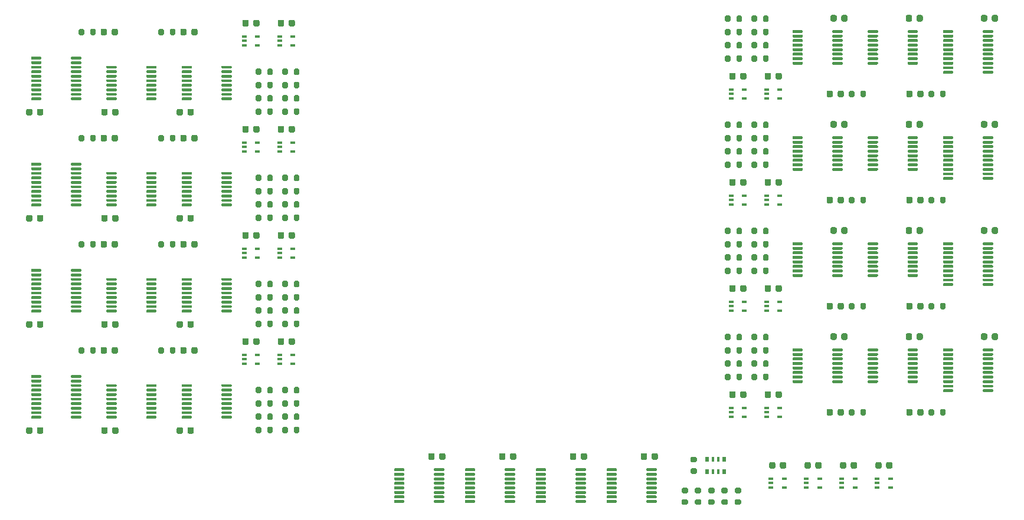
<source format=gbr>
%TF.GenerationSoftware,KiCad,Pcbnew,(5.1.9)-1*%
%TF.CreationDate,2021-05-31T11:41:51+02:00*%
%TF.ProjectId,periph_8x8leds,70657269-7068-45f3-9878-386c6564732e,v1_0*%
%TF.SameCoordinates,Original*%
%TF.FileFunction,Paste,Top*%
%TF.FilePolarity,Positive*%
%FSLAX46Y46*%
G04 Gerber Fmt 4.6, Leading zero omitted, Abs format (unit mm)*
G04 Created by KiCad (PCBNEW (5.1.9)-1) date 2021-05-31 11:41:51*
%MOMM*%
%LPD*%
G01*
G04 APERTURE LIST*
%ADD10R,0.650000X0.400000*%
%ADD11R,0.500000X0.800000*%
%ADD12R,0.400000X0.800000*%
G04 APERTURE END LIST*
%TO.C,C13*%
G36*
G01*
X549507500Y-7800000D02*
X549507500Y-7300000D01*
G75*
G02*
X549732500Y-7075000I225000J0D01*
G01*
X550182500Y-7075000D01*
G75*
G02*
X550407500Y-7300000I0J-225000D01*
G01*
X550407500Y-7800000D01*
G75*
G02*
X550182500Y-8025000I-225000J0D01*
G01*
X549732500Y-8025000D01*
G75*
G02*
X549507500Y-7800000I0J225000D01*
G01*
G37*
G36*
G01*
X547957500Y-7800000D02*
X547957500Y-7300000D01*
G75*
G02*
X548182500Y-7075000I225000J0D01*
G01*
X548632500Y-7075000D01*
G75*
G02*
X548857500Y-7300000I0J-225000D01*
G01*
X548857500Y-7800000D01*
G75*
G02*
X548632500Y-8025000I-225000J0D01*
G01*
X548182500Y-8025000D01*
G75*
G02*
X547957500Y-7800000I0J225000D01*
G01*
G37*
%TD*%
%TO.C,U33*%
G36*
G01*
X548225000Y-40035000D02*
X548225000Y-39835000D01*
G75*
G02*
X548325000Y-39735000I100000J0D01*
G01*
X549600000Y-39735000D01*
G75*
G02*
X549700000Y-39835000I0J-100000D01*
G01*
X549700000Y-40035000D01*
G75*
G02*
X549600000Y-40135000I-100000J0D01*
G01*
X548325000Y-40135000D01*
G75*
G02*
X548225000Y-40035000I0J100000D01*
G01*
G37*
G36*
G01*
X548225000Y-40685000D02*
X548225000Y-40485000D01*
G75*
G02*
X548325000Y-40385000I100000J0D01*
G01*
X549600000Y-40385000D01*
G75*
G02*
X549700000Y-40485000I0J-100000D01*
G01*
X549700000Y-40685000D01*
G75*
G02*
X549600000Y-40785000I-100000J0D01*
G01*
X548325000Y-40785000D01*
G75*
G02*
X548225000Y-40685000I0J100000D01*
G01*
G37*
G36*
G01*
X548225000Y-41335000D02*
X548225000Y-41135000D01*
G75*
G02*
X548325000Y-41035000I100000J0D01*
G01*
X549600000Y-41035000D01*
G75*
G02*
X549700000Y-41135000I0J-100000D01*
G01*
X549700000Y-41335000D01*
G75*
G02*
X549600000Y-41435000I-100000J0D01*
G01*
X548325000Y-41435000D01*
G75*
G02*
X548225000Y-41335000I0J100000D01*
G01*
G37*
G36*
G01*
X548225000Y-41985000D02*
X548225000Y-41785000D01*
G75*
G02*
X548325000Y-41685000I100000J0D01*
G01*
X549600000Y-41685000D01*
G75*
G02*
X549700000Y-41785000I0J-100000D01*
G01*
X549700000Y-41985000D01*
G75*
G02*
X549600000Y-42085000I-100000J0D01*
G01*
X548325000Y-42085000D01*
G75*
G02*
X548225000Y-41985000I0J100000D01*
G01*
G37*
G36*
G01*
X548225000Y-42635000D02*
X548225000Y-42435000D01*
G75*
G02*
X548325000Y-42335000I100000J0D01*
G01*
X549600000Y-42335000D01*
G75*
G02*
X549700000Y-42435000I0J-100000D01*
G01*
X549700000Y-42635000D01*
G75*
G02*
X549600000Y-42735000I-100000J0D01*
G01*
X548325000Y-42735000D01*
G75*
G02*
X548225000Y-42635000I0J100000D01*
G01*
G37*
G36*
G01*
X548225000Y-43285000D02*
X548225000Y-43085000D01*
G75*
G02*
X548325000Y-42985000I100000J0D01*
G01*
X549600000Y-42985000D01*
G75*
G02*
X549700000Y-43085000I0J-100000D01*
G01*
X549700000Y-43285000D01*
G75*
G02*
X549600000Y-43385000I-100000J0D01*
G01*
X548325000Y-43385000D01*
G75*
G02*
X548225000Y-43285000I0J100000D01*
G01*
G37*
G36*
G01*
X548225000Y-43935000D02*
X548225000Y-43735000D01*
G75*
G02*
X548325000Y-43635000I100000J0D01*
G01*
X549600000Y-43635000D01*
G75*
G02*
X549700000Y-43735000I0J-100000D01*
G01*
X549700000Y-43935000D01*
G75*
G02*
X549600000Y-44035000I-100000J0D01*
G01*
X548325000Y-44035000D01*
G75*
G02*
X548225000Y-43935000I0J100000D01*
G01*
G37*
G36*
G01*
X548225000Y-44585000D02*
X548225000Y-44385000D01*
G75*
G02*
X548325000Y-44285000I100000J0D01*
G01*
X549600000Y-44285000D01*
G75*
G02*
X549700000Y-44385000I0J-100000D01*
G01*
X549700000Y-44585000D01*
G75*
G02*
X549600000Y-44685000I-100000J0D01*
G01*
X548325000Y-44685000D01*
G75*
G02*
X548225000Y-44585000I0J100000D01*
G01*
G37*
G36*
G01*
X548225000Y-45235000D02*
X548225000Y-45035000D01*
G75*
G02*
X548325000Y-44935000I100000J0D01*
G01*
X549600000Y-44935000D01*
G75*
G02*
X549700000Y-45035000I0J-100000D01*
G01*
X549700000Y-45235000D01*
G75*
G02*
X549600000Y-45335000I-100000J0D01*
G01*
X548325000Y-45335000D01*
G75*
G02*
X548225000Y-45235000I0J100000D01*
G01*
G37*
G36*
G01*
X548225000Y-45885000D02*
X548225000Y-45685000D01*
G75*
G02*
X548325000Y-45585000I100000J0D01*
G01*
X549600000Y-45585000D01*
G75*
G02*
X549700000Y-45685000I0J-100000D01*
G01*
X549700000Y-45885000D01*
G75*
G02*
X549600000Y-45985000I-100000J0D01*
G01*
X548325000Y-45985000D01*
G75*
G02*
X548225000Y-45885000I0J100000D01*
G01*
G37*
G36*
G01*
X542500000Y-45885000D02*
X542500000Y-45685000D01*
G75*
G02*
X542600000Y-45585000I100000J0D01*
G01*
X543875000Y-45585000D01*
G75*
G02*
X543975000Y-45685000I0J-100000D01*
G01*
X543975000Y-45885000D01*
G75*
G02*
X543875000Y-45985000I-100000J0D01*
G01*
X542600000Y-45985000D01*
G75*
G02*
X542500000Y-45885000I0J100000D01*
G01*
G37*
G36*
G01*
X542500000Y-45235000D02*
X542500000Y-45035000D01*
G75*
G02*
X542600000Y-44935000I100000J0D01*
G01*
X543875000Y-44935000D01*
G75*
G02*
X543975000Y-45035000I0J-100000D01*
G01*
X543975000Y-45235000D01*
G75*
G02*
X543875000Y-45335000I-100000J0D01*
G01*
X542600000Y-45335000D01*
G75*
G02*
X542500000Y-45235000I0J100000D01*
G01*
G37*
G36*
G01*
X542500000Y-44585000D02*
X542500000Y-44385000D01*
G75*
G02*
X542600000Y-44285000I100000J0D01*
G01*
X543875000Y-44285000D01*
G75*
G02*
X543975000Y-44385000I0J-100000D01*
G01*
X543975000Y-44585000D01*
G75*
G02*
X543875000Y-44685000I-100000J0D01*
G01*
X542600000Y-44685000D01*
G75*
G02*
X542500000Y-44585000I0J100000D01*
G01*
G37*
G36*
G01*
X542500000Y-43935000D02*
X542500000Y-43735000D01*
G75*
G02*
X542600000Y-43635000I100000J0D01*
G01*
X543875000Y-43635000D01*
G75*
G02*
X543975000Y-43735000I0J-100000D01*
G01*
X543975000Y-43935000D01*
G75*
G02*
X543875000Y-44035000I-100000J0D01*
G01*
X542600000Y-44035000D01*
G75*
G02*
X542500000Y-43935000I0J100000D01*
G01*
G37*
G36*
G01*
X542500000Y-43285000D02*
X542500000Y-43085000D01*
G75*
G02*
X542600000Y-42985000I100000J0D01*
G01*
X543875000Y-42985000D01*
G75*
G02*
X543975000Y-43085000I0J-100000D01*
G01*
X543975000Y-43285000D01*
G75*
G02*
X543875000Y-43385000I-100000J0D01*
G01*
X542600000Y-43385000D01*
G75*
G02*
X542500000Y-43285000I0J100000D01*
G01*
G37*
G36*
G01*
X542500000Y-42635000D02*
X542500000Y-42435000D01*
G75*
G02*
X542600000Y-42335000I100000J0D01*
G01*
X543875000Y-42335000D01*
G75*
G02*
X543975000Y-42435000I0J-100000D01*
G01*
X543975000Y-42635000D01*
G75*
G02*
X543875000Y-42735000I-100000J0D01*
G01*
X542600000Y-42735000D01*
G75*
G02*
X542500000Y-42635000I0J100000D01*
G01*
G37*
G36*
G01*
X542500000Y-41985000D02*
X542500000Y-41785000D01*
G75*
G02*
X542600000Y-41685000I100000J0D01*
G01*
X543875000Y-41685000D01*
G75*
G02*
X543975000Y-41785000I0J-100000D01*
G01*
X543975000Y-41985000D01*
G75*
G02*
X543875000Y-42085000I-100000J0D01*
G01*
X542600000Y-42085000D01*
G75*
G02*
X542500000Y-41985000I0J100000D01*
G01*
G37*
G36*
G01*
X542500000Y-41335000D02*
X542500000Y-41135000D01*
G75*
G02*
X542600000Y-41035000I100000J0D01*
G01*
X543875000Y-41035000D01*
G75*
G02*
X543975000Y-41135000I0J-100000D01*
G01*
X543975000Y-41335000D01*
G75*
G02*
X543875000Y-41435000I-100000J0D01*
G01*
X542600000Y-41435000D01*
G75*
G02*
X542500000Y-41335000I0J100000D01*
G01*
G37*
G36*
G01*
X542500000Y-40685000D02*
X542500000Y-40485000D01*
G75*
G02*
X542600000Y-40385000I100000J0D01*
G01*
X543875000Y-40385000D01*
G75*
G02*
X543975000Y-40485000I0J-100000D01*
G01*
X543975000Y-40685000D01*
G75*
G02*
X543875000Y-40785000I-100000J0D01*
G01*
X542600000Y-40785000D01*
G75*
G02*
X542500000Y-40685000I0J100000D01*
G01*
G37*
G36*
G01*
X542500000Y-40035000D02*
X542500000Y-39835000D01*
G75*
G02*
X542600000Y-39735000I100000J0D01*
G01*
X543875000Y-39735000D01*
G75*
G02*
X543975000Y-39835000I0J-100000D01*
G01*
X543975000Y-40035000D01*
G75*
G02*
X543875000Y-40135000I-100000J0D01*
G01*
X542600000Y-40135000D01*
G75*
G02*
X542500000Y-40035000I0J100000D01*
G01*
G37*
%TD*%
%TO.C,R21*%
G36*
G01*
X444710000Y-16870000D02*
X444710000Y-17420000D01*
G75*
G02*
X444510000Y-17620000I-200000J0D01*
G01*
X444110000Y-17620000D01*
G75*
G02*
X443910000Y-17420000I0J200000D01*
G01*
X443910000Y-16870000D01*
G75*
G02*
X444110000Y-16670000I200000J0D01*
G01*
X444510000Y-16670000D01*
G75*
G02*
X444710000Y-16870000I0J-200000D01*
G01*
G37*
G36*
G01*
X446360000Y-16870000D02*
X446360000Y-17420000D01*
G75*
G02*
X446160000Y-17620000I-200000J0D01*
G01*
X445760000Y-17620000D01*
G75*
G02*
X445560000Y-17420000I0J200000D01*
G01*
X445560000Y-16870000D01*
G75*
G02*
X445760000Y-16670000I200000J0D01*
G01*
X446160000Y-16670000D01*
G75*
G02*
X446360000Y-16870000I0J-200000D01*
G01*
G37*
%TD*%
%TO.C,U48*%
G36*
G01*
X413165000Y-64740000D02*
X413165000Y-64940000D01*
G75*
G02*
X413065000Y-65040000I-100000J0D01*
G01*
X411790000Y-65040000D01*
G75*
G02*
X411690000Y-64940000I0J100000D01*
G01*
X411690000Y-64740000D01*
G75*
G02*
X411790000Y-64640000I100000J0D01*
G01*
X413065000Y-64640000D01*
G75*
G02*
X413165000Y-64740000I0J-100000D01*
G01*
G37*
G36*
G01*
X413165000Y-64090000D02*
X413165000Y-64290000D01*
G75*
G02*
X413065000Y-64390000I-100000J0D01*
G01*
X411790000Y-64390000D01*
G75*
G02*
X411690000Y-64290000I0J100000D01*
G01*
X411690000Y-64090000D01*
G75*
G02*
X411790000Y-63990000I100000J0D01*
G01*
X413065000Y-63990000D01*
G75*
G02*
X413165000Y-64090000I0J-100000D01*
G01*
G37*
G36*
G01*
X413165000Y-63440000D02*
X413165000Y-63640000D01*
G75*
G02*
X413065000Y-63740000I-100000J0D01*
G01*
X411790000Y-63740000D01*
G75*
G02*
X411690000Y-63640000I0J100000D01*
G01*
X411690000Y-63440000D01*
G75*
G02*
X411790000Y-63340000I100000J0D01*
G01*
X413065000Y-63340000D01*
G75*
G02*
X413165000Y-63440000I0J-100000D01*
G01*
G37*
G36*
G01*
X413165000Y-62790000D02*
X413165000Y-62990000D01*
G75*
G02*
X413065000Y-63090000I-100000J0D01*
G01*
X411790000Y-63090000D01*
G75*
G02*
X411690000Y-62990000I0J100000D01*
G01*
X411690000Y-62790000D01*
G75*
G02*
X411790000Y-62690000I100000J0D01*
G01*
X413065000Y-62690000D01*
G75*
G02*
X413165000Y-62790000I0J-100000D01*
G01*
G37*
G36*
G01*
X413165000Y-62140000D02*
X413165000Y-62340000D01*
G75*
G02*
X413065000Y-62440000I-100000J0D01*
G01*
X411790000Y-62440000D01*
G75*
G02*
X411690000Y-62340000I0J100000D01*
G01*
X411690000Y-62140000D01*
G75*
G02*
X411790000Y-62040000I100000J0D01*
G01*
X413065000Y-62040000D01*
G75*
G02*
X413165000Y-62140000I0J-100000D01*
G01*
G37*
G36*
G01*
X413165000Y-61490000D02*
X413165000Y-61690000D01*
G75*
G02*
X413065000Y-61790000I-100000J0D01*
G01*
X411790000Y-61790000D01*
G75*
G02*
X411690000Y-61690000I0J100000D01*
G01*
X411690000Y-61490000D01*
G75*
G02*
X411790000Y-61390000I100000J0D01*
G01*
X413065000Y-61390000D01*
G75*
G02*
X413165000Y-61490000I0J-100000D01*
G01*
G37*
G36*
G01*
X413165000Y-60840000D02*
X413165000Y-61040000D01*
G75*
G02*
X413065000Y-61140000I-100000J0D01*
G01*
X411790000Y-61140000D01*
G75*
G02*
X411690000Y-61040000I0J100000D01*
G01*
X411690000Y-60840000D01*
G75*
G02*
X411790000Y-60740000I100000J0D01*
G01*
X413065000Y-60740000D01*
G75*
G02*
X413165000Y-60840000I0J-100000D01*
G01*
G37*
G36*
G01*
X413165000Y-60190000D02*
X413165000Y-60390000D01*
G75*
G02*
X413065000Y-60490000I-100000J0D01*
G01*
X411790000Y-60490000D01*
G75*
G02*
X411690000Y-60390000I0J100000D01*
G01*
X411690000Y-60190000D01*
G75*
G02*
X411790000Y-60090000I100000J0D01*
G01*
X413065000Y-60090000D01*
G75*
G02*
X413165000Y-60190000I0J-100000D01*
G01*
G37*
G36*
G01*
X413165000Y-59540000D02*
X413165000Y-59740000D01*
G75*
G02*
X413065000Y-59840000I-100000J0D01*
G01*
X411790000Y-59840000D01*
G75*
G02*
X411690000Y-59740000I0J100000D01*
G01*
X411690000Y-59540000D01*
G75*
G02*
X411790000Y-59440000I100000J0D01*
G01*
X413065000Y-59440000D01*
G75*
G02*
X413165000Y-59540000I0J-100000D01*
G01*
G37*
G36*
G01*
X413165000Y-58890000D02*
X413165000Y-59090000D01*
G75*
G02*
X413065000Y-59190000I-100000J0D01*
G01*
X411790000Y-59190000D01*
G75*
G02*
X411690000Y-59090000I0J100000D01*
G01*
X411690000Y-58890000D01*
G75*
G02*
X411790000Y-58790000I100000J0D01*
G01*
X413065000Y-58790000D01*
G75*
G02*
X413165000Y-58890000I0J-100000D01*
G01*
G37*
G36*
G01*
X418890000Y-58890000D02*
X418890000Y-59090000D01*
G75*
G02*
X418790000Y-59190000I-100000J0D01*
G01*
X417515000Y-59190000D01*
G75*
G02*
X417415000Y-59090000I0J100000D01*
G01*
X417415000Y-58890000D01*
G75*
G02*
X417515000Y-58790000I100000J0D01*
G01*
X418790000Y-58790000D01*
G75*
G02*
X418890000Y-58890000I0J-100000D01*
G01*
G37*
G36*
G01*
X418890000Y-59540000D02*
X418890000Y-59740000D01*
G75*
G02*
X418790000Y-59840000I-100000J0D01*
G01*
X417515000Y-59840000D01*
G75*
G02*
X417415000Y-59740000I0J100000D01*
G01*
X417415000Y-59540000D01*
G75*
G02*
X417515000Y-59440000I100000J0D01*
G01*
X418790000Y-59440000D01*
G75*
G02*
X418890000Y-59540000I0J-100000D01*
G01*
G37*
G36*
G01*
X418890000Y-60190000D02*
X418890000Y-60390000D01*
G75*
G02*
X418790000Y-60490000I-100000J0D01*
G01*
X417515000Y-60490000D01*
G75*
G02*
X417415000Y-60390000I0J100000D01*
G01*
X417415000Y-60190000D01*
G75*
G02*
X417515000Y-60090000I100000J0D01*
G01*
X418790000Y-60090000D01*
G75*
G02*
X418890000Y-60190000I0J-100000D01*
G01*
G37*
G36*
G01*
X418890000Y-60840000D02*
X418890000Y-61040000D01*
G75*
G02*
X418790000Y-61140000I-100000J0D01*
G01*
X417515000Y-61140000D01*
G75*
G02*
X417415000Y-61040000I0J100000D01*
G01*
X417415000Y-60840000D01*
G75*
G02*
X417515000Y-60740000I100000J0D01*
G01*
X418790000Y-60740000D01*
G75*
G02*
X418890000Y-60840000I0J-100000D01*
G01*
G37*
G36*
G01*
X418890000Y-61490000D02*
X418890000Y-61690000D01*
G75*
G02*
X418790000Y-61790000I-100000J0D01*
G01*
X417515000Y-61790000D01*
G75*
G02*
X417415000Y-61690000I0J100000D01*
G01*
X417415000Y-61490000D01*
G75*
G02*
X417515000Y-61390000I100000J0D01*
G01*
X418790000Y-61390000D01*
G75*
G02*
X418890000Y-61490000I0J-100000D01*
G01*
G37*
G36*
G01*
X418890000Y-62140000D02*
X418890000Y-62340000D01*
G75*
G02*
X418790000Y-62440000I-100000J0D01*
G01*
X417515000Y-62440000D01*
G75*
G02*
X417415000Y-62340000I0J100000D01*
G01*
X417415000Y-62140000D01*
G75*
G02*
X417515000Y-62040000I100000J0D01*
G01*
X418790000Y-62040000D01*
G75*
G02*
X418890000Y-62140000I0J-100000D01*
G01*
G37*
G36*
G01*
X418890000Y-62790000D02*
X418890000Y-62990000D01*
G75*
G02*
X418790000Y-63090000I-100000J0D01*
G01*
X417515000Y-63090000D01*
G75*
G02*
X417415000Y-62990000I0J100000D01*
G01*
X417415000Y-62790000D01*
G75*
G02*
X417515000Y-62690000I100000J0D01*
G01*
X418790000Y-62690000D01*
G75*
G02*
X418890000Y-62790000I0J-100000D01*
G01*
G37*
G36*
G01*
X418890000Y-63440000D02*
X418890000Y-63640000D01*
G75*
G02*
X418790000Y-63740000I-100000J0D01*
G01*
X417515000Y-63740000D01*
G75*
G02*
X417415000Y-63640000I0J100000D01*
G01*
X417415000Y-63440000D01*
G75*
G02*
X417515000Y-63340000I100000J0D01*
G01*
X418790000Y-63340000D01*
G75*
G02*
X418890000Y-63440000I0J-100000D01*
G01*
G37*
G36*
G01*
X418890000Y-64090000D02*
X418890000Y-64290000D01*
G75*
G02*
X418790000Y-64390000I-100000J0D01*
G01*
X417515000Y-64390000D01*
G75*
G02*
X417415000Y-64290000I0J100000D01*
G01*
X417415000Y-64090000D01*
G75*
G02*
X417515000Y-63990000I100000J0D01*
G01*
X418790000Y-63990000D01*
G75*
G02*
X418890000Y-64090000I0J-100000D01*
G01*
G37*
G36*
G01*
X418890000Y-64740000D02*
X418890000Y-64940000D01*
G75*
G02*
X418790000Y-65040000I-100000J0D01*
G01*
X417515000Y-65040000D01*
G75*
G02*
X417415000Y-64940000I0J100000D01*
G01*
X417415000Y-64740000D01*
G75*
G02*
X417515000Y-64640000I100000J0D01*
G01*
X418790000Y-64640000D01*
G75*
G02*
X418890000Y-64740000I0J-100000D01*
G01*
G37*
%TD*%
%TO.C,U47*%
G36*
G01*
X434755000Y-64740000D02*
X434755000Y-64940000D01*
G75*
G02*
X434655000Y-65040000I-100000J0D01*
G01*
X433380000Y-65040000D01*
G75*
G02*
X433280000Y-64940000I0J100000D01*
G01*
X433280000Y-64740000D01*
G75*
G02*
X433380000Y-64640000I100000J0D01*
G01*
X434655000Y-64640000D01*
G75*
G02*
X434755000Y-64740000I0J-100000D01*
G01*
G37*
G36*
G01*
X434755000Y-64090000D02*
X434755000Y-64290000D01*
G75*
G02*
X434655000Y-64390000I-100000J0D01*
G01*
X433380000Y-64390000D01*
G75*
G02*
X433280000Y-64290000I0J100000D01*
G01*
X433280000Y-64090000D01*
G75*
G02*
X433380000Y-63990000I100000J0D01*
G01*
X434655000Y-63990000D01*
G75*
G02*
X434755000Y-64090000I0J-100000D01*
G01*
G37*
G36*
G01*
X434755000Y-63440000D02*
X434755000Y-63640000D01*
G75*
G02*
X434655000Y-63740000I-100000J0D01*
G01*
X433380000Y-63740000D01*
G75*
G02*
X433280000Y-63640000I0J100000D01*
G01*
X433280000Y-63440000D01*
G75*
G02*
X433380000Y-63340000I100000J0D01*
G01*
X434655000Y-63340000D01*
G75*
G02*
X434755000Y-63440000I0J-100000D01*
G01*
G37*
G36*
G01*
X434755000Y-62790000D02*
X434755000Y-62990000D01*
G75*
G02*
X434655000Y-63090000I-100000J0D01*
G01*
X433380000Y-63090000D01*
G75*
G02*
X433280000Y-62990000I0J100000D01*
G01*
X433280000Y-62790000D01*
G75*
G02*
X433380000Y-62690000I100000J0D01*
G01*
X434655000Y-62690000D01*
G75*
G02*
X434755000Y-62790000I0J-100000D01*
G01*
G37*
G36*
G01*
X434755000Y-62140000D02*
X434755000Y-62340000D01*
G75*
G02*
X434655000Y-62440000I-100000J0D01*
G01*
X433380000Y-62440000D01*
G75*
G02*
X433280000Y-62340000I0J100000D01*
G01*
X433280000Y-62140000D01*
G75*
G02*
X433380000Y-62040000I100000J0D01*
G01*
X434655000Y-62040000D01*
G75*
G02*
X434755000Y-62140000I0J-100000D01*
G01*
G37*
G36*
G01*
X434755000Y-61490000D02*
X434755000Y-61690000D01*
G75*
G02*
X434655000Y-61790000I-100000J0D01*
G01*
X433380000Y-61790000D01*
G75*
G02*
X433280000Y-61690000I0J100000D01*
G01*
X433280000Y-61490000D01*
G75*
G02*
X433380000Y-61390000I100000J0D01*
G01*
X434655000Y-61390000D01*
G75*
G02*
X434755000Y-61490000I0J-100000D01*
G01*
G37*
G36*
G01*
X434755000Y-60840000D02*
X434755000Y-61040000D01*
G75*
G02*
X434655000Y-61140000I-100000J0D01*
G01*
X433380000Y-61140000D01*
G75*
G02*
X433280000Y-61040000I0J100000D01*
G01*
X433280000Y-60840000D01*
G75*
G02*
X433380000Y-60740000I100000J0D01*
G01*
X434655000Y-60740000D01*
G75*
G02*
X434755000Y-60840000I0J-100000D01*
G01*
G37*
G36*
G01*
X434755000Y-60190000D02*
X434755000Y-60390000D01*
G75*
G02*
X434655000Y-60490000I-100000J0D01*
G01*
X433380000Y-60490000D01*
G75*
G02*
X433280000Y-60390000I0J100000D01*
G01*
X433280000Y-60190000D01*
G75*
G02*
X433380000Y-60090000I100000J0D01*
G01*
X434655000Y-60090000D01*
G75*
G02*
X434755000Y-60190000I0J-100000D01*
G01*
G37*
G36*
G01*
X440480000Y-60190000D02*
X440480000Y-60390000D01*
G75*
G02*
X440380000Y-60490000I-100000J0D01*
G01*
X439105000Y-60490000D01*
G75*
G02*
X439005000Y-60390000I0J100000D01*
G01*
X439005000Y-60190000D01*
G75*
G02*
X439105000Y-60090000I100000J0D01*
G01*
X440380000Y-60090000D01*
G75*
G02*
X440480000Y-60190000I0J-100000D01*
G01*
G37*
G36*
G01*
X440480000Y-60840000D02*
X440480000Y-61040000D01*
G75*
G02*
X440380000Y-61140000I-100000J0D01*
G01*
X439105000Y-61140000D01*
G75*
G02*
X439005000Y-61040000I0J100000D01*
G01*
X439005000Y-60840000D01*
G75*
G02*
X439105000Y-60740000I100000J0D01*
G01*
X440380000Y-60740000D01*
G75*
G02*
X440480000Y-60840000I0J-100000D01*
G01*
G37*
G36*
G01*
X440480000Y-61490000D02*
X440480000Y-61690000D01*
G75*
G02*
X440380000Y-61790000I-100000J0D01*
G01*
X439105000Y-61790000D01*
G75*
G02*
X439005000Y-61690000I0J100000D01*
G01*
X439005000Y-61490000D01*
G75*
G02*
X439105000Y-61390000I100000J0D01*
G01*
X440380000Y-61390000D01*
G75*
G02*
X440480000Y-61490000I0J-100000D01*
G01*
G37*
G36*
G01*
X440480000Y-62140000D02*
X440480000Y-62340000D01*
G75*
G02*
X440380000Y-62440000I-100000J0D01*
G01*
X439105000Y-62440000D01*
G75*
G02*
X439005000Y-62340000I0J100000D01*
G01*
X439005000Y-62140000D01*
G75*
G02*
X439105000Y-62040000I100000J0D01*
G01*
X440380000Y-62040000D01*
G75*
G02*
X440480000Y-62140000I0J-100000D01*
G01*
G37*
G36*
G01*
X440480000Y-62790000D02*
X440480000Y-62990000D01*
G75*
G02*
X440380000Y-63090000I-100000J0D01*
G01*
X439105000Y-63090000D01*
G75*
G02*
X439005000Y-62990000I0J100000D01*
G01*
X439005000Y-62790000D01*
G75*
G02*
X439105000Y-62690000I100000J0D01*
G01*
X440380000Y-62690000D01*
G75*
G02*
X440480000Y-62790000I0J-100000D01*
G01*
G37*
G36*
G01*
X440480000Y-63440000D02*
X440480000Y-63640000D01*
G75*
G02*
X440380000Y-63740000I-100000J0D01*
G01*
X439105000Y-63740000D01*
G75*
G02*
X439005000Y-63640000I0J100000D01*
G01*
X439005000Y-63440000D01*
G75*
G02*
X439105000Y-63340000I100000J0D01*
G01*
X440380000Y-63340000D01*
G75*
G02*
X440480000Y-63440000I0J-100000D01*
G01*
G37*
G36*
G01*
X440480000Y-64090000D02*
X440480000Y-64290000D01*
G75*
G02*
X440380000Y-64390000I-100000J0D01*
G01*
X439105000Y-64390000D01*
G75*
G02*
X439005000Y-64290000I0J100000D01*
G01*
X439005000Y-64090000D01*
G75*
G02*
X439105000Y-63990000I100000J0D01*
G01*
X440380000Y-63990000D01*
G75*
G02*
X440480000Y-64090000I0J-100000D01*
G01*
G37*
G36*
G01*
X440480000Y-64740000D02*
X440480000Y-64940000D01*
G75*
G02*
X440380000Y-65040000I-100000J0D01*
G01*
X439105000Y-65040000D01*
G75*
G02*
X439005000Y-64940000I0J100000D01*
G01*
X439005000Y-64740000D01*
G75*
G02*
X439105000Y-64640000I100000J0D01*
G01*
X440380000Y-64640000D01*
G75*
G02*
X440480000Y-64740000I0J-100000D01*
G01*
G37*
%TD*%
%TO.C,U46*%
G36*
G01*
X423960000Y-64740000D02*
X423960000Y-64940000D01*
G75*
G02*
X423860000Y-65040000I-100000J0D01*
G01*
X422585000Y-65040000D01*
G75*
G02*
X422485000Y-64940000I0J100000D01*
G01*
X422485000Y-64740000D01*
G75*
G02*
X422585000Y-64640000I100000J0D01*
G01*
X423860000Y-64640000D01*
G75*
G02*
X423960000Y-64740000I0J-100000D01*
G01*
G37*
G36*
G01*
X423960000Y-64090000D02*
X423960000Y-64290000D01*
G75*
G02*
X423860000Y-64390000I-100000J0D01*
G01*
X422585000Y-64390000D01*
G75*
G02*
X422485000Y-64290000I0J100000D01*
G01*
X422485000Y-64090000D01*
G75*
G02*
X422585000Y-63990000I100000J0D01*
G01*
X423860000Y-63990000D01*
G75*
G02*
X423960000Y-64090000I0J-100000D01*
G01*
G37*
G36*
G01*
X423960000Y-63440000D02*
X423960000Y-63640000D01*
G75*
G02*
X423860000Y-63740000I-100000J0D01*
G01*
X422585000Y-63740000D01*
G75*
G02*
X422485000Y-63640000I0J100000D01*
G01*
X422485000Y-63440000D01*
G75*
G02*
X422585000Y-63340000I100000J0D01*
G01*
X423860000Y-63340000D01*
G75*
G02*
X423960000Y-63440000I0J-100000D01*
G01*
G37*
G36*
G01*
X423960000Y-62790000D02*
X423960000Y-62990000D01*
G75*
G02*
X423860000Y-63090000I-100000J0D01*
G01*
X422585000Y-63090000D01*
G75*
G02*
X422485000Y-62990000I0J100000D01*
G01*
X422485000Y-62790000D01*
G75*
G02*
X422585000Y-62690000I100000J0D01*
G01*
X423860000Y-62690000D01*
G75*
G02*
X423960000Y-62790000I0J-100000D01*
G01*
G37*
G36*
G01*
X423960000Y-62140000D02*
X423960000Y-62340000D01*
G75*
G02*
X423860000Y-62440000I-100000J0D01*
G01*
X422585000Y-62440000D01*
G75*
G02*
X422485000Y-62340000I0J100000D01*
G01*
X422485000Y-62140000D01*
G75*
G02*
X422585000Y-62040000I100000J0D01*
G01*
X423860000Y-62040000D01*
G75*
G02*
X423960000Y-62140000I0J-100000D01*
G01*
G37*
G36*
G01*
X423960000Y-61490000D02*
X423960000Y-61690000D01*
G75*
G02*
X423860000Y-61790000I-100000J0D01*
G01*
X422585000Y-61790000D01*
G75*
G02*
X422485000Y-61690000I0J100000D01*
G01*
X422485000Y-61490000D01*
G75*
G02*
X422585000Y-61390000I100000J0D01*
G01*
X423860000Y-61390000D01*
G75*
G02*
X423960000Y-61490000I0J-100000D01*
G01*
G37*
G36*
G01*
X423960000Y-60840000D02*
X423960000Y-61040000D01*
G75*
G02*
X423860000Y-61140000I-100000J0D01*
G01*
X422585000Y-61140000D01*
G75*
G02*
X422485000Y-61040000I0J100000D01*
G01*
X422485000Y-60840000D01*
G75*
G02*
X422585000Y-60740000I100000J0D01*
G01*
X423860000Y-60740000D01*
G75*
G02*
X423960000Y-60840000I0J-100000D01*
G01*
G37*
G36*
G01*
X423960000Y-60190000D02*
X423960000Y-60390000D01*
G75*
G02*
X423860000Y-60490000I-100000J0D01*
G01*
X422585000Y-60490000D01*
G75*
G02*
X422485000Y-60390000I0J100000D01*
G01*
X422485000Y-60190000D01*
G75*
G02*
X422585000Y-60090000I100000J0D01*
G01*
X423860000Y-60090000D01*
G75*
G02*
X423960000Y-60190000I0J-100000D01*
G01*
G37*
G36*
G01*
X429685000Y-60190000D02*
X429685000Y-60390000D01*
G75*
G02*
X429585000Y-60490000I-100000J0D01*
G01*
X428310000Y-60490000D01*
G75*
G02*
X428210000Y-60390000I0J100000D01*
G01*
X428210000Y-60190000D01*
G75*
G02*
X428310000Y-60090000I100000J0D01*
G01*
X429585000Y-60090000D01*
G75*
G02*
X429685000Y-60190000I0J-100000D01*
G01*
G37*
G36*
G01*
X429685000Y-60840000D02*
X429685000Y-61040000D01*
G75*
G02*
X429585000Y-61140000I-100000J0D01*
G01*
X428310000Y-61140000D01*
G75*
G02*
X428210000Y-61040000I0J100000D01*
G01*
X428210000Y-60840000D01*
G75*
G02*
X428310000Y-60740000I100000J0D01*
G01*
X429585000Y-60740000D01*
G75*
G02*
X429685000Y-60840000I0J-100000D01*
G01*
G37*
G36*
G01*
X429685000Y-61490000D02*
X429685000Y-61690000D01*
G75*
G02*
X429585000Y-61790000I-100000J0D01*
G01*
X428310000Y-61790000D01*
G75*
G02*
X428210000Y-61690000I0J100000D01*
G01*
X428210000Y-61490000D01*
G75*
G02*
X428310000Y-61390000I100000J0D01*
G01*
X429585000Y-61390000D01*
G75*
G02*
X429685000Y-61490000I0J-100000D01*
G01*
G37*
G36*
G01*
X429685000Y-62140000D02*
X429685000Y-62340000D01*
G75*
G02*
X429585000Y-62440000I-100000J0D01*
G01*
X428310000Y-62440000D01*
G75*
G02*
X428210000Y-62340000I0J100000D01*
G01*
X428210000Y-62140000D01*
G75*
G02*
X428310000Y-62040000I100000J0D01*
G01*
X429585000Y-62040000D01*
G75*
G02*
X429685000Y-62140000I0J-100000D01*
G01*
G37*
G36*
G01*
X429685000Y-62790000D02*
X429685000Y-62990000D01*
G75*
G02*
X429585000Y-63090000I-100000J0D01*
G01*
X428310000Y-63090000D01*
G75*
G02*
X428210000Y-62990000I0J100000D01*
G01*
X428210000Y-62790000D01*
G75*
G02*
X428310000Y-62690000I100000J0D01*
G01*
X429585000Y-62690000D01*
G75*
G02*
X429685000Y-62790000I0J-100000D01*
G01*
G37*
G36*
G01*
X429685000Y-63440000D02*
X429685000Y-63640000D01*
G75*
G02*
X429585000Y-63740000I-100000J0D01*
G01*
X428310000Y-63740000D01*
G75*
G02*
X428210000Y-63640000I0J100000D01*
G01*
X428210000Y-63440000D01*
G75*
G02*
X428310000Y-63340000I100000J0D01*
G01*
X429585000Y-63340000D01*
G75*
G02*
X429685000Y-63440000I0J-100000D01*
G01*
G37*
G36*
G01*
X429685000Y-64090000D02*
X429685000Y-64290000D01*
G75*
G02*
X429585000Y-64390000I-100000J0D01*
G01*
X428310000Y-64390000D01*
G75*
G02*
X428210000Y-64290000I0J100000D01*
G01*
X428210000Y-64090000D01*
G75*
G02*
X428310000Y-63990000I100000J0D01*
G01*
X429585000Y-63990000D01*
G75*
G02*
X429685000Y-64090000I0J-100000D01*
G01*
G37*
G36*
G01*
X429685000Y-64740000D02*
X429685000Y-64940000D01*
G75*
G02*
X429585000Y-65040000I-100000J0D01*
G01*
X428310000Y-65040000D01*
G75*
G02*
X428210000Y-64940000I0J100000D01*
G01*
X428210000Y-64740000D01*
G75*
G02*
X428310000Y-64640000I100000J0D01*
G01*
X429585000Y-64640000D01*
G75*
G02*
X429685000Y-64740000I0J-100000D01*
G01*
G37*
%TD*%
D10*
%TO.C,U45*%
X444180000Y-55865000D03*
X444180000Y-57165000D03*
X442280000Y-56515000D03*
X442280000Y-57165000D03*
X442280000Y-55865000D03*
%TD*%
%TO.C,U44*%
X449260000Y-55865000D03*
X449260000Y-57165000D03*
X447360000Y-56515000D03*
X447360000Y-57165000D03*
X447360000Y-55865000D03*
%TD*%
%TO.C,U43*%
G36*
G01*
X548225000Y-55275000D02*
X548225000Y-55075000D01*
G75*
G02*
X548325000Y-54975000I100000J0D01*
G01*
X549600000Y-54975000D01*
G75*
G02*
X549700000Y-55075000I0J-100000D01*
G01*
X549700000Y-55275000D01*
G75*
G02*
X549600000Y-55375000I-100000J0D01*
G01*
X548325000Y-55375000D01*
G75*
G02*
X548225000Y-55275000I0J100000D01*
G01*
G37*
G36*
G01*
X548225000Y-55925000D02*
X548225000Y-55725000D01*
G75*
G02*
X548325000Y-55625000I100000J0D01*
G01*
X549600000Y-55625000D01*
G75*
G02*
X549700000Y-55725000I0J-100000D01*
G01*
X549700000Y-55925000D01*
G75*
G02*
X549600000Y-56025000I-100000J0D01*
G01*
X548325000Y-56025000D01*
G75*
G02*
X548225000Y-55925000I0J100000D01*
G01*
G37*
G36*
G01*
X548225000Y-56575000D02*
X548225000Y-56375000D01*
G75*
G02*
X548325000Y-56275000I100000J0D01*
G01*
X549600000Y-56275000D01*
G75*
G02*
X549700000Y-56375000I0J-100000D01*
G01*
X549700000Y-56575000D01*
G75*
G02*
X549600000Y-56675000I-100000J0D01*
G01*
X548325000Y-56675000D01*
G75*
G02*
X548225000Y-56575000I0J100000D01*
G01*
G37*
G36*
G01*
X548225000Y-57225000D02*
X548225000Y-57025000D01*
G75*
G02*
X548325000Y-56925000I100000J0D01*
G01*
X549600000Y-56925000D01*
G75*
G02*
X549700000Y-57025000I0J-100000D01*
G01*
X549700000Y-57225000D01*
G75*
G02*
X549600000Y-57325000I-100000J0D01*
G01*
X548325000Y-57325000D01*
G75*
G02*
X548225000Y-57225000I0J100000D01*
G01*
G37*
G36*
G01*
X548225000Y-57875000D02*
X548225000Y-57675000D01*
G75*
G02*
X548325000Y-57575000I100000J0D01*
G01*
X549600000Y-57575000D01*
G75*
G02*
X549700000Y-57675000I0J-100000D01*
G01*
X549700000Y-57875000D01*
G75*
G02*
X549600000Y-57975000I-100000J0D01*
G01*
X548325000Y-57975000D01*
G75*
G02*
X548225000Y-57875000I0J100000D01*
G01*
G37*
G36*
G01*
X548225000Y-58525000D02*
X548225000Y-58325000D01*
G75*
G02*
X548325000Y-58225000I100000J0D01*
G01*
X549600000Y-58225000D01*
G75*
G02*
X549700000Y-58325000I0J-100000D01*
G01*
X549700000Y-58525000D01*
G75*
G02*
X549600000Y-58625000I-100000J0D01*
G01*
X548325000Y-58625000D01*
G75*
G02*
X548225000Y-58525000I0J100000D01*
G01*
G37*
G36*
G01*
X548225000Y-59175000D02*
X548225000Y-58975000D01*
G75*
G02*
X548325000Y-58875000I100000J0D01*
G01*
X549600000Y-58875000D01*
G75*
G02*
X549700000Y-58975000I0J-100000D01*
G01*
X549700000Y-59175000D01*
G75*
G02*
X549600000Y-59275000I-100000J0D01*
G01*
X548325000Y-59275000D01*
G75*
G02*
X548225000Y-59175000I0J100000D01*
G01*
G37*
G36*
G01*
X548225000Y-59825000D02*
X548225000Y-59625000D01*
G75*
G02*
X548325000Y-59525000I100000J0D01*
G01*
X549600000Y-59525000D01*
G75*
G02*
X549700000Y-59625000I0J-100000D01*
G01*
X549700000Y-59825000D01*
G75*
G02*
X549600000Y-59925000I-100000J0D01*
G01*
X548325000Y-59925000D01*
G75*
G02*
X548225000Y-59825000I0J100000D01*
G01*
G37*
G36*
G01*
X548225000Y-60475000D02*
X548225000Y-60275000D01*
G75*
G02*
X548325000Y-60175000I100000J0D01*
G01*
X549600000Y-60175000D01*
G75*
G02*
X549700000Y-60275000I0J-100000D01*
G01*
X549700000Y-60475000D01*
G75*
G02*
X549600000Y-60575000I-100000J0D01*
G01*
X548325000Y-60575000D01*
G75*
G02*
X548225000Y-60475000I0J100000D01*
G01*
G37*
G36*
G01*
X548225000Y-61125000D02*
X548225000Y-60925000D01*
G75*
G02*
X548325000Y-60825000I100000J0D01*
G01*
X549600000Y-60825000D01*
G75*
G02*
X549700000Y-60925000I0J-100000D01*
G01*
X549700000Y-61125000D01*
G75*
G02*
X549600000Y-61225000I-100000J0D01*
G01*
X548325000Y-61225000D01*
G75*
G02*
X548225000Y-61125000I0J100000D01*
G01*
G37*
G36*
G01*
X542500000Y-61125000D02*
X542500000Y-60925000D01*
G75*
G02*
X542600000Y-60825000I100000J0D01*
G01*
X543875000Y-60825000D01*
G75*
G02*
X543975000Y-60925000I0J-100000D01*
G01*
X543975000Y-61125000D01*
G75*
G02*
X543875000Y-61225000I-100000J0D01*
G01*
X542600000Y-61225000D01*
G75*
G02*
X542500000Y-61125000I0J100000D01*
G01*
G37*
G36*
G01*
X542500000Y-60475000D02*
X542500000Y-60275000D01*
G75*
G02*
X542600000Y-60175000I100000J0D01*
G01*
X543875000Y-60175000D01*
G75*
G02*
X543975000Y-60275000I0J-100000D01*
G01*
X543975000Y-60475000D01*
G75*
G02*
X543875000Y-60575000I-100000J0D01*
G01*
X542600000Y-60575000D01*
G75*
G02*
X542500000Y-60475000I0J100000D01*
G01*
G37*
G36*
G01*
X542500000Y-59825000D02*
X542500000Y-59625000D01*
G75*
G02*
X542600000Y-59525000I100000J0D01*
G01*
X543875000Y-59525000D01*
G75*
G02*
X543975000Y-59625000I0J-100000D01*
G01*
X543975000Y-59825000D01*
G75*
G02*
X543875000Y-59925000I-100000J0D01*
G01*
X542600000Y-59925000D01*
G75*
G02*
X542500000Y-59825000I0J100000D01*
G01*
G37*
G36*
G01*
X542500000Y-59175000D02*
X542500000Y-58975000D01*
G75*
G02*
X542600000Y-58875000I100000J0D01*
G01*
X543875000Y-58875000D01*
G75*
G02*
X543975000Y-58975000I0J-100000D01*
G01*
X543975000Y-59175000D01*
G75*
G02*
X543875000Y-59275000I-100000J0D01*
G01*
X542600000Y-59275000D01*
G75*
G02*
X542500000Y-59175000I0J100000D01*
G01*
G37*
G36*
G01*
X542500000Y-58525000D02*
X542500000Y-58325000D01*
G75*
G02*
X542600000Y-58225000I100000J0D01*
G01*
X543875000Y-58225000D01*
G75*
G02*
X543975000Y-58325000I0J-100000D01*
G01*
X543975000Y-58525000D01*
G75*
G02*
X543875000Y-58625000I-100000J0D01*
G01*
X542600000Y-58625000D01*
G75*
G02*
X542500000Y-58525000I0J100000D01*
G01*
G37*
G36*
G01*
X542500000Y-57875000D02*
X542500000Y-57675000D01*
G75*
G02*
X542600000Y-57575000I100000J0D01*
G01*
X543875000Y-57575000D01*
G75*
G02*
X543975000Y-57675000I0J-100000D01*
G01*
X543975000Y-57875000D01*
G75*
G02*
X543875000Y-57975000I-100000J0D01*
G01*
X542600000Y-57975000D01*
G75*
G02*
X542500000Y-57875000I0J100000D01*
G01*
G37*
G36*
G01*
X542500000Y-57225000D02*
X542500000Y-57025000D01*
G75*
G02*
X542600000Y-56925000I100000J0D01*
G01*
X543875000Y-56925000D01*
G75*
G02*
X543975000Y-57025000I0J-100000D01*
G01*
X543975000Y-57225000D01*
G75*
G02*
X543875000Y-57325000I-100000J0D01*
G01*
X542600000Y-57325000D01*
G75*
G02*
X542500000Y-57225000I0J100000D01*
G01*
G37*
G36*
G01*
X542500000Y-56575000D02*
X542500000Y-56375000D01*
G75*
G02*
X542600000Y-56275000I100000J0D01*
G01*
X543875000Y-56275000D01*
G75*
G02*
X543975000Y-56375000I0J-100000D01*
G01*
X543975000Y-56575000D01*
G75*
G02*
X543875000Y-56675000I-100000J0D01*
G01*
X542600000Y-56675000D01*
G75*
G02*
X542500000Y-56575000I0J100000D01*
G01*
G37*
G36*
G01*
X542500000Y-55925000D02*
X542500000Y-55725000D01*
G75*
G02*
X542600000Y-55625000I100000J0D01*
G01*
X543875000Y-55625000D01*
G75*
G02*
X543975000Y-55725000I0J-100000D01*
G01*
X543975000Y-55925000D01*
G75*
G02*
X543875000Y-56025000I-100000J0D01*
G01*
X542600000Y-56025000D01*
G75*
G02*
X542500000Y-55925000I0J100000D01*
G01*
G37*
G36*
G01*
X542500000Y-55275000D02*
X542500000Y-55075000D01*
G75*
G02*
X542600000Y-54975000I100000J0D01*
G01*
X543875000Y-54975000D01*
G75*
G02*
X543975000Y-55075000I0J-100000D01*
G01*
X543975000Y-55275000D01*
G75*
G02*
X543875000Y-55375000I-100000J0D01*
G01*
X542600000Y-55375000D01*
G75*
G02*
X542500000Y-55275000I0J100000D01*
G01*
G37*
%TD*%
%TO.C,U42*%
G36*
G01*
X537430000Y-55275000D02*
X537430000Y-55075000D01*
G75*
G02*
X537530000Y-54975000I100000J0D01*
G01*
X538805000Y-54975000D01*
G75*
G02*
X538905000Y-55075000I0J-100000D01*
G01*
X538905000Y-55275000D01*
G75*
G02*
X538805000Y-55375000I-100000J0D01*
G01*
X537530000Y-55375000D01*
G75*
G02*
X537430000Y-55275000I0J100000D01*
G01*
G37*
G36*
G01*
X537430000Y-55925000D02*
X537430000Y-55725000D01*
G75*
G02*
X537530000Y-55625000I100000J0D01*
G01*
X538805000Y-55625000D01*
G75*
G02*
X538905000Y-55725000I0J-100000D01*
G01*
X538905000Y-55925000D01*
G75*
G02*
X538805000Y-56025000I-100000J0D01*
G01*
X537530000Y-56025000D01*
G75*
G02*
X537430000Y-55925000I0J100000D01*
G01*
G37*
G36*
G01*
X537430000Y-56575000D02*
X537430000Y-56375000D01*
G75*
G02*
X537530000Y-56275000I100000J0D01*
G01*
X538805000Y-56275000D01*
G75*
G02*
X538905000Y-56375000I0J-100000D01*
G01*
X538905000Y-56575000D01*
G75*
G02*
X538805000Y-56675000I-100000J0D01*
G01*
X537530000Y-56675000D01*
G75*
G02*
X537430000Y-56575000I0J100000D01*
G01*
G37*
G36*
G01*
X537430000Y-57225000D02*
X537430000Y-57025000D01*
G75*
G02*
X537530000Y-56925000I100000J0D01*
G01*
X538805000Y-56925000D01*
G75*
G02*
X538905000Y-57025000I0J-100000D01*
G01*
X538905000Y-57225000D01*
G75*
G02*
X538805000Y-57325000I-100000J0D01*
G01*
X537530000Y-57325000D01*
G75*
G02*
X537430000Y-57225000I0J100000D01*
G01*
G37*
G36*
G01*
X537430000Y-57875000D02*
X537430000Y-57675000D01*
G75*
G02*
X537530000Y-57575000I100000J0D01*
G01*
X538805000Y-57575000D01*
G75*
G02*
X538905000Y-57675000I0J-100000D01*
G01*
X538905000Y-57875000D01*
G75*
G02*
X538805000Y-57975000I-100000J0D01*
G01*
X537530000Y-57975000D01*
G75*
G02*
X537430000Y-57875000I0J100000D01*
G01*
G37*
G36*
G01*
X537430000Y-58525000D02*
X537430000Y-58325000D01*
G75*
G02*
X537530000Y-58225000I100000J0D01*
G01*
X538805000Y-58225000D01*
G75*
G02*
X538905000Y-58325000I0J-100000D01*
G01*
X538905000Y-58525000D01*
G75*
G02*
X538805000Y-58625000I-100000J0D01*
G01*
X537530000Y-58625000D01*
G75*
G02*
X537430000Y-58525000I0J100000D01*
G01*
G37*
G36*
G01*
X537430000Y-59175000D02*
X537430000Y-58975000D01*
G75*
G02*
X537530000Y-58875000I100000J0D01*
G01*
X538805000Y-58875000D01*
G75*
G02*
X538905000Y-58975000I0J-100000D01*
G01*
X538905000Y-59175000D01*
G75*
G02*
X538805000Y-59275000I-100000J0D01*
G01*
X537530000Y-59275000D01*
G75*
G02*
X537430000Y-59175000I0J100000D01*
G01*
G37*
G36*
G01*
X537430000Y-59825000D02*
X537430000Y-59625000D01*
G75*
G02*
X537530000Y-59525000I100000J0D01*
G01*
X538805000Y-59525000D01*
G75*
G02*
X538905000Y-59625000I0J-100000D01*
G01*
X538905000Y-59825000D01*
G75*
G02*
X538805000Y-59925000I-100000J0D01*
G01*
X537530000Y-59925000D01*
G75*
G02*
X537430000Y-59825000I0J100000D01*
G01*
G37*
G36*
G01*
X531705000Y-59825000D02*
X531705000Y-59625000D01*
G75*
G02*
X531805000Y-59525000I100000J0D01*
G01*
X533080000Y-59525000D01*
G75*
G02*
X533180000Y-59625000I0J-100000D01*
G01*
X533180000Y-59825000D01*
G75*
G02*
X533080000Y-59925000I-100000J0D01*
G01*
X531805000Y-59925000D01*
G75*
G02*
X531705000Y-59825000I0J100000D01*
G01*
G37*
G36*
G01*
X531705000Y-59175000D02*
X531705000Y-58975000D01*
G75*
G02*
X531805000Y-58875000I100000J0D01*
G01*
X533080000Y-58875000D01*
G75*
G02*
X533180000Y-58975000I0J-100000D01*
G01*
X533180000Y-59175000D01*
G75*
G02*
X533080000Y-59275000I-100000J0D01*
G01*
X531805000Y-59275000D01*
G75*
G02*
X531705000Y-59175000I0J100000D01*
G01*
G37*
G36*
G01*
X531705000Y-58525000D02*
X531705000Y-58325000D01*
G75*
G02*
X531805000Y-58225000I100000J0D01*
G01*
X533080000Y-58225000D01*
G75*
G02*
X533180000Y-58325000I0J-100000D01*
G01*
X533180000Y-58525000D01*
G75*
G02*
X533080000Y-58625000I-100000J0D01*
G01*
X531805000Y-58625000D01*
G75*
G02*
X531705000Y-58525000I0J100000D01*
G01*
G37*
G36*
G01*
X531705000Y-57875000D02*
X531705000Y-57675000D01*
G75*
G02*
X531805000Y-57575000I100000J0D01*
G01*
X533080000Y-57575000D01*
G75*
G02*
X533180000Y-57675000I0J-100000D01*
G01*
X533180000Y-57875000D01*
G75*
G02*
X533080000Y-57975000I-100000J0D01*
G01*
X531805000Y-57975000D01*
G75*
G02*
X531705000Y-57875000I0J100000D01*
G01*
G37*
G36*
G01*
X531705000Y-57225000D02*
X531705000Y-57025000D01*
G75*
G02*
X531805000Y-56925000I100000J0D01*
G01*
X533080000Y-56925000D01*
G75*
G02*
X533180000Y-57025000I0J-100000D01*
G01*
X533180000Y-57225000D01*
G75*
G02*
X533080000Y-57325000I-100000J0D01*
G01*
X531805000Y-57325000D01*
G75*
G02*
X531705000Y-57225000I0J100000D01*
G01*
G37*
G36*
G01*
X531705000Y-56575000D02*
X531705000Y-56375000D01*
G75*
G02*
X531805000Y-56275000I100000J0D01*
G01*
X533080000Y-56275000D01*
G75*
G02*
X533180000Y-56375000I0J-100000D01*
G01*
X533180000Y-56575000D01*
G75*
G02*
X533080000Y-56675000I-100000J0D01*
G01*
X531805000Y-56675000D01*
G75*
G02*
X531705000Y-56575000I0J100000D01*
G01*
G37*
G36*
G01*
X531705000Y-55925000D02*
X531705000Y-55725000D01*
G75*
G02*
X531805000Y-55625000I100000J0D01*
G01*
X533080000Y-55625000D01*
G75*
G02*
X533180000Y-55725000I0J-100000D01*
G01*
X533180000Y-55925000D01*
G75*
G02*
X533080000Y-56025000I-100000J0D01*
G01*
X531805000Y-56025000D01*
G75*
G02*
X531705000Y-55925000I0J100000D01*
G01*
G37*
G36*
G01*
X531705000Y-55275000D02*
X531705000Y-55075000D01*
G75*
G02*
X531805000Y-54975000I100000J0D01*
G01*
X533080000Y-54975000D01*
G75*
G02*
X533180000Y-55075000I0J-100000D01*
G01*
X533180000Y-55275000D01*
G75*
G02*
X533080000Y-55375000I-100000J0D01*
G01*
X531805000Y-55375000D01*
G75*
G02*
X531705000Y-55275000I0J100000D01*
G01*
G37*
%TD*%
%TO.C,U41*%
G36*
G01*
X526635000Y-55275000D02*
X526635000Y-55075000D01*
G75*
G02*
X526735000Y-54975000I100000J0D01*
G01*
X528010000Y-54975000D01*
G75*
G02*
X528110000Y-55075000I0J-100000D01*
G01*
X528110000Y-55275000D01*
G75*
G02*
X528010000Y-55375000I-100000J0D01*
G01*
X526735000Y-55375000D01*
G75*
G02*
X526635000Y-55275000I0J100000D01*
G01*
G37*
G36*
G01*
X526635000Y-55925000D02*
X526635000Y-55725000D01*
G75*
G02*
X526735000Y-55625000I100000J0D01*
G01*
X528010000Y-55625000D01*
G75*
G02*
X528110000Y-55725000I0J-100000D01*
G01*
X528110000Y-55925000D01*
G75*
G02*
X528010000Y-56025000I-100000J0D01*
G01*
X526735000Y-56025000D01*
G75*
G02*
X526635000Y-55925000I0J100000D01*
G01*
G37*
G36*
G01*
X526635000Y-56575000D02*
X526635000Y-56375000D01*
G75*
G02*
X526735000Y-56275000I100000J0D01*
G01*
X528010000Y-56275000D01*
G75*
G02*
X528110000Y-56375000I0J-100000D01*
G01*
X528110000Y-56575000D01*
G75*
G02*
X528010000Y-56675000I-100000J0D01*
G01*
X526735000Y-56675000D01*
G75*
G02*
X526635000Y-56575000I0J100000D01*
G01*
G37*
G36*
G01*
X526635000Y-57225000D02*
X526635000Y-57025000D01*
G75*
G02*
X526735000Y-56925000I100000J0D01*
G01*
X528010000Y-56925000D01*
G75*
G02*
X528110000Y-57025000I0J-100000D01*
G01*
X528110000Y-57225000D01*
G75*
G02*
X528010000Y-57325000I-100000J0D01*
G01*
X526735000Y-57325000D01*
G75*
G02*
X526635000Y-57225000I0J100000D01*
G01*
G37*
G36*
G01*
X526635000Y-57875000D02*
X526635000Y-57675000D01*
G75*
G02*
X526735000Y-57575000I100000J0D01*
G01*
X528010000Y-57575000D01*
G75*
G02*
X528110000Y-57675000I0J-100000D01*
G01*
X528110000Y-57875000D01*
G75*
G02*
X528010000Y-57975000I-100000J0D01*
G01*
X526735000Y-57975000D01*
G75*
G02*
X526635000Y-57875000I0J100000D01*
G01*
G37*
G36*
G01*
X526635000Y-58525000D02*
X526635000Y-58325000D01*
G75*
G02*
X526735000Y-58225000I100000J0D01*
G01*
X528010000Y-58225000D01*
G75*
G02*
X528110000Y-58325000I0J-100000D01*
G01*
X528110000Y-58525000D01*
G75*
G02*
X528010000Y-58625000I-100000J0D01*
G01*
X526735000Y-58625000D01*
G75*
G02*
X526635000Y-58525000I0J100000D01*
G01*
G37*
G36*
G01*
X526635000Y-59175000D02*
X526635000Y-58975000D01*
G75*
G02*
X526735000Y-58875000I100000J0D01*
G01*
X528010000Y-58875000D01*
G75*
G02*
X528110000Y-58975000I0J-100000D01*
G01*
X528110000Y-59175000D01*
G75*
G02*
X528010000Y-59275000I-100000J0D01*
G01*
X526735000Y-59275000D01*
G75*
G02*
X526635000Y-59175000I0J100000D01*
G01*
G37*
G36*
G01*
X526635000Y-59825000D02*
X526635000Y-59625000D01*
G75*
G02*
X526735000Y-59525000I100000J0D01*
G01*
X528010000Y-59525000D01*
G75*
G02*
X528110000Y-59625000I0J-100000D01*
G01*
X528110000Y-59825000D01*
G75*
G02*
X528010000Y-59925000I-100000J0D01*
G01*
X526735000Y-59925000D01*
G75*
G02*
X526635000Y-59825000I0J100000D01*
G01*
G37*
G36*
G01*
X520910000Y-59825000D02*
X520910000Y-59625000D01*
G75*
G02*
X521010000Y-59525000I100000J0D01*
G01*
X522285000Y-59525000D01*
G75*
G02*
X522385000Y-59625000I0J-100000D01*
G01*
X522385000Y-59825000D01*
G75*
G02*
X522285000Y-59925000I-100000J0D01*
G01*
X521010000Y-59925000D01*
G75*
G02*
X520910000Y-59825000I0J100000D01*
G01*
G37*
G36*
G01*
X520910000Y-59175000D02*
X520910000Y-58975000D01*
G75*
G02*
X521010000Y-58875000I100000J0D01*
G01*
X522285000Y-58875000D01*
G75*
G02*
X522385000Y-58975000I0J-100000D01*
G01*
X522385000Y-59175000D01*
G75*
G02*
X522285000Y-59275000I-100000J0D01*
G01*
X521010000Y-59275000D01*
G75*
G02*
X520910000Y-59175000I0J100000D01*
G01*
G37*
G36*
G01*
X520910000Y-58525000D02*
X520910000Y-58325000D01*
G75*
G02*
X521010000Y-58225000I100000J0D01*
G01*
X522285000Y-58225000D01*
G75*
G02*
X522385000Y-58325000I0J-100000D01*
G01*
X522385000Y-58525000D01*
G75*
G02*
X522285000Y-58625000I-100000J0D01*
G01*
X521010000Y-58625000D01*
G75*
G02*
X520910000Y-58525000I0J100000D01*
G01*
G37*
G36*
G01*
X520910000Y-57875000D02*
X520910000Y-57675000D01*
G75*
G02*
X521010000Y-57575000I100000J0D01*
G01*
X522285000Y-57575000D01*
G75*
G02*
X522385000Y-57675000I0J-100000D01*
G01*
X522385000Y-57875000D01*
G75*
G02*
X522285000Y-57975000I-100000J0D01*
G01*
X521010000Y-57975000D01*
G75*
G02*
X520910000Y-57875000I0J100000D01*
G01*
G37*
G36*
G01*
X520910000Y-57225000D02*
X520910000Y-57025000D01*
G75*
G02*
X521010000Y-56925000I100000J0D01*
G01*
X522285000Y-56925000D01*
G75*
G02*
X522385000Y-57025000I0J-100000D01*
G01*
X522385000Y-57225000D01*
G75*
G02*
X522285000Y-57325000I-100000J0D01*
G01*
X521010000Y-57325000D01*
G75*
G02*
X520910000Y-57225000I0J100000D01*
G01*
G37*
G36*
G01*
X520910000Y-56575000D02*
X520910000Y-56375000D01*
G75*
G02*
X521010000Y-56275000I100000J0D01*
G01*
X522285000Y-56275000D01*
G75*
G02*
X522385000Y-56375000I0J-100000D01*
G01*
X522385000Y-56575000D01*
G75*
G02*
X522285000Y-56675000I-100000J0D01*
G01*
X521010000Y-56675000D01*
G75*
G02*
X520910000Y-56575000I0J100000D01*
G01*
G37*
G36*
G01*
X520910000Y-55925000D02*
X520910000Y-55725000D01*
G75*
G02*
X521010000Y-55625000I100000J0D01*
G01*
X522285000Y-55625000D01*
G75*
G02*
X522385000Y-55725000I0J-100000D01*
G01*
X522385000Y-55925000D01*
G75*
G02*
X522285000Y-56025000I-100000J0D01*
G01*
X521010000Y-56025000D01*
G75*
G02*
X520910000Y-55925000I0J100000D01*
G01*
G37*
G36*
G01*
X520910000Y-55275000D02*
X520910000Y-55075000D01*
G75*
G02*
X521010000Y-54975000I100000J0D01*
G01*
X522285000Y-54975000D01*
G75*
G02*
X522385000Y-55075000I0J-100000D01*
G01*
X522385000Y-55275000D01*
G75*
G02*
X522285000Y-55375000I-100000J0D01*
G01*
X521010000Y-55375000D01*
G75*
G02*
X520910000Y-55275000I0J100000D01*
G01*
G37*
%TD*%
%TO.C,U40*%
X514030000Y-63485000D03*
X514030000Y-64785000D03*
X512130000Y-64135000D03*
X512130000Y-64785000D03*
X512130000Y-63485000D03*
%TD*%
%TO.C,U39*%
X519110000Y-63485000D03*
X519110000Y-64785000D03*
X517210000Y-64135000D03*
X517210000Y-64785000D03*
X517210000Y-63485000D03*
%TD*%
%TO.C,U38*%
G36*
G01*
X413165000Y-49500000D02*
X413165000Y-49700000D01*
G75*
G02*
X413065000Y-49800000I-100000J0D01*
G01*
X411790000Y-49800000D01*
G75*
G02*
X411690000Y-49700000I0J100000D01*
G01*
X411690000Y-49500000D01*
G75*
G02*
X411790000Y-49400000I100000J0D01*
G01*
X413065000Y-49400000D01*
G75*
G02*
X413165000Y-49500000I0J-100000D01*
G01*
G37*
G36*
G01*
X413165000Y-48850000D02*
X413165000Y-49050000D01*
G75*
G02*
X413065000Y-49150000I-100000J0D01*
G01*
X411790000Y-49150000D01*
G75*
G02*
X411690000Y-49050000I0J100000D01*
G01*
X411690000Y-48850000D01*
G75*
G02*
X411790000Y-48750000I100000J0D01*
G01*
X413065000Y-48750000D01*
G75*
G02*
X413165000Y-48850000I0J-100000D01*
G01*
G37*
G36*
G01*
X413165000Y-48200000D02*
X413165000Y-48400000D01*
G75*
G02*
X413065000Y-48500000I-100000J0D01*
G01*
X411790000Y-48500000D01*
G75*
G02*
X411690000Y-48400000I0J100000D01*
G01*
X411690000Y-48200000D01*
G75*
G02*
X411790000Y-48100000I100000J0D01*
G01*
X413065000Y-48100000D01*
G75*
G02*
X413165000Y-48200000I0J-100000D01*
G01*
G37*
G36*
G01*
X413165000Y-47550000D02*
X413165000Y-47750000D01*
G75*
G02*
X413065000Y-47850000I-100000J0D01*
G01*
X411790000Y-47850000D01*
G75*
G02*
X411690000Y-47750000I0J100000D01*
G01*
X411690000Y-47550000D01*
G75*
G02*
X411790000Y-47450000I100000J0D01*
G01*
X413065000Y-47450000D01*
G75*
G02*
X413165000Y-47550000I0J-100000D01*
G01*
G37*
G36*
G01*
X413165000Y-46900000D02*
X413165000Y-47100000D01*
G75*
G02*
X413065000Y-47200000I-100000J0D01*
G01*
X411790000Y-47200000D01*
G75*
G02*
X411690000Y-47100000I0J100000D01*
G01*
X411690000Y-46900000D01*
G75*
G02*
X411790000Y-46800000I100000J0D01*
G01*
X413065000Y-46800000D01*
G75*
G02*
X413165000Y-46900000I0J-100000D01*
G01*
G37*
G36*
G01*
X413165000Y-46250000D02*
X413165000Y-46450000D01*
G75*
G02*
X413065000Y-46550000I-100000J0D01*
G01*
X411790000Y-46550000D01*
G75*
G02*
X411690000Y-46450000I0J100000D01*
G01*
X411690000Y-46250000D01*
G75*
G02*
X411790000Y-46150000I100000J0D01*
G01*
X413065000Y-46150000D01*
G75*
G02*
X413165000Y-46250000I0J-100000D01*
G01*
G37*
G36*
G01*
X413165000Y-45600000D02*
X413165000Y-45800000D01*
G75*
G02*
X413065000Y-45900000I-100000J0D01*
G01*
X411790000Y-45900000D01*
G75*
G02*
X411690000Y-45800000I0J100000D01*
G01*
X411690000Y-45600000D01*
G75*
G02*
X411790000Y-45500000I100000J0D01*
G01*
X413065000Y-45500000D01*
G75*
G02*
X413165000Y-45600000I0J-100000D01*
G01*
G37*
G36*
G01*
X413165000Y-44950000D02*
X413165000Y-45150000D01*
G75*
G02*
X413065000Y-45250000I-100000J0D01*
G01*
X411790000Y-45250000D01*
G75*
G02*
X411690000Y-45150000I0J100000D01*
G01*
X411690000Y-44950000D01*
G75*
G02*
X411790000Y-44850000I100000J0D01*
G01*
X413065000Y-44850000D01*
G75*
G02*
X413165000Y-44950000I0J-100000D01*
G01*
G37*
G36*
G01*
X413165000Y-44300000D02*
X413165000Y-44500000D01*
G75*
G02*
X413065000Y-44600000I-100000J0D01*
G01*
X411790000Y-44600000D01*
G75*
G02*
X411690000Y-44500000I0J100000D01*
G01*
X411690000Y-44300000D01*
G75*
G02*
X411790000Y-44200000I100000J0D01*
G01*
X413065000Y-44200000D01*
G75*
G02*
X413165000Y-44300000I0J-100000D01*
G01*
G37*
G36*
G01*
X413165000Y-43650000D02*
X413165000Y-43850000D01*
G75*
G02*
X413065000Y-43950000I-100000J0D01*
G01*
X411790000Y-43950000D01*
G75*
G02*
X411690000Y-43850000I0J100000D01*
G01*
X411690000Y-43650000D01*
G75*
G02*
X411790000Y-43550000I100000J0D01*
G01*
X413065000Y-43550000D01*
G75*
G02*
X413165000Y-43650000I0J-100000D01*
G01*
G37*
G36*
G01*
X418890000Y-43650000D02*
X418890000Y-43850000D01*
G75*
G02*
X418790000Y-43950000I-100000J0D01*
G01*
X417515000Y-43950000D01*
G75*
G02*
X417415000Y-43850000I0J100000D01*
G01*
X417415000Y-43650000D01*
G75*
G02*
X417515000Y-43550000I100000J0D01*
G01*
X418790000Y-43550000D01*
G75*
G02*
X418890000Y-43650000I0J-100000D01*
G01*
G37*
G36*
G01*
X418890000Y-44300000D02*
X418890000Y-44500000D01*
G75*
G02*
X418790000Y-44600000I-100000J0D01*
G01*
X417515000Y-44600000D01*
G75*
G02*
X417415000Y-44500000I0J100000D01*
G01*
X417415000Y-44300000D01*
G75*
G02*
X417515000Y-44200000I100000J0D01*
G01*
X418790000Y-44200000D01*
G75*
G02*
X418890000Y-44300000I0J-100000D01*
G01*
G37*
G36*
G01*
X418890000Y-44950000D02*
X418890000Y-45150000D01*
G75*
G02*
X418790000Y-45250000I-100000J0D01*
G01*
X417515000Y-45250000D01*
G75*
G02*
X417415000Y-45150000I0J100000D01*
G01*
X417415000Y-44950000D01*
G75*
G02*
X417515000Y-44850000I100000J0D01*
G01*
X418790000Y-44850000D01*
G75*
G02*
X418890000Y-44950000I0J-100000D01*
G01*
G37*
G36*
G01*
X418890000Y-45600000D02*
X418890000Y-45800000D01*
G75*
G02*
X418790000Y-45900000I-100000J0D01*
G01*
X417515000Y-45900000D01*
G75*
G02*
X417415000Y-45800000I0J100000D01*
G01*
X417415000Y-45600000D01*
G75*
G02*
X417515000Y-45500000I100000J0D01*
G01*
X418790000Y-45500000D01*
G75*
G02*
X418890000Y-45600000I0J-100000D01*
G01*
G37*
G36*
G01*
X418890000Y-46250000D02*
X418890000Y-46450000D01*
G75*
G02*
X418790000Y-46550000I-100000J0D01*
G01*
X417515000Y-46550000D01*
G75*
G02*
X417415000Y-46450000I0J100000D01*
G01*
X417415000Y-46250000D01*
G75*
G02*
X417515000Y-46150000I100000J0D01*
G01*
X418790000Y-46150000D01*
G75*
G02*
X418890000Y-46250000I0J-100000D01*
G01*
G37*
G36*
G01*
X418890000Y-46900000D02*
X418890000Y-47100000D01*
G75*
G02*
X418790000Y-47200000I-100000J0D01*
G01*
X417515000Y-47200000D01*
G75*
G02*
X417415000Y-47100000I0J100000D01*
G01*
X417415000Y-46900000D01*
G75*
G02*
X417515000Y-46800000I100000J0D01*
G01*
X418790000Y-46800000D01*
G75*
G02*
X418890000Y-46900000I0J-100000D01*
G01*
G37*
G36*
G01*
X418890000Y-47550000D02*
X418890000Y-47750000D01*
G75*
G02*
X418790000Y-47850000I-100000J0D01*
G01*
X417515000Y-47850000D01*
G75*
G02*
X417415000Y-47750000I0J100000D01*
G01*
X417415000Y-47550000D01*
G75*
G02*
X417515000Y-47450000I100000J0D01*
G01*
X418790000Y-47450000D01*
G75*
G02*
X418890000Y-47550000I0J-100000D01*
G01*
G37*
G36*
G01*
X418890000Y-48200000D02*
X418890000Y-48400000D01*
G75*
G02*
X418790000Y-48500000I-100000J0D01*
G01*
X417515000Y-48500000D01*
G75*
G02*
X417415000Y-48400000I0J100000D01*
G01*
X417415000Y-48200000D01*
G75*
G02*
X417515000Y-48100000I100000J0D01*
G01*
X418790000Y-48100000D01*
G75*
G02*
X418890000Y-48200000I0J-100000D01*
G01*
G37*
G36*
G01*
X418890000Y-48850000D02*
X418890000Y-49050000D01*
G75*
G02*
X418790000Y-49150000I-100000J0D01*
G01*
X417515000Y-49150000D01*
G75*
G02*
X417415000Y-49050000I0J100000D01*
G01*
X417415000Y-48850000D01*
G75*
G02*
X417515000Y-48750000I100000J0D01*
G01*
X418790000Y-48750000D01*
G75*
G02*
X418890000Y-48850000I0J-100000D01*
G01*
G37*
G36*
G01*
X418890000Y-49500000D02*
X418890000Y-49700000D01*
G75*
G02*
X418790000Y-49800000I-100000J0D01*
G01*
X417515000Y-49800000D01*
G75*
G02*
X417415000Y-49700000I0J100000D01*
G01*
X417415000Y-49500000D01*
G75*
G02*
X417515000Y-49400000I100000J0D01*
G01*
X418790000Y-49400000D01*
G75*
G02*
X418890000Y-49500000I0J-100000D01*
G01*
G37*
%TD*%
%TO.C,U37*%
G36*
G01*
X434755000Y-49500000D02*
X434755000Y-49700000D01*
G75*
G02*
X434655000Y-49800000I-100000J0D01*
G01*
X433380000Y-49800000D01*
G75*
G02*
X433280000Y-49700000I0J100000D01*
G01*
X433280000Y-49500000D01*
G75*
G02*
X433380000Y-49400000I100000J0D01*
G01*
X434655000Y-49400000D01*
G75*
G02*
X434755000Y-49500000I0J-100000D01*
G01*
G37*
G36*
G01*
X434755000Y-48850000D02*
X434755000Y-49050000D01*
G75*
G02*
X434655000Y-49150000I-100000J0D01*
G01*
X433380000Y-49150000D01*
G75*
G02*
X433280000Y-49050000I0J100000D01*
G01*
X433280000Y-48850000D01*
G75*
G02*
X433380000Y-48750000I100000J0D01*
G01*
X434655000Y-48750000D01*
G75*
G02*
X434755000Y-48850000I0J-100000D01*
G01*
G37*
G36*
G01*
X434755000Y-48200000D02*
X434755000Y-48400000D01*
G75*
G02*
X434655000Y-48500000I-100000J0D01*
G01*
X433380000Y-48500000D01*
G75*
G02*
X433280000Y-48400000I0J100000D01*
G01*
X433280000Y-48200000D01*
G75*
G02*
X433380000Y-48100000I100000J0D01*
G01*
X434655000Y-48100000D01*
G75*
G02*
X434755000Y-48200000I0J-100000D01*
G01*
G37*
G36*
G01*
X434755000Y-47550000D02*
X434755000Y-47750000D01*
G75*
G02*
X434655000Y-47850000I-100000J0D01*
G01*
X433380000Y-47850000D01*
G75*
G02*
X433280000Y-47750000I0J100000D01*
G01*
X433280000Y-47550000D01*
G75*
G02*
X433380000Y-47450000I100000J0D01*
G01*
X434655000Y-47450000D01*
G75*
G02*
X434755000Y-47550000I0J-100000D01*
G01*
G37*
G36*
G01*
X434755000Y-46900000D02*
X434755000Y-47100000D01*
G75*
G02*
X434655000Y-47200000I-100000J0D01*
G01*
X433380000Y-47200000D01*
G75*
G02*
X433280000Y-47100000I0J100000D01*
G01*
X433280000Y-46900000D01*
G75*
G02*
X433380000Y-46800000I100000J0D01*
G01*
X434655000Y-46800000D01*
G75*
G02*
X434755000Y-46900000I0J-100000D01*
G01*
G37*
G36*
G01*
X434755000Y-46250000D02*
X434755000Y-46450000D01*
G75*
G02*
X434655000Y-46550000I-100000J0D01*
G01*
X433380000Y-46550000D01*
G75*
G02*
X433280000Y-46450000I0J100000D01*
G01*
X433280000Y-46250000D01*
G75*
G02*
X433380000Y-46150000I100000J0D01*
G01*
X434655000Y-46150000D01*
G75*
G02*
X434755000Y-46250000I0J-100000D01*
G01*
G37*
G36*
G01*
X434755000Y-45600000D02*
X434755000Y-45800000D01*
G75*
G02*
X434655000Y-45900000I-100000J0D01*
G01*
X433380000Y-45900000D01*
G75*
G02*
X433280000Y-45800000I0J100000D01*
G01*
X433280000Y-45600000D01*
G75*
G02*
X433380000Y-45500000I100000J0D01*
G01*
X434655000Y-45500000D01*
G75*
G02*
X434755000Y-45600000I0J-100000D01*
G01*
G37*
G36*
G01*
X434755000Y-44950000D02*
X434755000Y-45150000D01*
G75*
G02*
X434655000Y-45250000I-100000J0D01*
G01*
X433380000Y-45250000D01*
G75*
G02*
X433280000Y-45150000I0J100000D01*
G01*
X433280000Y-44950000D01*
G75*
G02*
X433380000Y-44850000I100000J0D01*
G01*
X434655000Y-44850000D01*
G75*
G02*
X434755000Y-44950000I0J-100000D01*
G01*
G37*
G36*
G01*
X440480000Y-44950000D02*
X440480000Y-45150000D01*
G75*
G02*
X440380000Y-45250000I-100000J0D01*
G01*
X439105000Y-45250000D01*
G75*
G02*
X439005000Y-45150000I0J100000D01*
G01*
X439005000Y-44950000D01*
G75*
G02*
X439105000Y-44850000I100000J0D01*
G01*
X440380000Y-44850000D01*
G75*
G02*
X440480000Y-44950000I0J-100000D01*
G01*
G37*
G36*
G01*
X440480000Y-45600000D02*
X440480000Y-45800000D01*
G75*
G02*
X440380000Y-45900000I-100000J0D01*
G01*
X439105000Y-45900000D01*
G75*
G02*
X439005000Y-45800000I0J100000D01*
G01*
X439005000Y-45600000D01*
G75*
G02*
X439105000Y-45500000I100000J0D01*
G01*
X440380000Y-45500000D01*
G75*
G02*
X440480000Y-45600000I0J-100000D01*
G01*
G37*
G36*
G01*
X440480000Y-46250000D02*
X440480000Y-46450000D01*
G75*
G02*
X440380000Y-46550000I-100000J0D01*
G01*
X439105000Y-46550000D01*
G75*
G02*
X439005000Y-46450000I0J100000D01*
G01*
X439005000Y-46250000D01*
G75*
G02*
X439105000Y-46150000I100000J0D01*
G01*
X440380000Y-46150000D01*
G75*
G02*
X440480000Y-46250000I0J-100000D01*
G01*
G37*
G36*
G01*
X440480000Y-46900000D02*
X440480000Y-47100000D01*
G75*
G02*
X440380000Y-47200000I-100000J0D01*
G01*
X439105000Y-47200000D01*
G75*
G02*
X439005000Y-47100000I0J100000D01*
G01*
X439005000Y-46900000D01*
G75*
G02*
X439105000Y-46800000I100000J0D01*
G01*
X440380000Y-46800000D01*
G75*
G02*
X440480000Y-46900000I0J-100000D01*
G01*
G37*
G36*
G01*
X440480000Y-47550000D02*
X440480000Y-47750000D01*
G75*
G02*
X440380000Y-47850000I-100000J0D01*
G01*
X439105000Y-47850000D01*
G75*
G02*
X439005000Y-47750000I0J100000D01*
G01*
X439005000Y-47550000D01*
G75*
G02*
X439105000Y-47450000I100000J0D01*
G01*
X440380000Y-47450000D01*
G75*
G02*
X440480000Y-47550000I0J-100000D01*
G01*
G37*
G36*
G01*
X440480000Y-48200000D02*
X440480000Y-48400000D01*
G75*
G02*
X440380000Y-48500000I-100000J0D01*
G01*
X439105000Y-48500000D01*
G75*
G02*
X439005000Y-48400000I0J100000D01*
G01*
X439005000Y-48200000D01*
G75*
G02*
X439105000Y-48100000I100000J0D01*
G01*
X440380000Y-48100000D01*
G75*
G02*
X440480000Y-48200000I0J-100000D01*
G01*
G37*
G36*
G01*
X440480000Y-48850000D02*
X440480000Y-49050000D01*
G75*
G02*
X440380000Y-49150000I-100000J0D01*
G01*
X439105000Y-49150000D01*
G75*
G02*
X439005000Y-49050000I0J100000D01*
G01*
X439005000Y-48850000D01*
G75*
G02*
X439105000Y-48750000I100000J0D01*
G01*
X440380000Y-48750000D01*
G75*
G02*
X440480000Y-48850000I0J-100000D01*
G01*
G37*
G36*
G01*
X440480000Y-49500000D02*
X440480000Y-49700000D01*
G75*
G02*
X440380000Y-49800000I-100000J0D01*
G01*
X439105000Y-49800000D01*
G75*
G02*
X439005000Y-49700000I0J100000D01*
G01*
X439005000Y-49500000D01*
G75*
G02*
X439105000Y-49400000I100000J0D01*
G01*
X440380000Y-49400000D01*
G75*
G02*
X440480000Y-49500000I0J-100000D01*
G01*
G37*
%TD*%
%TO.C,U36*%
G36*
G01*
X423960000Y-49500000D02*
X423960000Y-49700000D01*
G75*
G02*
X423860000Y-49800000I-100000J0D01*
G01*
X422585000Y-49800000D01*
G75*
G02*
X422485000Y-49700000I0J100000D01*
G01*
X422485000Y-49500000D01*
G75*
G02*
X422585000Y-49400000I100000J0D01*
G01*
X423860000Y-49400000D01*
G75*
G02*
X423960000Y-49500000I0J-100000D01*
G01*
G37*
G36*
G01*
X423960000Y-48850000D02*
X423960000Y-49050000D01*
G75*
G02*
X423860000Y-49150000I-100000J0D01*
G01*
X422585000Y-49150000D01*
G75*
G02*
X422485000Y-49050000I0J100000D01*
G01*
X422485000Y-48850000D01*
G75*
G02*
X422585000Y-48750000I100000J0D01*
G01*
X423860000Y-48750000D01*
G75*
G02*
X423960000Y-48850000I0J-100000D01*
G01*
G37*
G36*
G01*
X423960000Y-48200000D02*
X423960000Y-48400000D01*
G75*
G02*
X423860000Y-48500000I-100000J0D01*
G01*
X422585000Y-48500000D01*
G75*
G02*
X422485000Y-48400000I0J100000D01*
G01*
X422485000Y-48200000D01*
G75*
G02*
X422585000Y-48100000I100000J0D01*
G01*
X423860000Y-48100000D01*
G75*
G02*
X423960000Y-48200000I0J-100000D01*
G01*
G37*
G36*
G01*
X423960000Y-47550000D02*
X423960000Y-47750000D01*
G75*
G02*
X423860000Y-47850000I-100000J0D01*
G01*
X422585000Y-47850000D01*
G75*
G02*
X422485000Y-47750000I0J100000D01*
G01*
X422485000Y-47550000D01*
G75*
G02*
X422585000Y-47450000I100000J0D01*
G01*
X423860000Y-47450000D01*
G75*
G02*
X423960000Y-47550000I0J-100000D01*
G01*
G37*
G36*
G01*
X423960000Y-46900000D02*
X423960000Y-47100000D01*
G75*
G02*
X423860000Y-47200000I-100000J0D01*
G01*
X422585000Y-47200000D01*
G75*
G02*
X422485000Y-47100000I0J100000D01*
G01*
X422485000Y-46900000D01*
G75*
G02*
X422585000Y-46800000I100000J0D01*
G01*
X423860000Y-46800000D01*
G75*
G02*
X423960000Y-46900000I0J-100000D01*
G01*
G37*
G36*
G01*
X423960000Y-46250000D02*
X423960000Y-46450000D01*
G75*
G02*
X423860000Y-46550000I-100000J0D01*
G01*
X422585000Y-46550000D01*
G75*
G02*
X422485000Y-46450000I0J100000D01*
G01*
X422485000Y-46250000D01*
G75*
G02*
X422585000Y-46150000I100000J0D01*
G01*
X423860000Y-46150000D01*
G75*
G02*
X423960000Y-46250000I0J-100000D01*
G01*
G37*
G36*
G01*
X423960000Y-45600000D02*
X423960000Y-45800000D01*
G75*
G02*
X423860000Y-45900000I-100000J0D01*
G01*
X422585000Y-45900000D01*
G75*
G02*
X422485000Y-45800000I0J100000D01*
G01*
X422485000Y-45600000D01*
G75*
G02*
X422585000Y-45500000I100000J0D01*
G01*
X423860000Y-45500000D01*
G75*
G02*
X423960000Y-45600000I0J-100000D01*
G01*
G37*
G36*
G01*
X423960000Y-44950000D02*
X423960000Y-45150000D01*
G75*
G02*
X423860000Y-45250000I-100000J0D01*
G01*
X422585000Y-45250000D01*
G75*
G02*
X422485000Y-45150000I0J100000D01*
G01*
X422485000Y-44950000D01*
G75*
G02*
X422585000Y-44850000I100000J0D01*
G01*
X423860000Y-44850000D01*
G75*
G02*
X423960000Y-44950000I0J-100000D01*
G01*
G37*
G36*
G01*
X429685000Y-44950000D02*
X429685000Y-45150000D01*
G75*
G02*
X429585000Y-45250000I-100000J0D01*
G01*
X428310000Y-45250000D01*
G75*
G02*
X428210000Y-45150000I0J100000D01*
G01*
X428210000Y-44950000D01*
G75*
G02*
X428310000Y-44850000I100000J0D01*
G01*
X429585000Y-44850000D01*
G75*
G02*
X429685000Y-44950000I0J-100000D01*
G01*
G37*
G36*
G01*
X429685000Y-45600000D02*
X429685000Y-45800000D01*
G75*
G02*
X429585000Y-45900000I-100000J0D01*
G01*
X428310000Y-45900000D01*
G75*
G02*
X428210000Y-45800000I0J100000D01*
G01*
X428210000Y-45600000D01*
G75*
G02*
X428310000Y-45500000I100000J0D01*
G01*
X429585000Y-45500000D01*
G75*
G02*
X429685000Y-45600000I0J-100000D01*
G01*
G37*
G36*
G01*
X429685000Y-46250000D02*
X429685000Y-46450000D01*
G75*
G02*
X429585000Y-46550000I-100000J0D01*
G01*
X428310000Y-46550000D01*
G75*
G02*
X428210000Y-46450000I0J100000D01*
G01*
X428210000Y-46250000D01*
G75*
G02*
X428310000Y-46150000I100000J0D01*
G01*
X429585000Y-46150000D01*
G75*
G02*
X429685000Y-46250000I0J-100000D01*
G01*
G37*
G36*
G01*
X429685000Y-46900000D02*
X429685000Y-47100000D01*
G75*
G02*
X429585000Y-47200000I-100000J0D01*
G01*
X428310000Y-47200000D01*
G75*
G02*
X428210000Y-47100000I0J100000D01*
G01*
X428210000Y-46900000D01*
G75*
G02*
X428310000Y-46800000I100000J0D01*
G01*
X429585000Y-46800000D01*
G75*
G02*
X429685000Y-46900000I0J-100000D01*
G01*
G37*
G36*
G01*
X429685000Y-47550000D02*
X429685000Y-47750000D01*
G75*
G02*
X429585000Y-47850000I-100000J0D01*
G01*
X428310000Y-47850000D01*
G75*
G02*
X428210000Y-47750000I0J100000D01*
G01*
X428210000Y-47550000D01*
G75*
G02*
X428310000Y-47450000I100000J0D01*
G01*
X429585000Y-47450000D01*
G75*
G02*
X429685000Y-47550000I0J-100000D01*
G01*
G37*
G36*
G01*
X429685000Y-48200000D02*
X429685000Y-48400000D01*
G75*
G02*
X429585000Y-48500000I-100000J0D01*
G01*
X428310000Y-48500000D01*
G75*
G02*
X428210000Y-48400000I0J100000D01*
G01*
X428210000Y-48200000D01*
G75*
G02*
X428310000Y-48100000I100000J0D01*
G01*
X429585000Y-48100000D01*
G75*
G02*
X429685000Y-48200000I0J-100000D01*
G01*
G37*
G36*
G01*
X429685000Y-48850000D02*
X429685000Y-49050000D01*
G75*
G02*
X429585000Y-49150000I-100000J0D01*
G01*
X428310000Y-49150000D01*
G75*
G02*
X428210000Y-49050000I0J100000D01*
G01*
X428210000Y-48850000D01*
G75*
G02*
X428310000Y-48750000I100000J0D01*
G01*
X429585000Y-48750000D01*
G75*
G02*
X429685000Y-48850000I0J-100000D01*
G01*
G37*
G36*
G01*
X429685000Y-49500000D02*
X429685000Y-49700000D01*
G75*
G02*
X429585000Y-49800000I-100000J0D01*
G01*
X428310000Y-49800000D01*
G75*
G02*
X428210000Y-49700000I0J100000D01*
G01*
X428210000Y-49500000D01*
G75*
G02*
X428310000Y-49400000I100000J0D01*
G01*
X429585000Y-49400000D01*
G75*
G02*
X429685000Y-49500000I0J-100000D01*
G01*
G37*
%TD*%
%TO.C,U35*%
X444180000Y-40625000D03*
X444180000Y-41925000D03*
X442280000Y-41275000D03*
X442280000Y-41925000D03*
X442280000Y-40625000D03*
%TD*%
%TO.C,U34*%
X449260000Y-40625000D03*
X449260000Y-41925000D03*
X447360000Y-41275000D03*
X447360000Y-41925000D03*
X447360000Y-40625000D03*
%TD*%
%TO.C,U32*%
G36*
G01*
X537430000Y-40035000D02*
X537430000Y-39835000D01*
G75*
G02*
X537530000Y-39735000I100000J0D01*
G01*
X538805000Y-39735000D01*
G75*
G02*
X538905000Y-39835000I0J-100000D01*
G01*
X538905000Y-40035000D01*
G75*
G02*
X538805000Y-40135000I-100000J0D01*
G01*
X537530000Y-40135000D01*
G75*
G02*
X537430000Y-40035000I0J100000D01*
G01*
G37*
G36*
G01*
X537430000Y-40685000D02*
X537430000Y-40485000D01*
G75*
G02*
X537530000Y-40385000I100000J0D01*
G01*
X538805000Y-40385000D01*
G75*
G02*
X538905000Y-40485000I0J-100000D01*
G01*
X538905000Y-40685000D01*
G75*
G02*
X538805000Y-40785000I-100000J0D01*
G01*
X537530000Y-40785000D01*
G75*
G02*
X537430000Y-40685000I0J100000D01*
G01*
G37*
G36*
G01*
X537430000Y-41335000D02*
X537430000Y-41135000D01*
G75*
G02*
X537530000Y-41035000I100000J0D01*
G01*
X538805000Y-41035000D01*
G75*
G02*
X538905000Y-41135000I0J-100000D01*
G01*
X538905000Y-41335000D01*
G75*
G02*
X538805000Y-41435000I-100000J0D01*
G01*
X537530000Y-41435000D01*
G75*
G02*
X537430000Y-41335000I0J100000D01*
G01*
G37*
G36*
G01*
X537430000Y-41985000D02*
X537430000Y-41785000D01*
G75*
G02*
X537530000Y-41685000I100000J0D01*
G01*
X538805000Y-41685000D01*
G75*
G02*
X538905000Y-41785000I0J-100000D01*
G01*
X538905000Y-41985000D01*
G75*
G02*
X538805000Y-42085000I-100000J0D01*
G01*
X537530000Y-42085000D01*
G75*
G02*
X537430000Y-41985000I0J100000D01*
G01*
G37*
G36*
G01*
X537430000Y-42635000D02*
X537430000Y-42435000D01*
G75*
G02*
X537530000Y-42335000I100000J0D01*
G01*
X538805000Y-42335000D01*
G75*
G02*
X538905000Y-42435000I0J-100000D01*
G01*
X538905000Y-42635000D01*
G75*
G02*
X538805000Y-42735000I-100000J0D01*
G01*
X537530000Y-42735000D01*
G75*
G02*
X537430000Y-42635000I0J100000D01*
G01*
G37*
G36*
G01*
X537430000Y-43285000D02*
X537430000Y-43085000D01*
G75*
G02*
X537530000Y-42985000I100000J0D01*
G01*
X538805000Y-42985000D01*
G75*
G02*
X538905000Y-43085000I0J-100000D01*
G01*
X538905000Y-43285000D01*
G75*
G02*
X538805000Y-43385000I-100000J0D01*
G01*
X537530000Y-43385000D01*
G75*
G02*
X537430000Y-43285000I0J100000D01*
G01*
G37*
G36*
G01*
X537430000Y-43935000D02*
X537430000Y-43735000D01*
G75*
G02*
X537530000Y-43635000I100000J0D01*
G01*
X538805000Y-43635000D01*
G75*
G02*
X538905000Y-43735000I0J-100000D01*
G01*
X538905000Y-43935000D01*
G75*
G02*
X538805000Y-44035000I-100000J0D01*
G01*
X537530000Y-44035000D01*
G75*
G02*
X537430000Y-43935000I0J100000D01*
G01*
G37*
G36*
G01*
X537430000Y-44585000D02*
X537430000Y-44385000D01*
G75*
G02*
X537530000Y-44285000I100000J0D01*
G01*
X538805000Y-44285000D01*
G75*
G02*
X538905000Y-44385000I0J-100000D01*
G01*
X538905000Y-44585000D01*
G75*
G02*
X538805000Y-44685000I-100000J0D01*
G01*
X537530000Y-44685000D01*
G75*
G02*
X537430000Y-44585000I0J100000D01*
G01*
G37*
G36*
G01*
X531705000Y-44585000D02*
X531705000Y-44385000D01*
G75*
G02*
X531805000Y-44285000I100000J0D01*
G01*
X533080000Y-44285000D01*
G75*
G02*
X533180000Y-44385000I0J-100000D01*
G01*
X533180000Y-44585000D01*
G75*
G02*
X533080000Y-44685000I-100000J0D01*
G01*
X531805000Y-44685000D01*
G75*
G02*
X531705000Y-44585000I0J100000D01*
G01*
G37*
G36*
G01*
X531705000Y-43935000D02*
X531705000Y-43735000D01*
G75*
G02*
X531805000Y-43635000I100000J0D01*
G01*
X533080000Y-43635000D01*
G75*
G02*
X533180000Y-43735000I0J-100000D01*
G01*
X533180000Y-43935000D01*
G75*
G02*
X533080000Y-44035000I-100000J0D01*
G01*
X531805000Y-44035000D01*
G75*
G02*
X531705000Y-43935000I0J100000D01*
G01*
G37*
G36*
G01*
X531705000Y-43285000D02*
X531705000Y-43085000D01*
G75*
G02*
X531805000Y-42985000I100000J0D01*
G01*
X533080000Y-42985000D01*
G75*
G02*
X533180000Y-43085000I0J-100000D01*
G01*
X533180000Y-43285000D01*
G75*
G02*
X533080000Y-43385000I-100000J0D01*
G01*
X531805000Y-43385000D01*
G75*
G02*
X531705000Y-43285000I0J100000D01*
G01*
G37*
G36*
G01*
X531705000Y-42635000D02*
X531705000Y-42435000D01*
G75*
G02*
X531805000Y-42335000I100000J0D01*
G01*
X533080000Y-42335000D01*
G75*
G02*
X533180000Y-42435000I0J-100000D01*
G01*
X533180000Y-42635000D01*
G75*
G02*
X533080000Y-42735000I-100000J0D01*
G01*
X531805000Y-42735000D01*
G75*
G02*
X531705000Y-42635000I0J100000D01*
G01*
G37*
G36*
G01*
X531705000Y-41985000D02*
X531705000Y-41785000D01*
G75*
G02*
X531805000Y-41685000I100000J0D01*
G01*
X533080000Y-41685000D01*
G75*
G02*
X533180000Y-41785000I0J-100000D01*
G01*
X533180000Y-41985000D01*
G75*
G02*
X533080000Y-42085000I-100000J0D01*
G01*
X531805000Y-42085000D01*
G75*
G02*
X531705000Y-41985000I0J100000D01*
G01*
G37*
G36*
G01*
X531705000Y-41335000D02*
X531705000Y-41135000D01*
G75*
G02*
X531805000Y-41035000I100000J0D01*
G01*
X533080000Y-41035000D01*
G75*
G02*
X533180000Y-41135000I0J-100000D01*
G01*
X533180000Y-41335000D01*
G75*
G02*
X533080000Y-41435000I-100000J0D01*
G01*
X531805000Y-41435000D01*
G75*
G02*
X531705000Y-41335000I0J100000D01*
G01*
G37*
G36*
G01*
X531705000Y-40685000D02*
X531705000Y-40485000D01*
G75*
G02*
X531805000Y-40385000I100000J0D01*
G01*
X533080000Y-40385000D01*
G75*
G02*
X533180000Y-40485000I0J-100000D01*
G01*
X533180000Y-40685000D01*
G75*
G02*
X533080000Y-40785000I-100000J0D01*
G01*
X531805000Y-40785000D01*
G75*
G02*
X531705000Y-40685000I0J100000D01*
G01*
G37*
G36*
G01*
X531705000Y-40035000D02*
X531705000Y-39835000D01*
G75*
G02*
X531805000Y-39735000I100000J0D01*
G01*
X533080000Y-39735000D01*
G75*
G02*
X533180000Y-39835000I0J-100000D01*
G01*
X533180000Y-40035000D01*
G75*
G02*
X533080000Y-40135000I-100000J0D01*
G01*
X531805000Y-40135000D01*
G75*
G02*
X531705000Y-40035000I0J100000D01*
G01*
G37*
%TD*%
%TO.C,U31*%
G36*
G01*
X526635000Y-40035000D02*
X526635000Y-39835000D01*
G75*
G02*
X526735000Y-39735000I100000J0D01*
G01*
X528010000Y-39735000D01*
G75*
G02*
X528110000Y-39835000I0J-100000D01*
G01*
X528110000Y-40035000D01*
G75*
G02*
X528010000Y-40135000I-100000J0D01*
G01*
X526735000Y-40135000D01*
G75*
G02*
X526635000Y-40035000I0J100000D01*
G01*
G37*
G36*
G01*
X526635000Y-40685000D02*
X526635000Y-40485000D01*
G75*
G02*
X526735000Y-40385000I100000J0D01*
G01*
X528010000Y-40385000D01*
G75*
G02*
X528110000Y-40485000I0J-100000D01*
G01*
X528110000Y-40685000D01*
G75*
G02*
X528010000Y-40785000I-100000J0D01*
G01*
X526735000Y-40785000D01*
G75*
G02*
X526635000Y-40685000I0J100000D01*
G01*
G37*
G36*
G01*
X526635000Y-41335000D02*
X526635000Y-41135000D01*
G75*
G02*
X526735000Y-41035000I100000J0D01*
G01*
X528010000Y-41035000D01*
G75*
G02*
X528110000Y-41135000I0J-100000D01*
G01*
X528110000Y-41335000D01*
G75*
G02*
X528010000Y-41435000I-100000J0D01*
G01*
X526735000Y-41435000D01*
G75*
G02*
X526635000Y-41335000I0J100000D01*
G01*
G37*
G36*
G01*
X526635000Y-41985000D02*
X526635000Y-41785000D01*
G75*
G02*
X526735000Y-41685000I100000J0D01*
G01*
X528010000Y-41685000D01*
G75*
G02*
X528110000Y-41785000I0J-100000D01*
G01*
X528110000Y-41985000D01*
G75*
G02*
X528010000Y-42085000I-100000J0D01*
G01*
X526735000Y-42085000D01*
G75*
G02*
X526635000Y-41985000I0J100000D01*
G01*
G37*
G36*
G01*
X526635000Y-42635000D02*
X526635000Y-42435000D01*
G75*
G02*
X526735000Y-42335000I100000J0D01*
G01*
X528010000Y-42335000D01*
G75*
G02*
X528110000Y-42435000I0J-100000D01*
G01*
X528110000Y-42635000D01*
G75*
G02*
X528010000Y-42735000I-100000J0D01*
G01*
X526735000Y-42735000D01*
G75*
G02*
X526635000Y-42635000I0J100000D01*
G01*
G37*
G36*
G01*
X526635000Y-43285000D02*
X526635000Y-43085000D01*
G75*
G02*
X526735000Y-42985000I100000J0D01*
G01*
X528010000Y-42985000D01*
G75*
G02*
X528110000Y-43085000I0J-100000D01*
G01*
X528110000Y-43285000D01*
G75*
G02*
X528010000Y-43385000I-100000J0D01*
G01*
X526735000Y-43385000D01*
G75*
G02*
X526635000Y-43285000I0J100000D01*
G01*
G37*
G36*
G01*
X526635000Y-43935000D02*
X526635000Y-43735000D01*
G75*
G02*
X526735000Y-43635000I100000J0D01*
G01*
X528010000Y-43635000D01*
G75*
G02*
X528110000Y-43735000I0J-100000D01*
G01*
X528110000Y-43935000D01*
G75*
G02*
X528010000Y-44035000I-100000J0D01*
G01*
X526735000Y-44035000D01*
G75*
G02*
X526635000Y-43935000I0J100000D01*
G01*
G37*
G36*
G01*
X526635000Y-44585000D02*
X526635000Y-44385000D01*
G75*
G02*
X526735000Y-44285000I100000J0D01*
G01*
X528010000Y-44285000D01*
G75*
G02*
X528110000Y-44385000I0J-100000D01*
G01*
X528110000Y-44585000D01*
G75*
G02*
X528010000Y-44685000I-100000J0D01*
G01*
X526735000Y-44685000D01*
G75*
G02*
X526635000Y-44585000I0J100000D01*
G01*
G37*
G36*
G01*
X520910000Y-44585000D02*
X520910000Y-44385000D01*
G75*
G02*
X521010000Y-44285000I100000J0D01*
G01*
X522285000Y-44285000D01*
G75*
G02*
X522385000Y-44385000I0J-100000D01*
G01*
X522385000Y-44585000D01*
G75*
G02*
X522285000Y-44685000I-100000J0D01*
G01*
X521010000Y-44685000D01*
G75*
G02*
X520910000Y-44585000I0J100000D01*
G01*
G37*
G36*
G01*
X520910000Y-43935000D02*
X520910000Y-43735000D01*
G75*
G02*
X521010000Y-43635000I100000J0D01*
G01*
X522285000Y-43635000D01*
G75*
G02*
X522385000Y-43735000I0J-100000D01*
G01*
X522385000Y-43935000D01*
G75*
G02*
X522285000Y-44035000I-100000J0D01*
G01*
X521010000Y-44035000D01*
G75*
G02*
X520910000Y-43935000I0J100000D01*
G01*
G37*
G36*
G01*
X520910000Y-43285000D02*
X520910000Y-43085000D01*
G75*
G02*
X521010000Y-42985000I100000J0D01*
G01*
X522285000Y-42985000D01*
G75*
G02*
X522385000Y-43085000I0J-100000D01*
G01*
X522385000Y-43285000D01*
G75*
G02*
X522285000Y-43385000I-100000J0D01*
G01*
X521010000Y-43385000D01*
G75*
G02*
X520910000Y-43285000I0J100000D01*
G01*
G37*
G36*
G01*
X520910000Y-42635000D02*
X520910000Y-42435000D01*
G75*
G02*
X521010000Y-42335000I100000J0D01*
G01*
X522285000Y-42335000D01*
G75*
G02*
X522385000Y-42435000I0J-100000D01*
G01*
X522385000Y-42635000D01*
G75*
G02*
X522285000Y-42735000I-100000J0D01*
G01*
X521010000Y-42735000D01*
G75*
G02*
X520910000Y-42635000I0J100000D01*
G01*
G37*
G36*
G01*
X520910000Y-41985000D02*
X520910000Y-41785000D01*
G75*
G02*
X521010000Y-41685000I100000J0D01*
G01*
X522285000Y-41685000D01*
G75*
G02*
X522385000Y-41785000I0J-100000D01*
G01*
X522385000Y-41985000D01*
G75*
G02*
X522285000Y-42085000I-100000J0D01*
G01*
X521010000Y-42085000D01*
G75*
G02*
X520910000Y-41985000I0J100000D01*
G01*
G37*
G36*
G01*
X520910000Y-41335000D02*
X520910000Y-41135000D01*
G75*
G02*
X521010000Y-41035000I100000J0D01*
G01*
X522285000Y-41035000D01*
G75*
G02*
X522385000Y-41135000I0J-100000D01*
G01*
X522385000Y-41335000D01*
G75*
G02*
X522285000Y-41435000I-100000J0D01*
G01*
X521010000Y-41435000D01*
G75*
G02*
X520910000Y-41335000I0J100000D01*
G01*
G37*
G36*
G01*
X520910000Y-40685000D02*
X520910000Y-40485000D01*
G75*
G02*
X521010000Y-40385000I100000J0D01*
G01*
X522285000Y-40385000D01*
G75*
G02*
X522385000Y-40485000I0J-100000D01*
G01*
X522385000Y-40685000D01*
G75*
G02*
X522285000Y-40785000I-100000J0D01*
G01*
X521010000Y-40785000D01*
G75*
G02*
X520910000Y-40685000I0J100000D01*
G01*
G37*
G36*
G01*
X520910000Y-40035000D02*
X520910000Y-39835000D01*
G75*
G02*
X521010000Y-39735000I100000J0D01*
G01*
X522285000Y-39735000D01*
G75*
G02*
X522385000Y-39835000I0J-100000D01*
G01*
X522385000Y-40035000D01*
G75*
G02*
X522285000Y-40135000I-100000J0D01*
G01*
X521010000Y-40135000D01*
G75*
G02*
X520910000Y-40035000I0J100000D01*
G01*
G37*
%TD*%
%TO.C,U30*%
X514030000Y-48245000D03*
X514030000Y-49545000D03*
X512130000Y-48895000D03*
X512130000Y-49545000D03*
X512130000Y-48245000D03*
%TD*%
%TO.C,U29*%
X519110000Y-48245000D03*
X519110000Y-49545000D03*
X517210000Y-48895000D03*
X517210000Y-49545000D03*
X517210000Y-48245000D03*
%TD*%
%TO.C,U28*%
G36*
G01*
X413165000Y-34260000D02*
X413165000Y-34460000D01*
G75*
G02*
X413065000Y-34560000I-100000J0D01*
G01*
X411790000Y-34560000D01*
G75*
G02*
X411690000Y-34460000I0J100000D01*
G01*
X411690000Y-34260000D01*
G75*
G02*
X411790000Y-34160000I100000J0D01*
G01*
X413065000Y-34160000D01*
G75*
G02*
X413165000Y-34260000I0J-100000D01*
G01*
G37*
G36*
G01*
X413165000Y-33610000D02*
X413165000Y-33810000D01*
G75*
G02*
X413065000Y-33910000I-100000J0D01*
G01*
X411790000Y-33910000D01*
G75*
G02*
X411690000Y-33810000I0J100000D01*
G01*
X411690000Y-33610000D01*
G75*
G02*
X411790000Y-33510000I100000J0D01*
G01*
X413065000Y-33510000D01*
G75*
G02*
X413165000Y-33610000I0J-100000D01*
G01*
G37*
G36*
G01*
X413165000Y-32960000D02*
X413165000Y-33160000D01*
G75*
G02*
X413065000Y-33260000I-100000J0D01*
G01*
X411790000Y-33260000D01*
G75*
G02*
X411690000Y-33160000I0J100000D01*
G01*
X411690000Y-32960000D01*
G75*
G02*
X411790000Y-32860000I100000J0D01*
G01*
X413065000Y-32860000D01*
G75*
G02*
X413165000Y-32960000I0J-100000D01*
G01*
G37*
G36*
G01*
X413165000Y-32310000D02*
X413165000Y-32510000D01*
G75*
G02*
X413065000Y-32610000I-100000J0D01*
G01*
X411790000Y-32610000D01*
G75*
G02*
X411690000Y-32510000I0J100000D01*
G01*
X411690000Y-32310000D01*
G75*
G02*
X411790000Y-32210000I100000J0D01*
G01*
X413065000Y-32210000D01*
G75*
G02*
X413165000Y-32310000I0J-100000D01*
G01*
G37*
G36*
G01*
X413165000Y-31660000D02*
X413165000Y-31860000D01*
G75*
G02*
X413065000Y-31960000I-100000J0D01*
G01*
X411790000Y-31960000D01*
G75*
G02*
X411690000Y-31860000I0J100000D01*
G01*
X411690000Y-31660000D01*
G75*
G02*
X411790000Y-31560000I100000J0D01*
G01*
X413065000Y-31560000D01*
G75*
G02*
X413165000Y-31660000I0J-100000D01*
G01*
G37*
G36*
G01*
X413165000Y-31010000D02*
X413165000Y-31210000D01*
G75*
G02*
X413065000Y-31310000I-100000J0D01*
G01*
X411790000Y-31310000D01*
G75*
G02*
X411690000Y-31210000I0J100000D01*
G01*
X411690000Y-31010000D01*
G75*
G02*
X411790000Y-30910000I100000J0D01*
G01*
X413065000Y-30910000D01*
G75*
G02*
X413165000Y-31010000I0J-100000D01*
G01*
G37*
G36*
G01*
X413165000Y-30360000D02*
X413165000Y-30560000D01*
G75*
G02*
X413065000Y-30660000I-100000J0D01*
G01*
X411790000Y-30660000D01*
G75*
G02*
X411690000Y-30560000I0J100000D01*
G01*
X411690000Y-30360000D01*
G75*
G02*
X411790000Y-30260000I100000J0D01*
G01*
X413065000Y-30260000D01*
G75*
G02*
X413165000Y-30360000I0J-100000D01*
G01*
G37*
G36*
G01*
X413165000Y-29710000D02*
X413165000Y-29910000D01*
G75*
G02*
X413065000Y-30010000I-100000J0D01*
G01*
X411790000Y-30010000D01*
G75*
G02*
X411690000Y-29910000I0J100000D01*
G01*
X411690000Y-29710000D01*
G75*
G02*
X411790000Y-29610000I100000J0D01*
G01*
X413065000Y-29610000D01*
G75*
G02*
X413165000Y-29710000I0J-100000D01*
G01*
G37*
G36*
G01*
X413165000Y-29060000D02*
X413165000Y-29260000D01*
G75*
G02*
X413065000Y-29360000I-100000J0D01*
G01*
X411790000Y-29360000D01*
G75*
G02*
X411690000Y-29260000I0J100000D01*
G01*
X411690000Y-29060000D01*
G75*
G02*
X411790000Y-28960000I100000J0D01*
G01*
X413065000Y-28960000D01*
G75*
G02*
X413165000Y-29060000I0J-100000D01*
G01*
G37*
G36*
G01*
X413165000Y-28410000D02*
X413165000Y-28610000D01*
G75*
G02*
X413065000Y-28710000I-100000J0D01*
G01*
X411790000Y-28710000D01*
G75*
G02*
X411690000Y-28610000I0J100000D01*
G01*
X411690000Y-28410000D01*
G75*
G02*
X411790000Y-28310000I100000J0D01*
G01*
X413065000Y-28310000D01*
G75*
G02*
X413165000Y-28410000I0J-100000D01*
G01*
G37*
G36*
G01*
X418890000Y-28410000D02*
X418890000Y-28610000D01*
G75*
G02*
X418790000Y-28710000I-100000J0D01*
G01*
X417515000Y-28710000D01*
G75*
G02*
X417415000Y-28610000I0J100000D01*
G01*
X417415000Y-28410000D01*
G75*
G02*
X417515000Y-28310000I100000J0D01*
G01*
X418790000Y-28310000D01*
G75*
G02*
X418890000Y-28410000I0J-100000D01*
G01*
G37*
G36*
G01*
X418890000Y-29060000D02*
X418890000Y-29260000D01*
G75*
G02*
X418790000Y-29360000I-100000J0D01*
G01*
X417515000Y-29360000D01*
G75*
G02*
X417415000Y-29260000I0J100000D01*
G01*
X417415000Y-29060000D01*
G75*
G02*
X417515000Y-28960000I100000J0D01*
G01*
X418790000Y-28960000D01*
G75*
G02*
X418890000Y-29060000I0J-100000D01*
G01*
G37*
G36*
G01*
X418890000Y-29710000D02*
X418890000Y-29910000D01*
G75*
G02*
X418790000Y-30010000I-100000J0D01*
G01*
X417515000Y-30010000D01*
G75*
G02*
X417415000Y-29910000I0J100000D01*
G01*
X417415000Y-29710000D01*
G75*
G02*
X417515000Y-29610000I100000J0D01*
G01*
X418790000Y-29610000D01*
G75*
G02*
X418890000Y-29710000I0J-100000D01*
G01*
G37*
G36*
G01*
X418890000Y-30360000D02*
X418890000Y-30560000D01*
G75*
G02*
X418790000Y-30660000I-100000J0D01*
G01*
X417515000Y-30660000D01*
G75*
G02*
X417415000Y-30560000I0J100000D01*
G01*
X417415000Y-30360000D01*
G75*
G02*
X417515000Y-30260000I100000J0D01*
G01*
X418790000Y-30260000D01*
G75*
G02*
X418890000Y-30360000I0J-100000D01*
G01*
G37*
G36*
G01*
X418890000Y-31010000D02*
X418890000Y-31210000D01*
G75*
G02*
X418790000Y-31310000I-100000J0D01*
G01*
X417515000Y-31310000D01*
G75*
G02*
X417415000Y-31210000I0J100000D01*
G01*
X417415000Y-31010000D01*
G75*
G02*
X417515000Y-30910000I100000J0D01*
G01*
X418790000Y-30910000D01*
G75*
G02*
X418890000Y-31010000I0J-100000D01*
G01*
G37*
G36*
G01*
X418890000Y-31660000D02*
X418890000Y-31860000D01*
G75*
G02*
X418790000Y-31960000I-100000J0D01*
G01*
X417515000Y-31960000D01*
G75*
G02*
X417415000Y-31860000I0J100000D01*
G01*
X417415000Y-31660000D01*
G75*
G02*
X417515000Y-31560000I100000J0D01*
G01*
X418790000Y-31560000D01*
G75*
G02*
X418890000Y-31660000I0J-100000D01*
G01*
G37*
G36*
G01*
X418890000Y-32310000D02*
X418890000Y-32510000D01*
G75*
G02*
X418790000Y-32610000I-100000J0D01*
G01*
X417515000Y-32610000D01*
G75*
G02*
X417415000Y-32510000I0J100000D01*
G01*
X417415000Y-32310000D01*
G75*
G02*
X417515000Y-32210000I100000J0D01*
G01*
X418790000Y-32210000D01*
G75*
G02*
X418890000Y-32310000I0J-100000D01*
G01*
G37*
G36*
G01*
X418890000Y-32960000D02*
X418890000Y-33160000D01*
G75*
G02*
X418790000Y-33260000I-100000J0D01*
G01*
X417515000Y-33260000D01*
G75*
G02*
X417415000Y-33160000I0J100000D01*
G01*
X417415000Y-32960000D01*
G75*
G02*
X417515000Y-32860000I100000J0D01*
G01*
X418790000Y-32860000D01*
G75*
G02*
X418890000Y-32960000I0J-100000D01*
G01*
G37*
G36*
G01*
X418890000Y-33610000D02*
X418890000Y-33810000D01*
G75*
G02*
X418790000Y-33910000I-100000J0D01*
G01*
X417515000Y-33910000D01*
G75*
G02*
X417415000Y-33810000I0J100000D01*
G01*
X417415000Y-33610000D01*
G75*
G02*
X417515000Y-33510000I100000J0D01*
G01*
X418790000Y-33510000D01*
G75*
G02*
X418890000Y-33610000I0J-100000D01*
G01*
G37*
G36*
G01*
X418890000Y-34260000D02*
X418890000Y-34460000D01*
G75*
G02*
X418790000Y-34560000I-100000J0D01*
G01*
X417515000Y-34560000D01*
G75*
G02*
X417415000Y-34460000I0J100000D01*
G01*
X417415000Y-34260000D01*
G75*
G02*
X417515000Y-34160000I100000J0D01*
G01*
X418790000Y-34160000D01*
G75*
G02*
X418890000Y-34260000I0J-100000D01*
G01*
G37*
%TD*%
%TO.C,U27*%
G36*
G01*
X434755000Y-34260000D02*
X434755000Y-34460000D01*
G75*
G02*
X434655000Y-34560000I-100000J0D01*
G01*
X433380000Y-34560000D01*
G75*
G02*
X433280000Y-34460000I0J100000D01*
G01*
X433280000Y-34260000D01*
G75*
G02*
X433380000Y-34160000I100000J0D01*
G01*
X434655000Y-34160000D01*
G75*
G02*
X434755000Y-34260000I0J-100000D01*
G01*
G37*
G36*
G01*
X434755000Y-33610000D02*
X434755000Y-33810000D01*
G75*
G02*
X434655000Y-33910000I-100000J0D01*
G01*
X433380000Y-33910000D01*
G75*
G02*
X433280000Y-33810000I0J100000D01*
G01*
X433280000Y-33610000D01*
G75*
G02*
X433380000Y-33510000I100000J0D01*
G01*
X434655000Y-33510000D01*
G75*
G02*
X434755000Y-33610000I0J-100000D01*
G01*
G37*
G36*
G01*
X434755000Y-32960000D02*
X434755000Y-33160000D01*
G75*
G02*
X434655000Y-33260000I-100000J0D01*
G01*
X433380000Y-33260000D01*
G75*
G02*
X433280000Y-33160000I0J100000D01*
G01*
X433280000Y-32960000D01*
G75*
G02*
X433380000Y-32860000I100000J0D01*
G01*
X434655000Y-32860000D01*
G75*
G02*
X434755000Y-32960000I0J-100000D01*
G01*
G37*
G36*
G01*
X434755000Y-32310000D02*
X434755000Y-32510000D01*
G75*
G02*
X434655000Y-32610000I-100000J0D01*
G01*
X433380000Y-32610000D01*
G75*
G02*
X433280000Y-32510000I0J100000D01*
G01*
X433280000Y-32310000D01*
G75*
G02*
X433380000Y-32210000I100000J0D01*
G01*
X434655000Y-32210000D01*
G75*
G02*
X434755000Y-32310000I0J-100000D01*
G01*
G37*
G36*
G01*
X434755000Y-31660000D02*
X434755000Y-31860000D01*
G75*
G02*
X434655000Y-31960000I-100000J0D01*
G01*
X433380000Y-31960000D01*
G75*
G02*
X433280000Y-31860000I0J100000D01*
G01*
X433280000Y-31660000D01*
G75*
G02*
X433380000Y-31560000I100000J0D01*
G01*
X434655000Y-31560000D01*
G75*
G02*
X434755000Y-31660000I0J-100000D01*
G01*
G37*
G36*
G01*
X434755000Y-31010000D02*
X434755000Y-31210000D01*
G75*
G02*
X434655000Y-31310000I-100000J0D01*
G01*
X433380000Y-31310000D01*
G75*
G02*
X433280000Y-31210000I0J100000D01*
G01*
X433280000Y-31010000D01*
G75*
G02*
X433380000Y-30910000I100000J0D01*
G01*
X434655000Y-30910000D01*
G75*
G02*
X434755000Y-31010000I0J-100000D01*
G01*
G37*
G36*
G01*
X434755000Y-30360000D02*
X434755000Y-30560000D01*
G75*
G02*
X434655000Y-30660000I-100000J0D01*
G01*
X433380000Y-30660000D01*
G75*
G02*
X433280000Y-30560000I0J100000D01*
G01*
X433280000Y-30360000D01*
G75*
G02*
X433380000Y-30260000I100000J0D01*
G01*
X434655000Y-30260000D01*
G75*
G02*
X434755000Y-30360000I0J-100000D01*
G01*
G37*
G36*
G01*
X434755000Y-29710000D02*
X434755000Y-29910000D01*
G75*
G02*
X434655000Y-30010000I-100000J0D01*
G01*
X433380000Y-30010000D01*
G75*
G02*
X433280000Y-29910000I0J100000D01*
G01*
X433280000Y-29710000D01*
G75*
G02*
X433380000Y-29610000I100000J0D01*
G01*
X434655000Y-29610000D01*
G75*
G02*
X434755000Y-29710000I0J-100000D01*
G01*
G37*
G36*
G01*
X440480000Y-29710000D02*
X440480000Y-29910000D01*
G75*
G02*
X440380000Y-30010000I-100000J0D01*
G01*
X439105000Y-30010000D01*
G75*
G02*
X439005000Y-29910000I0J100000D01*
G01*
X439005000Y-29710000D01*
G75*
G02*
X439105000Y-29610000I100000J0D01*
G01*
X440380000Y-29610000D01*
G75*
G02*
X440480000Y-29710000I0J-100000D01*
G01*
G37*
G36*
G01*
X440480000Y-30360000D02*
X440480000Y-30560000D01*
G75*
G02*
X440380000Y-30660000I-100000J0D01*
G01*
X439105000Y-30660000D01*
G75*
G02*
X439005000Y-30560000I0J100000D01*
G01*
X439005000Y-30360000D01*
G75*
G02*
X439105000Y-30260000I100000J0D01*
G01*
X440380000Y-30260000D01*
G75*
G02*
X440480000Y-30360000I0J-100000D01*
G01*
G37*
G36*
G01*
X440480000Y-31010000D02*
X440480000Y-31210000D01*
G75*
G02*
X440380000Y-31310000I-100000J0D01*
G01*
X439105000Y-31310000D01*
G75*
G02*
X439005000Y-31210000I0J100000D01*
G01*
X439005000Y-31010000D01*
G75*
G02*
X439105000Y-30910000I100000J0D01*
G01*
X440380000Y-30910000D01*
G75*
G02*
X440480000Y-31010000I0J-100000D01*
G01*
G37*
G36*
G01*
X440480000Y-31660000D02*
X440480000Y-31860000D01*
G75*
G02*
X440380000Y-31960000I-100000J0D01*
G01*
X439105000Y-31960000D01*
G75*
G02*
X439005000Y-31860000I0J100000D01*
G01*
X439005000Y-31660000D01*
G75*
G02*
X439105000Y-31560000I100000J0D01*
G01*
X440380000Y-31560000D01*
G75*
G02*
X440480000Y-31660000I0J-100000D01*
G01*
G37*
G36*
G01*
X440480000Y-32310000D02*
X440480000Y-32510000D01*
G75*
G02*
X440380000Y-32610000I-100000J0D01*
G01*
X439105000Y-32610000D01*
G75*
G02*
X439005000Y-32510000I0J100000D01*
G01*
X439005000Y-32310000D01*
G75*
G02*
X439105000Y-32210000I100000J0D01*
G01*
X440380000Y-32210000D01*
G75*
G02*
X440480000Y-32310000I0J-100000D01*
G01*
G37*
G36*
G01*
X440480000Y-32960000D02*
X440480000Y-33160000D01*
G75*
G02*
X440380000Y-33260000I-100000J0D01*
G01*
X439105000Y-33260000D01*
G75*
G02*
X439005000Y-33160000I0J100000D01*
G01*
X439005000Y-32960000D01*
G75*
G02*
X439105000Y-32860000I100000J0D01*
G01*
X440380000Y-32860000D01*
G75*
G02*
X440480000Y-32960000I0J-100000D01*
G01*
G37*
G36*
G01*
X440480000Y-33610000D02*
X440480000Y-33810000D01*
G75*
G02*
X440380000Y-33910000I-100000J0D01*
G01*
X439105000Y-33910000D01*
G75*
G02*
X439005000Y-33810000I0J100000D01*
G01*
X439005000Y-33610000D01*
G75*
G02*
X439105000Y-33510000I100000J0D01*
G01*
X440380000Y-33510000D01*
G75*
G02*
X440480000Y-33610000I0J-100000D01*
G01*
G37*
G36*
G01*
X440480000Y-34260000D02*
X440480000Y-34460000D01*
G75*
G02*
X440380000Y-34560000I-100000J0D01*
G01*
X439105000Y-34560000D01*
G75*
G02*
X439005000Y-34460000I0J100000D01*
G01*
X439005000Y-34260000D01*
G75*
G02*
X439105000Y-34160000I100000J0D01*
G01*
X440380000Y-34160000D01*
G75*
G02*
X440480000Y-34260000I0J-100000D01*
G01*
G37*
%TD*%
%TO.C,U26*%
G36*
G01*
X423960000Y-34260000D02*
X423960000Y-34460000D01*
G75*
G02*
X423860000Y-34560000I-100000J0D01*
G01*
X422585000Y-34560000D01*
G75*
G02*
X422485000Y-34460000I0J100000D01*
G01*
X422485000Y-34260000D01*
G75*
G02*
X422585000Y-34160000I100000J0D01*
G01*
X423860000Y-34160000D01*
G75*
G02*
X423960000Y-34260000I0J-100000D01*
G01*
G37*
G36*
G01*
X423960000Y-33610000D02*
X423960000Y-33810000D01*
G75*
G02*
X423860000Y-33910000I-100000J0D01*
G01*
X422585000Y-33910000D01*
G75*
G02*
X422485000Y-33810000I0J100000D01*
G01*
X422485000Y-33610000D01*
G75*
G02*
X422585000Y-33510000I100000J0D01*
G01*
X423860000Y-33510000D01*
G75*
G02*
X423960000Y-33610000I0J-100000D01*
G01*
G37*
G36*
G01*
X423960000Y-32960000D02*
X423960000Y-33160000D01*
G75*
G02*
X423860000Y-33260000I-100000J0D01*
G01*
X422585000Y-33260000D01*
G75*
G02*
X422485000Y-33160000I0J100000D01*
G01*
X422485000Y-32960000D01*
G75*
G02*
X422585000Y-32860000I100000J0D01*
G01*
X423860000Y-32860000D01*
G75*
G02*
X423960000Y-32960000I0J-100000D01*
G01*
G37*
G36*
G01*
X423960000Y-32310000D02*
X423960000Y-32510000D01*
G75*
G02*
X423860000Y-32610000I-100000J0D01*
G01*
X422585000Y-32610000D01*
G75*
G02*
X422485000Y-32510000I0J100000D01*
G01*
X422485000Y-32310000D01*
G75*
G02*
X422585000Y-32210000I100000J0D01*
G01*
X423860000Y-32210000D01*
G75*
G02*
X423960000Y-32310000I0J-100000D01*
G01*
G37*
G36*
G01*
X423960000Y-31660000D02*
X423960000Y-31860000D01*
G75*
G02*
X423860000Y-31960000I-100000J0D01*
G01*
X422585000Y-31960000D01*
G75*
G02*
X422485000Y-31860000I0J100000D01*
G01*
X422485000Y-31660000D01*
G75*
G02*
X422585000Y-31560000I100000J0D01*
G01*
X423860000Y-31560000D01*
G75*
G02*
X423960000Y-31660000I0J-100000D01*
G01*
G37*
G36*
G01*
X423960000Y-31010000D02*
X423960000Y-31210000D01*
G75*
G02*
X423860000Y-31310000I-100000J0D01*
G01*
X422585000Y-31310000D01*
G75*
G02*
X422485000Y-31210000I0J100000D01*
G01*
X422485000Y-31010000D01*
G75*
G02*
X422585000Y-30910000I100000J0D01*
G01*
X423860000Y-30910000D01*
G75*
G02*
X423960000Y-31010000I0J-100000D01*
G01*
G37*
G36*
G01*
X423960000Y-30360000D02*
X423960000Y-30560000D01*
G75*
G02*
X423860000Y-30660000I-100000J0D01*
G01*
X422585000Y-30660000D01*
G75*
G02*
X422485000Y-30560000I0J100000D01*
G01*
X422485000Y-30360000D01*
G75*
G02*
X422585000Y-30260000I100000J0D01*
G01*
X423860000Y-30260000D01*
G75*
G02*
X423960000Y-30360000I0J-100000D01*
G01*
G37*
G36*
G01*
X423960000Y-29710000D02*
X423960000Y-29910000D01*
G75*
G02*
X423860000Y-30010000I-100000J0D01*
G01*
X422585000Y-30010000D01*
G75*
G02*
X422485000Y-29910000I0J100000D01*
G01*
X422485000Y-29710000D01*
G75*
G02*
X422585000Y-29610000I100000J0D01*
G01*
X423860000Y-29610000D01*
G75*
G02*
X423960000Y-29710000I0J-100000D01*
G01*
G37*
G36*
G01*
X429685000Y-29710000D02*
X429685000Y-29910000D01*
G75*
G02*
X429585000Y-30010000I-100000J0D01*
G01*
X428310000Y-30010000D01*
G75*
G02*
X428210000Y-29910000I0J100000D01*
G01*
X428210000Y-29710000D01*
G75*
G02*
X428310000Y-29610000I100000J0D01*
G01*
X429585000Y-29610000D01*
G75*
G02*
X429685000Y-29710000I0J-100000D01*
G01*
G37*
G36*
G01*
X429685000Y-30360000D02*
X429685000Y-30560000D01*
G75*
G02*
X429585000Y-30660000I-100000J0D01*
G01*
X428310000Y-30660000D01*
G75*
G02*
X428210000Y-30560000I0J100000D01*
G01*
X428210000Y-30360000D01*
G75*
G02*
X428310000Y-30260000I100000J0D01*
G01*
X429585000Y-30260000D01*
G75*
G02*
X429685000Y-30360000I0J-100000D01*
G01*
G37*
G36*
G01*
X429685000Y-31010000D02*
X429685000Y-31210000D01*
G75*
G02*
X429585000Y-31310000I-100000J0D01*
G01*
X428310000Y-31310000D01*
G75*
G02*
X428210000Y-31210000I0J100000D01*
G01*
X428210000Y-31010000D01*
G75*
G02*
X428310000Y-30910000I100000J0D01*
G01*
X429585000Y-30910000D01*
G75*
G02*
X429685000Y-31010000I0J-100000D01*
G01*
G37*
G36*
G01*
X429685000Y-31660000D02*
X429685000Y-31860000D01*
G75*
G02*
X429585000Y-31960000I-100000J0D01*
G01*
X428310000Y-31960000D01*
G75*
G02*
X428210000Y-31860000I0J100000D01*
G01*
X428210000Y-31660000D01*
G75*
G02*
X428310000Y-31560000I100000J0D01*
G01*
X429585000Y-31560000D01*
G75*
G02*
X429685000Y-31660000I0J-100000D01*
G01*
G37*
G36*
G01*
X429685000Y-32310000D02*
X429685000Y-32510000D01*
G75*
G02*
X429585000Y-32610000I-100000J0D01*
G01*
X428310000Y-32610000D01*
G75*
G02*
X428210000Y-32510000I0J100000D01*
G01*
X428210000Y-32310000D01*
G75*
G02*
X428310000Y-32210000I100000J0D01*
G01*
X429585000Y-32210000D01*
G75*
G02*
X429685000Y-32310000I0J-100000D01*
G01*
G37*
G36*
G01*
X429685000Y-32960000D02*
X429685000Y-33160000D01*
G75*
G02*
X429585000Y-33260000I-100000J0D01*
G01*
X428310000Y-33260000D01*
G75*
G02*
X428210000Y-33160000I0J100000D01*
G01*
X428210000Y-32960000D01*
G75*
G02*
X428310000Y-32860000I100000J0D01*
G01*
X429585000Y-32860000D01*
G75*
G02*
X429685000Y-32960000I0J-100000D01*
G01*
G37*
G36*
G01*
X429685000Y-33610000D02*
X429685000Y-33810000D01*
G75*
G02*
X429585000Y-33910000I-100000J0D01*
G01*
X428310000Y-33910000D01*
G75*
G02*
X428210000Y-33810000I0J100000D01*
G01*
X428210000Y-33610000D01*
G75*
G02*
X428310000Y-33510000I100000J0D01*
G01*
X429585000Y-33510000D01*
G75*
G02*
X429685000Y-33610000I0J-100000D01*
G01*
G37*
G36*
G01*
X429685000Y-34260000D02*
X429685000Y-34460000D01*
G75*
G02*
X429585000Y-34560000I-100000J0D01*
G01*
X428310000Y-34560000D01*
G75*
G02*
X428210000Y-34460000I0J100000D01*
G01*
X428210000Y-34260000D01*
G75*
G02*
X428310000Y-34160000I100000J0D01*
G01*
X429585000Y-34160000D01*
G75*
G02*
X429685000Y-34260000I0J-100000D01*
G01*
G37*
%TD*%
%TO.C,U25*%
X444180000Y-25385000D03*
X444180000Y-26685000D03*
X442280000Y-26035000D03*
X442280000Y-26685000D03*
X442280000Y-25385000D03*
%TD*%
%TO.C,U24*%
X449260000Y-25385000D03*
X449260000Y-26685000D03*
X447360000Y-26035000D03*
X447360000Y-26685000D03*
X447360000Y-25385000D03*
%TD*%
%TO.C,U23*%
G36*
G01*
X548225000Y-24795000D02*
X548225000Y-24595000D01*
G75*
G02*
X548325000Y-24495000I100000J0D01*
G01*
X549600000Y-24495000D01*
G75*
G02*
X549700000Y-24595000I0J-100000D01*
G01*
X549700000Y-24795000D01*
G75*
G02*
X549600000Y-24895000I-100000J0D01*
G01*
X548325000Y-24895000D01*
G75*
G02*
X548225000Y-24795000I0J100000D01*
G01*
G37*
G36*
G01*
X548225000Y-25445000D02*
X548225000Y-25245000D01*
G75*
G02*
X548325000Y-25145000I100000J0D01*
G01*
X549600000Y-25145000D01*
G75*
G02*
X549700000Y-25245000I0J-100000D01*
G01*
X549700000Y-25445000D01*
G75*
G02*
X549600000Y-25545000I-100000J0D01*
G01*
X548325000Y-25545000D01*
G75*
G02*
X548225000Y-25445000I0J100000D01*
G01*
G37*
G36*
G01*
X548225000Y-26095000D02*
X548225000Y-25895000D01*
G75*
G02*
X548325000Y-25795000I100000J0D01*
G01*
X549600000Y-25795000D01*
G75*
G02*
X549700000Y-25895000I0J-100000D01*
G01*
X549700000Y-26095000D01*
G75*
G02*
X549600000Y-26195000I-100000J0D01*
G01*
X548325000Y-26195000D01*
G75*
G02*
X548225000Y-26095000I0J100000D01*
G01*
G37*
G36*
G01*
X548225000Y-26745000D02*
X548225000Y-26545000D01*
G75*
G02*
X548325000Y-26445000I100000J0D01*
G01*
X549600000Y-26445000D01*
G75*
G02*
X549700000Y-26545000I0J-100000D01*
G01*
X549700000Y-26745000D01*
G75*
G02*
X549600000Y-26845000I-100000J0D01*
G01*
X548325000Y-26845000D01*
G75*
G02*
X548225000Y-26745000I0J100000D01*
G01*
G37*
G36*
G01*
X548225000Y-27395000D02*
X548225000Y-27195000D01*
G75*
G02*
X548325000Y-27095000I100000J0D01*
G01*
X549600000Y-27095000D01*
G75*
G02*
X549700000Y-27195000I0J-100000D01*
G01*
X549700000Y-27395000D01*
G75*
G02*
X549600000Y-27495000I-100000J0D01*
G01*
X548325000Y-27495000D01*
G75*
G02*
X548225000Y-27395000I0J100000D01*
G01*
G37*
G36*
G01*
X548225000Y-28045000D02*
X548225000Y-27845000D01*
G75*
G02*
X548325000Y-27745000I100000J0D01*
G01*
X549600000Y-27745000D01*
G75*
G02*
X549700000Y-27845000I0J-100000D01*
G01*
X549700000Y-28045000D01*
G75*
G02*
X549600000Y-28145000I-100000J0D01*
G01*
X548325000Y-28145000D01*
G75*
G02*
X548225000Y-28045000I0J100000D01*
G01*
G37*
G36*
G01*
X548225000Y-28695000D02*
X548225000Y-28495000D01*
G75*
G02*
X548325000Y-28395000I100000J0D01*
G01*
X549600000Y-28395000D01*
G75*
G02*
X549700000Y-28495000I0J-100000D01*
G01*
X549700000Y-28695000D01*
G75*
G02*
X549600000Y-28795000I-100000J0D01*
G01*
X548325000Y-28795000D01*
G75*
G02*
X548225000Y-28695000I0J100000D01*
G01*
G37*
G36*
G01*
X548225000Y-29345000D02*
X548225000Y-29145000D01*
G75*
G02*
X548325000Y-29045000I100000J0D01*
G01*
X549600000Y-29045000D01*
G75*
G02*
X549700000Y-29145000I0J-100000D01*
G01*
X549700000Y-29345000D01*
G75*
G02*
X549600000Y-29445000I-100000J0D01*
G01*
X548325000Y-29445000D01*
G75*
G02*
X548225000Y-29345000I0J100000D01*
G01*
G37*
G36*
G01*
X548225000Y-29995000D02*
X548225000Y-29795000D01*
G75*
G02*
X548325000Y-29695000I100000J0D01*
G01*
X549600000Y-29695000D01*
G75*
G02*
X549700000Y-29795000I0J-100000D01*
G01*
X549700000Y-29995000D01*
G75*
G02*
X549600000Y-30095000I-100000J0D01*
G01*
X548325000Y-30095000D01*
G75*
G02*
X548225000Y-29995000I0J100000D01*
G01*
G37*
G36*
G01*
X548225000Y-30645000D02*
X548225000Y-30445000D01*
G75*
G02*
X548325000Y-30345000I100000J0D01*
G01*
X549600000Y-30345000D01*
G75*
G02*
X549700000Y-30445000I0J-100000D01*
G01*
X549700000Y-30645000D01*
G75*
G02*
X549600000Y-30745000I-100000J0D01*
G01*
X548325000Y-30745000D01*
G75*
G02*
X548225000Y-30645000I0J100000D01*
G01*
G37*
G36*
G01*
X542500000Y-30645000D02*
X542500000Y-30445000D01*
G75*
G02*
X542600000Y-30345000I100000J0D01*
G01*
X543875000Y-30345000D01*
G75*
G02*
X543975000Y-30445000I0J-100000D01*
G01*
X543975000Y-30645000D01*
G75*
G02*
X543875000Y-30745000I-100000J0D01*
G01*
X542600000Y-30745000D01*
G75*
G02*
X542500000Y-30645000I0J100000D01*
G01*
G37*
G36*
G01*
X542500000Y-29995000D02*
X542500000Y-29795000D01*
G75*
G02*
X542600000Y-29695000I100000J0D01*
G01*
X543875000Y-29695000D01*
G75*
G02*
X543975000Y-29795000I0J-100000D01*
G01*
X543975000Y-29995000D01*
G75*
G02*
X543875000Y-30095000I-100000J0D01*
G01*
X542600000Y-30095000D01*
G75*
G02*
X542500000Y-29995000I0J100000D01*
G01*
G37*
G36*
G01*
X542500000Y-29345000D02*
X542500000Y-29145000D01*
G75*
G02*
X542600000Y-29045000I100000J0D01*
G01*
X543875000Y-29045000D01*
G75*
G02*
X543975000Y-29145000I0J-100000D01*
G01*
X543975000Y-29345000D01*
G75*
G02*
X543875000Y-29445000I-100000J0D01*
G01*
X542600000Y-29445000D01*
G75*
G02*
X542500000Y-29345000I0J100000D01*
G01*
G37*
G36*
G01*
X542500000Y-28695000D02*
X542500000Y-28495000D01*
G75*
G02*
X542600000Y-28395000I100000J0D01*
G01*
X543875000Y-28395000D01*
G75*
G02*
X543975000Y-28495000I0J-100000D01*
G01*
X543975000Y-28695000D01*
G75*
G02*
X543875000Y-28795000I-100000J0D01*
G01*
X542600000Y-28795000D01*
G75*
G02*
X542500000Y-28695000I0J100000D01*
G01*
G37*
G36*
G01*
X542500000Y-28045000D02*
X542500000Y-27845000D01*
G75*
G02*
X542600000Y-27745000I100000J0D01*
G01*
X543875000Y-27745000D01*
G75*
G02*
X543975000Y-27845000I0J-100000D01*
G01*
X543975000Y-28045000D01*
G75*
G02*
X543875000Y-28145000I-100000J0D01*
G01*
X542600000Y-28145000D01*
G75*
G02*
X542500000Y-28045000I0J100000D01*
G01*
G37*
G36*
G01*
X542500000Y-27395000D02*
X542500000Y-27195000D01*
G75*
G02*
X542600000Y-27095000I100000J0D01*
G01*
X543875000Y-27095000D01*
G75*
G02*
X543975000Y-27195000I0J-100000D01*
G01*
X543975000Y-27395000D01*
G75*
G02*
X543875000Y-27495000I-100000J0D01*
G01*
X542600000Y-27495000D01*
G75*
G02*
X542500000Y-27395000I0J100000D01*
G01*
G37*
G36*
G01*
X542500000Y-26745000D02*
X542500000Y-26545000D01*
G75*
G02*
X542600000Y-26445000I100000J0D01*
G01*
X543875000Y-26445000D01*
G75*
G02*
X543975000Y-26545000I0J-100000D01*
G01*
X543975000Y-26745000D01*
G75*
G02*
X543875000Y-26845000I-100000J0D01*
G01*
X542600000Y-26845000D01*
G75*
G02*
X542500000Y-26745000I0J100000D01*
G01*
G37*
G36*
G01*
X542500000Y-26095000D02*
X542500000Y-25895000D01*
G75*
G02*
X542600000Y-25795000I100000J0D01*
G01*
X543875000Y-25795000D01*
G75*
G02*
X543975000Y-25895000I0J-100000D01*
G01*
X543975000Y-26095000D01*
G75*
G02*
X543875000Y-26195000I-100000J0D01*
G01*
X542600000Y-26195000D01*
G75*
G02*
X542500000Y-26095000I0J100000D01*
G01*
G37*
G36*
G01*
X542500000Y-25445000D02*
X542500000Y-25245000D01*
G75*
G02*
X542600000Y-25145000I100000J0D01*
G01*
X543875000Y-25145000D01*
G75*
G02*
X543975000Y-25245000I0J-100000D01*
G01*
X543975000Y-25445000D01*
G75*
G02*
X543875000Y-25545000I-100000J0D01*
G01*
X542600000Y-25545000D01*
G75*
G02*
X542500000Y-25445000I0J100000D01*
G01*
G37*
G36*
G01*
X542500000Y-24795000D02*
X542500000Y-24595000D01*
G75*
G02*
X542600000Y-24495000I100000J0D01*
G01*
X543875000Y-24495000D01*
G75*
G02*
X543975000Y-24595000I0J-100000D01*
G01*
X543975000Y-24795000D01*
G75*
G02*
X543875000Y-24895000I-100000J0D01*
G01*
X542600000Y-24895000D01*
G75*
G02*
X542500000Y-24795000I0J100000D01*
G01*
G37*
%TD*%
%TO.C,U22*%
G36*
G01*
X537430000Y-24795000D02*
X537430000Y-24595000D01*
G75*
G02*
X537530000Y-24495000I100000J0D01*
G01*
X538805000Y-24495000D01*
G75*
G02*
X538905000Y-24595000I0J-100000D01*
G01*
X538905000Y-24795000D01*
G75*
G02*
X538805000Y-24895000I-100000J0D01*
G01*
X537530000Y-24895000D01*
G75*
G02*
X537430000Y-24795000I0J100000D01*
G01*
G37*
G36*
G01*
X537430000Y-25445000D02*
X537430000Y-25245000D01*
G75*
G02*
X537530000Y-25145000I100000J0D01*
G01*
X538805000Y-25145000D01*
G75*
G02*
X538905000Y-25245000I0J-100000D01*
G01*
X538905000Y-25445000D01*
G75*
G02*
X538805000Y-25545000I-100000J0D01*
G01*
X537530000Y-25545000D01*
G75*
G02*
X537430000Y-25445000I0J100000D01*
G01*
G37*
G36*
G01*
X537430000Y-26095000D02*
X537430000Y-25895000D01*
G75*
G02*
X537530000Y-25795000I100000J0D01*
G01*
X538805000Y-25795000D01*
G75*
G02*
X538905000Y-25895000I0J-100000D01*
G01*
X538905000Y-26095000D01*
G75*
G02*
X538805000Y-26195000I-100000J0D01*
G01*
X537530000Y-26195000D01*
G75*
G02*
X537430000Y-26095000I0J100000D01*
G01*
G37*
G36*
G01*
X537430000Y-26745000D02*
X537430000Y-26545000D01*
G75*
G02*
X537530000Y-26445000I100000J0D01*
G01*
X538805000Y-26445000D01*
G75*
G02*
X538905000Y-26545000I0J-100000D01*
G01*
X538905000Y-26745000D01*
G75*
G02*
X538805000Y-26845000I-100000J0D01*
G01*
X537530000Y-26845000D01*
G75*
G02*
X537430000Y-26745000I0J100000D01*
G01*
G37*
G36*
G01*
X537430000Y-27395000D02*
X537430000Y-27195000D01*
G75*
G02*
X537530000Y-27095000I100000J0D01*
G01*
X538805000Y-27095000D01*
G75*
G02*
X538905000Y-27195000I0J-100000D01*
G01*
X538905000Y-27395000D01*
G75*
G02*
X538805000Y-27495000I-100000J0D01*
G01*
X537530000Y-27495000D01*
G75*
G02*
X537430000Y-27395000I0J100000D01*
G01*
G37*
G36*
G01*
X537430000Y-28045000D02*
X537430000Y-27845000D01*
G75*
G02*
X537530000Y-27745000I100000J0D01*
G01*
X538805000Y-27745000D01*
G75*
G02*
X538905000Y-27845000I0J-100000D01*
G01*
X538905000Y-28045000D01*
G75*
G02*
X538805000Y-28145000I-100000J0D01*
G01*
X537530000Y-28145000D01*
G75*
G02*
X537430000Y-28045000I0J100000D01*
G01*
G37*
G36*
G01*
X537430000Y-28695000D02*
X537430000Y-28495000D01*
G75*
G02*
X537530000Y-28395000I100000J0D01*
G01*
X538805000Y-28395000D01*
G75*
G02*
X538905000Y-28495000I0J-100000D01*
G01*
X538905000Y-28695000D01*
G75*
G02*
X538805000Y-28795000I-100000J0D01*
G01*
X537530000Y-28795000D01*
G75*
G02*
X537430000Y-28695000I0J100000D01*
G01*
G37*
G36*
G01*
X537430000Y-29345000D02*
X537430000Y-29145000D01*
G75*
G02*
X537530000Y-29045000I100000J0D01*
G01*
X538805000Y-29045000D01*
G75*
G02*
X538905000Y-29145000I0J-100000D01*
G01*
X538905000Y-29345000D01*
G75*
G02*
X538805000Y-29445000I-100000J0D01*
G01*
X537530000Y-29445000D01*
G75*
G02*
X537430000Y-29345000I0J100000D01*
G01*
G37*
G36*
G01*
X531705000Y-29345000D02*
X531705000Y-29145000D01*
G75*
G02*
X531805000Y-29045000I100000J0D01*
G01*
X533080000Y-29045000D01*
G75*
G02*
X533180000Y-29145000I0J-100000D01*
G01*
X533180000Y-29345000D01*
G75*
G02*
X533080000Y-29445000I-100000J0D01*
G01*
X531805000Y-29445000D01*
G75*
G02*
X531705000Y-29345000I0J100000D01*
G01*
G37*
G36*
G01*
X531705000Y-28695000D02*
X531705000Y-28495000D01*
G75*
G02*
X531805000Y-28395000I100000J0D01*
G01*
X533080000Y-28395000D01*
G75*
G02*
X533180000Y-28495000I0J-100000D01*
G01*
X533180000Y-28695000D01*
G75*
G02*
X533080000Y-28795000I-100000J0D01*
G01*
X531805000Y-28795000D01*
G75*
G02*
X531705000Y-28695000I0J100000D01*
G01*
G37*
G36*
G01*
X531705000Y-28045000D02*
X531705000Y-27845000D01*
G75*
G02*
X531805000Y-27745000I100000J0D01*
G01*
X533080000Y-27745000D01*
G75*
G02*
X533180000Y-27845000I0J-100000D01*
G01*
X533180000Y-28045000D01*
G75*
G02*
X533080000Y-28145000I-100000J0D01*
G01*
X531805000Y-28145000D01*
G75*
G02*
X531705000Y-28045000I0J100000D01*
G01*
G37*
G36*
G01*
X531705000Y-27395000D02*
X531705000Y-27195000D01*
G75*
G02*
X531805000Y-27095000I100000J0D01*
G01*
X533080000Y-27095000D01*
G75*
G02*
X533180000Y-27195000I0J-100000D01*
G01*
X533180000Y-27395000D01*
G75*
G02*
X533080000Y-27495000I-100000J0D01*
G01*
X531805000Y-27495000D01*
G75*
G02*
X531705000Y-27395000I0J100000D01*
G01*
G37*
G36*
G01*
X531705000Y-26745000D02*
X531705000Y-26545000D01*
G75*
G02*
X531805000Y-26445000I100000J0D01*
G01*
X533080000Y-26445000D01*
G75*
G02*
X533180000Y-26545000I0J-100000D01*
G01*
X533180000Y-26745000D01*
G75*
G02*
X533080000Y-26845000I-100000J0D01*
G01*
X531805000Y-26845000D01*
G75*
G02*
X531705000Y-26745000I0J100000D01*
G01*
G37*
G36*
G01*
X531705000Y-26095000D02*
X531705000Y-25895000D01*
G75*
G02*
X531805000Y-25795000I100000J0D01*
G01*
X533080000Y-25795000D01*
G75*
G02*
X533180000Y-25895000I0J-100000D01*
G01*
X533180000Y-26095000D01*
G75*
G02*
X533080000Y-26195000I-100000J0D01*
G01*
X531805000Y-26195000D01*
G75*
G02*
X531705000Y-26095000I0J100000D01*
G01*
G37*
G36*
G01*
X531705000Y-25445000D02*
X531705000Y-25245000D01*
G75*
G02*
X531805000Y-25145000I100000J0D01*
G01*
X533080000Y-25145000D01*
G75*
G02*
X533180000Y-25245000I0J-100000D01*
G01*
X533180000Y-25445000D01*
G75*
G02*
X533080000Y-25545000I-100000J0D01*
G01*
X531805000Y-25545000D01*
G75*
G02*
X531705000Y-25445000I0J100000D01*
G01*
G37*
G36*
G01*
X531705000Y-24795000D02*
X531705000Y-24595000D01*
G75*
G02*
X531805000Y-24495000I100000J0D01*
G01*
X533080000Y-24495000D01*
G75*
G02*
X533180000Y-24595000I0J-100000D01*
G01*
X533180000Y-24795000D01*
G75*
G02*
X533080000Y-24895000I-100000J0D01*
G01*
X531805000Y-24895000D01*
G75*
G02*
X531705000Y-24795000I0J100000D01*
G01*
G37*
%TD*%
%TO.C,U21*%
G36*
G01*
X526635000Y-24795000D02*
X526635000Y-24595000D01*
G75*
G02*
X526735000Y-24495000I100000J0D01*
G01*
X528010000Y-24495000D01*
G75*
G02*
X528110000Y-24595000I0J-100000D01*
G01*
X528110000Y-24795000D01*
G75*
G02*
X528010000Y-24895000I-100000J0D01*
G01*
X526735000Y-24895000D01*
G75*
G02*
X526635000Y-24795000I0J100000D01*
G01*
G37*
G36*
G01*
X526635000Y-25445000D02*
X526635000Y-25245000D01*
G75*
G02*
X526735000Y-25145000I100000J0D01*
G01*
X528010000Y-25145000D01*
G75*
G02*
X528110000Y-25245000I0J-100000D01*
G01*
X528110000Y-25445000D01*
G75*
G02*
X528010000Y-25545000I-100000J0D01*
G01*
X526735000Y-25545000D01*
G75*
G02*
X526635000Y-25445000I0J100000D01*
G01*
G37*
G36*
G01*
X526635000Y-26095000D02*
X526635000Y-25895000D01*
G75*
G02*
X526735000Y-25795000I100000J0D01*
G01*
X528010000Y-25795000D01*
G75*
G02*
X528110000Y-25895000I0J-100000D01*
G01*
X528110000Y-26095000D01*
G75*
G02*
X528010000Y-26195000I-100000J0D01*
G01*
X526735000Y-26195000D01*
G75*
G02*
X526635000Y-26095000I0J100000D01*
G01*
G37*
G36*
G01*
X526635000Y-26745000D02*
X526635000Y-26545000D01*
G75*
G02*
X526735000Y-26445000I100000J0D01*
G01*
X528010000Y-26445000D01*
G75*
G02*
X528110000Y-26545000I0J-100000D01*
G01*
X528110000Y-26745000D01*
G75*
G02*
X528010000Y-26845000I-100000J0D01*
G01*
X526735000Y-26845000D01*
G75*
G02*
X526635000Y-26745000I0J100000D01*
G01*
G37*
G36*
G01*
X526635000Y-27395000D02*
X526635000Y-27195000D01*
G75*
G02*
X526735000Y-27095000I100000J0D01*
G01*
X528010000Y-27095000D01*
G75*
G02*
X528110000Y-27195000I0J-100000D01*
G01*
X528110000Y-27395000D01*
G75*
G02*
X528010000Y-27495000I-100000J0D01*
G01*
X526735000Y-27495000D01*
G75*
G02*
X526635000Y-27395000I0J100000D01*
G01*
G37*
G36*
G01*
X526635000Y-28045000D02*
X526635000Y-27845000D01*
G75*
G02*
X526735000Y-27745000I100000J0D01*
G01*
X528010000Y-27745000D01*
G75*
G02*
X528110000Y-27845000I0J-100000D01*
G01*
X528110000Y-28045000D01*
G75*
G02*
X528010000Y-28145000I-100000J0D01*
G01*
X526735000Y-28145000D01*
G75*
G02*
X526635000Y-28045000I0J100000D01*
G01*
G37*
G36*
G01*
X526635000Y-28695000D02*
X526635000Y-28495000D01*
G75*
G02*
X526735000Y-28395000I100000J0D01*
G01*
X528010000Y-28395000D01*
G75*
G02*
X528110000Y-28495000I0J-100000D01*
G01*
X528110000Y-28695000D01*
G75*
G02*
X528010000Y-28795000I-100000J0D01*
G01*
X526735000Y-28795000D01*
G75*
G02*
X526635000Y-28695000I0J100000D01*
G01*
G37*
G36*
G01*
X526635000Y-29345000D02*
X526635000Y-29145000D01*
G75*
G02*
X526735000Y-29045000I100000J0D01*
G01*
X528010000Y-29045000D01*
G75*
G02*
X528110000Y-29145000I0J-100000D01*
G01*
X528110000Y-29345000D01*
G75*
G02*
X528010000Y-29445000I-100000J0D01*
G01*
X526735000Y-29445000D01*
G75*
G02*
X526635000Y-29345000I0J100000D01*
G01*
G37*
G36*
G01*
X520910000Y-29345000D02*
X520910000Y-29145000D01*
G75*
G02*
X521010000Y-29045000I100000J0D01*
G01*
X522285000Y-29045000D01*
G75*
G02*
X522385000Y-29145000I0J-100000D01*
G01*
X522385000Y-29345000D01*
G75*
G02*
X522285000Y-29445000I-100000J0D01*
G01*
X521010000Y-29445000D01*
G75*
G02*
X520910000Y-29345000I0J100000D01*
G01*
G37*
G36*
G01*
X520910000Y-28695000D02*
X520910000Y-28495000D01*
G75*
G02*
X521010000Y-28395000I100000J0D01*
G01*
X522285000Y-28395000D01*
G75*
G02*
X522385000Y-28495000I0J-100000D01*
G01*
X522385000Y-28695000D01*
G75*
G02*
X522285000Y-28795000I-100000J0D01*
G01*
X521010000Y-28795000D01*
G75*
G02*
X520910000Y-28695000I0J100000D01*
G01*
G37*
G36*
G01*
X520910000Y-28045000D02*
X520910000Y-27845000D01*
G75*
G02*
X521010000Y-27745000I100000J0D01*
G01*
X522285000Y-27745000D01*
G75*
G02*
X522385000Y-27845000I0J-100000D01*
G01*
X522385000Y-28045000D01*
G75*
G02*
X522285000Y-28145000I-100000J0D01*
G01*
X521010000Y-28145000D01*
G75*
G02*
X520910000Y-28045000I0J100000D01*
G01*
G37*
G36*
G01*
X520910000Y-27395000D02*
X520910000Y-27195000D01*
G75*
G02*
X521010000Y-27095000I100000J0D01*
G01*
X522285000Y-27095000D01*
G75*
G02*
X522385000Y-27195000I0J-100000D01*
G01*
X522385000Y-27395000D01*
G75*
G02*
X522285000Y-27495000I-100000J0D01*
G01*
X521010000Y-27495000D01*
G75*
G02*
X520910000Y-27395000I0J100000D01*
G01*
G37*
G36*
G01*
X520910000Y-26745000D02*
X520910000Y-26545000D01*
G75*
G02*
X521010000Y-26445000I100000J0D01*
G01*
X522285000Y-26445000D01*
G75*
G02*
X522385000Y-26545000I0J-100000D01*
G01*
X522385000Y-26745000D01*
G75*
G02*
X522285000Y-26845000I-100000J0D01*
G01*
X521010000Y-26845000D01*
G75*
G02*
X520910000Y-26745000I0J100000D01*
G01*
G37*
G36*
G01*
X520910000Y-26095000D02*
X520910000Y-25895000D01*
G75*
G02*
X521010000Y-25795000I100000J0D01*
G01*
X522285000Y-25795000D01*
G75*
G02*
X522385000Y-25895000I0J-100000D01*
G01*
X522385000Y-26095000D01*
G75*
G02*
X522285000Y-26195000I-100000J0D01*
G01*
X521010000Y-26195000D01*
G75*
G02*
X520910000Y-26095000I0J100000D01*
G01*
G37*
G36*
G01*
X520910000Y-25445000D02*
X520910000Y-25245000D01*
G75*
G02*
X521010000Y-25145000I100000J0D01*
G01*
X522285000Y-25145000D01*
G75*
G02*
X522385000Y-25245000I0J-100000D01*
G01*
X522385000Y-25445000D01*
G75*
G02*
X522285000Y-25545000I-100000J0D01*
G01*
X521010000Y-25545000D01*
G75*
G02*
X520910000Y-25445000I0J100000D01*
G01*
G37*
G36*
G01*
X520910000Y-24795000D02*
X520910000Y-24595000D01*
G75*
G02*
X521010000Y-24495000I100000J0D01*
G01*
X522285000Y-24495000D01*
G75*
G02*
X522385000Y-24595000I0J-100000D01*
G01*
X522385000Y-24795000D01*
G75*
G02*
X522285000Y-24895000I-100000J0D01*
G01*
X521010000Y-24895000D01*
G75*
G02*
X520910000Y-24795000I0J100000D01*
G01*
G37*
%TD*%
%TO.C,U20*%
X514030000Y-33005000D03*
X514030000Y-34305000D03*
X512130000Y-33655000D03*
X512130000Y-34305000D03*
X512130000Y-33005000D03*
%TD*%
%TO.C,U19*%
X519110000Y-33005000D03*
X519110000Y-34305000D03*
X517210000Y-33655000D03*
X517210000Y-34305000D03*
X517210000Y-33005000D03*
%TD*%
%TO.C,U18*%
G36*
G01*
X413165000Y-19020000D02*
X413165000Y-19220000D01*
G75*
G02*
X413065000Y-19320000I-100000J0D01*
G01*
X411790000Y-19320000D01*
G75*
G02*
X411690000Y-19220000I0J100000D01*
G01*
X411690000Y-19020000D01*
G75*
G02*
X411790000Y-18920000I100000J0D01*
G01*
X413065000Y-18920000D01*
G75*
G02*
X413165000Y-19020000I0J-100000D01*
G01*
G37*
G36*
G01*
X413165000Y-18370000D02*
X413165000Y-18570000D01*
G75*
G02*
X413065000Y-18670000I-100000J0D01*
G01*
X411790000Y-18670000D01*
G75*
G02*
X411690000Y-18570000I0J100000D01*
G01*
X411690000Y-18370000D01*
G75*
G02*
X411790000Y-18270000I100000J0D01*
G01*
X413065000Y-18270000D01*
G75*
G02*
X413165000Y-18370000I0J-100000D01*
G01*
G37*
G36*
G01*
X413165000Y-17720000D02*
X413165000Y-17920000D01*
G75*
G02*
X413065000Y-18020000I-100000J0D01*
G01*
X411790000Y-18020000D01*
G75*
G02*
X411690000Y-17920000I0J100000D01*
G01*
X411690000Y-17720000D01*
G75*
G02*
X411790000Y-17620000I100000J0D01*
G01*
X413065000Y-17620000D01*
G75*
G02*
X413165000Y-17720000I0J-100000D01*
G01*
G37*
G36*
G01*
X413165000Y-17070000D02*
X413165000Y-17270000D01*
G75*
G02*
X413065000Y-17370000I-100000J0D01*
G01*
X411790000Y-17370000D01*
G75*
G02*
X411690000Y-17270000I0J100000D01*
G01*
X411690000Y-17070000D01*
G75*
G02*
X411790000Y-16970000I100000J0D01*
G01*
X413065000Y-16970000D01*
G75*
G02*
X413165000Y-17070000I0J-100000D01*
G01*
G37*
G36*
G01*
X413165000Y-16420000D02*
X413165000Y-16620000D01*
G75*
G02*
X413065000Y-16720000I-100000J0D01*
G01*
X411790000Y-16720000D01*
G75*
G02*
X411690000Y-16620000I0J100000D01*
G01*
X411690000Y-16420000D01*
G75*
G02*
X411790000Y-16320000I100000J0D01*
G01*
X413065000Y-16320000D01*
G75*
G02*
X413165000Y-16420000I0J-100000D01*
G01*
G37*
G36*
G01*
X413165000Y-15770000D02*
X413165000Y-15970000D01*
G75*
G02*
X413065000Y-16070000I-100000J0D01*
G01*
X411790000Y-16070000D01*
G75*
G02*
X411690000Y-15970000I0J100000D01*
G01*
X411690000Y-15770000D01*
G75*
G02*
X411790000Y-15670000I100000J0D01*
G01*
X413065000Y-15670000D01*
G75*
G02*
X413165000Y-15770000I0J-100000D01*
G01*
G37*
G36*
G01*
X413165000Y-15120000D02*
X413165000Y-15320000D01*
G75*
G02*
X413065000Y-15420000I-100000J0D01*
G01*
X411790000Y-15420000D01*
G75*
G02*
X411690000Y-15320000I0J100000D01*
G01*
X411690000Y-15120000D01*
G75*
G02*
X411790000Y-15020000I100000J0D01*
G01*
X413065000Y-15020000D01*
G75*
G02*
X413165000Y-15120000I0J-100000D01*
G01*
G37*
G36*
G01*
X413165000Y-14470000D02*
X413165000Y-14670000D01*
G75*
G02*
X413065000Y-14770000I-100000J0D01*
G01*
X411790000Y-14770000D01*
G75*
G02*
X411690000Y-14670000I0J100000D01*
G01*
X411690000Y-14470000D01*
G75*
G02*
X411790000Y-14370000I100000J0D01*
G01*
X413065000Y-14370000D01*
G75*
G02*
X413165000Y-14470000I0J-100000D01*
G01*
G37*
G36*
G01*
X413165000Y-13820000D02*
X413165000Y-14020000D01*
G75*
G02*
X413065000Y-14120000I-100000J0D01*
G01*
X411790000Y-14120000D01*
G75*
G02*
X411690000Y-14020000I0J100000D01*
G01*
X411690000Y-13820000D01*
G75*
G02*
X411790000Y-13720000I100000J0D01*
G01*
X413065000Y-13720000D01*
G75*
G02*
X413165000Y-13820000I0J-100000D01*
G01*
G37*
G36*
G01*
X413165000Y-13170000D02*
X413165000Y-13370000D01*
G75*
G02*
X413065000Y-13470000I-100000J0D01*
G01*
X411790000Y-13470000D01*
G75*
G02*
X411690000Y-13370000I0J100000D01*
G01*
X411690000Y-13170000D01*
G75*
G02*
X411790000Y-13070000I100000J0D01*
G01*
X413065000Y-13070000D01*
G75*
G02*
X413165000Y-13170000I0J-100000D01*
G01*
G37*
G36*
G01*
X418890000Y-13170000D02*
X418890000Y-13370000D01*
G75*
G02*
X418790000Y-13470000I-100000J0D01*
G01*
X417515000Y-13470000D01*
G75*
G02*
X417415000Y-13370000I0J100000D01*
G01*
X417415000Y-13170000D01*
G75*
G02*
X417515000Y-13070000I100000J0D01*
G01*
X418790000Y-13070000D01*
G75*
G02*
X418890000Y-13170000I0J-100000D01*
G01*
G37*
G36*
G01*
X418890000Y-13820000D02*
X418890000Y-14020000D01*
G75*
G02*
X418790000Y-14120000I-100000J0D01*
G01*
X417515000Y-14120000D01*
G75*
G02*
X417415000Y-14020000I0J100000D01*
G01*
X417415000Y-13820000D01*
G75*
G02*
X417515000Y-13720000I100000J0D01*
G01*
X418790000Y-13720000D01*
G75*
G02*
X418890000Y-13820000I0J-100000D01*
G01*
G37*
G36*
G01*
X418890000Y-14470000D02*
X418890000Y-14670000D01*
G75*
G02*
X418790000Y-14770000I-100000J0D01*
G01*
X417515000Y-14770000D01*
G75*
G02*
X417415000Y-14670000I0J100000D01*
G01*
X417415000Y-14470000D01*
G75*
G02*
X417515000Y-14370000I100000J0D01*
G01*
X418790000Y-14370000D01*
G75*
G02*
X418890000Y-14470000I0J-100000D01*
G01*
G37*
G36*
G01*
X418890000Y-15120000D02*
X418890000Y-15320000D01*
G75*
G02*
X418790000Y-15420000I-100000J0D01*
G01*
X417515000Y-15420000D01*
G75*
G02*
X417415000Y-15320000I0J100000D01*
G01*
X417415000Y-15120000D01*
G75*
G02*
X417515000Y-15020000I100000J0D01*
G01*
X418790000Y-15020000D01*
G75*
G02*
X418890000Y-15120000I0J-100000D01*
G01*
G37*
G36*
G01*
X418890000Y-15770000D02*
X418890000Y-15970000D01*
G75*
G02*
X418790000Y-16070000I-100000J0D01*
G01*
X417515000Y-16070000D01*
G75*
G02*
X417415000Y-15970000I0J100000D01*
G01*
X417415000Y-15770000D01*
G75*
G02*
X417515000Y-15670000I100000J0D01*
G01*
X418790000Y-15670000D01*
G75*
G02*
X418890000Y-15770000I0J-100000D01*
G01*
G37*
G36*
G01*
X418890000Y-16420000D02*
X418890000Y-16620000D01*
G75*
G02*
X418790000Y-16720000I-100000J0D01*
G01*
X417515000Y-16720000D01*
G75*
G02*
X417415000Y-16620000I0J100000D01*
G01*
X417415000Y-16420000D01*
G75*
G02*
X417515000Y-16320000I100000J0D01*
G01*
X418790000Y-16320000D01*
G75*
G02*
X418890000Y-16420000I0J-100000D01*
G01*
G37*
G36*
G01*
X418890000Y-17070000D02*
X418890000Y-17270000D01*
G75*
G02*
X418790000Y-17370000I-100000J0D01*
G01*
X417515000Y-17370000D01*
G75*
G02*
X417415000Y-17270000I0J100000D01*
G01*
X417415000Y-17070000D01*
G75*
G02*
X417515000Y-16970000I100000J0D01*
G01*
X418790000Y-16970000D01*
G75*
G02*
X418890000Y-17070000I0J-100000D01*
G01*
G37*
G36*
G01*
X418890000Y-17720000D02*
X418890000Y-17920000D01*
G75*
G02*
X418790000Y-18020000I-100000J0D01*
G01*
X417515000Y-18020000D01*
G75*
G02*
X417415000Y-17920000I0J100000D01*
G01*
X417415000Y-17720000D01*
G75*
G02*
X417515000Y-17620000I100000J0D01*
G01*
X418790000Y-17620000D01*
G75*
G02*
X418890000Y-17720000I0J-100000D01*
G01*
G37*
G36*
G01*
X418890000Y-18370000D02*
X418890000Y-18570000D01*
G75*
G02*
X418790000Y-18670000I-100000J0D01*
G01*
X417515000Y-18670000D01*
G75*
G02*
X417415000Y-18570000I0J100000D01*
G01*
X417415000Y-18370000D01*
G75*
G02*
X417515000Y-18270000I100000J0D01*
G01*
X418790000Y-18270000D01*
G75*
G02*
X418890000Y-18370000I0J-100000D01*
G01*
G37*
G36*
G01*
X418890000Y-19020000D02*
X418890000Y-19220000D01*
G75*
G02*
X418790000Y-19320000I-100000J0D01*
G01*
X417515000Y-19320000D01*
G75*
G02*
X417415000Y-19220000I0J100000D01*
G01*
X417415000Y-19020000D01*
G75*
G02*
X417515000Y-18920000I100000J0D01*
G01*
X418790000Y-18920000D01*
G75*
G02*
X418890000Y-19020000I0J-100000D01*
G01*
G37*
%TD*%
%TO.C,U17*%
G36*
G01*
X434755000Y-19020000D02*
X434755000Y-19220000D01*
G75*
G02*
X434655000Y-19320000I-100000J0D01*
G01*
X433380000Y-19320000D01*
G75*
G02*
X433280000Y-19220000I0J100000D01*
G01*
X433280000Y-19020000D01*
G75*
G02*
X433380000Y-18920000I100000J0D01*
G01*
X434655000Y-18920000D01*
G75*
G02*
X434755000Y-19020000I0J-100000D01*
G01*
G37*
G36*
G01*
X434755000Y-18370000D02*
X434755000Y-18570000D01*
G75*
G02*
X434655000Y-18670000I-100000J0D01*
G01*
X433380000Y-18670000D01*
G75*
G02*
X433280000Y-18570000I0J100000D01*
G01*
X433280000Y-18370000D01*
G75*
G02*
X433380000Y-18270000I100000J0D01*
G01*
X434655000Y-18270000D01*
G75*
G02*
X434755000Y-18370000I0J-100000D01*
G01*
G37*
G36*
G01*
X434755000Y-17720000D02*
X434755000Y-17920000D01*
G75*
G02*
X434655000Y-18020000I-100000J0D01*
G01*
X433380000Y-18020000D01*
G75*
G02*
X433280000Y-17920000I0J100000D01*
G01*
X433280000Y-17720000D01*
G75*
G02*
X433380000Y-17620000I100000J0D01*
G01*
X434655000Y-17620000D01*
G75*
G02*
X434755000Y-17720000I0J-100000D01*
G01*
G37*
G36*
G01*
X434755000Y-17070000D02*
X434755000Y-17270000D01*
G75*
G02*
X434655000Y-17370000I-100000J0D01*
G01*
X433380000Y-17370000D01*
G75*
G02*
X433280000Y-17270000I0J100000D01*
G01*
X433280000Y-17070000D01*
G75*
G02*
X433380000Y-16970000I100000J0D01*
G01*
X434655000Y-16970000D01*
G75*
G02*
X434755000Y-17070000I0J-100000D01*
G01*
G37*
G36*
G01*
X434755000Y-16420000D02*
X434755000Y-16620000D01*
G75*
G02*
X434655000Y-16720000I-100000J0D01*
G01*
X433380000Y-16720000D01*
G75*
G02*
X433280000Y-16620000I0J100000D01*
G01*
X433280000Y-16420000D01*
G75*
G02*
X433380000Y-16320000I100000J0D01*
G01*
X434655000Y-16320000D01*
G75*
G02*
X434755000Y-16420000I0J-100000D01*
G01*
G37*
G36*
G01*
X434755000Y-15770000D02*
X434755000Y-15970000D01*
G75*
G02*
X434655000Y-16070000I-100000J0D01*
G01*
X433380000Y-16070000D01*
G75*
G02*
X433280000Y-15970000I0J100000D01*
G01*
X433280000Y-15770000D01*
G75*
G02*
X433380000Y-15670000I100000J0D01*
G01*
X434655000Y-15670000D01*
G75*
G02*
X434755000Y-15770000I0J-100000D01*
G01*
G37*
G36*
G01*
X434755000Y-15120000D02*
X434755000Y-15320000D01*
G75*
G02*
X434655000Y-15420000I-100000J0D01*
G01*
X433380000Y-15420000D01*
G75*
G02*
X433280000Y-15320000I0J100000D01*
G01*
X433280000Y-15120000D01*
G75*
G02*
X433380000Y-15020000I100000J0D01*
G01*
X434655000Y-15020000D01*
G75*
G02*
X434755000Y-15120000I0J-100000D01*
G01*
G37*
G36*
G01*
X434755000Y-14470000D02*
X434755000Y-14670000D01*
G75*
G02*
X434655000Y-14770000I-100000J0D01*
G01*
X433380000Y-14770000D01*
G75*
G02*
X433280000Y-14670000I0J100000D01*
G01*
X433280000Y-14470000D01*
G75*
G02*
X433380000Y-14370000I100000J0D01*
G01*
X434655000Y-14370000D01*
G75*
G02*
X434755000Y-14470000I0J-100000D01*
G01*
G37*
G36*
G01*
X440480000Y-14470000D02*
X440480000Y-14670000D01*
G75*
G02*
X440380000Y-14770000I-100000J0D01*
G01*
X439105000Y-14770000D01*
G75*
G02*
X439005000Y-14670000I0J100000D01*
G01*
X439005000Y-14470000D01*
G75*
G02*
X439105000Y-14370000I100000J0D01*
G01*
X440380000Y-14370000D01*
G75*
G02*
X440480000Y-14470000I0J-100000D01*
G01*
G37*
G36*
G01*
X440480000Y-15120000D02*
X440480000Y-15320000D01*
G75*
G02*
X440380000Y-15420000I-100000J0D01*
G01*
X439105000Y-15420000D01*
G75*
G02*
X439005000Y-15320000I0J100000D01*
G01*
X439005000Y-15120000D01*
G75*
G02*
X439105000Y-15020000I100000J0D01*
G01*
X440380000Y-15020000D01*
G75*
G02*
X440480000Y-15120000I0J-100000D01*
G01*
G37*
G36*
G01*
X440480000Y-15770000D02*
X440480000Y-15970000D01*
G75*
G02*
X440380000Y-16070000I-100000J0D01*
G01*
X439105000Y-16070000D01*
G75*
G02*
X439005000Y-15970000I0J100000D01*
G01*
X439005000Y-15770000D01*
G75*
G02*
X439105000Y-15670000I100000J0D01*
G01*
X440380000Y-15670000D01*
G75*
G02*
X440480000Y-15770000I0J-100000D01*
G01*
G37*
G36*
G01*
X440480000Y-16420000D02*
X440480000Y-16620000D01*
G75*
G02*
X440380000Y-16720000I-100000J0D01*
G01*
X439105000Y-16720000D01*
G75*
G02*
X439005000Y-16620000I0J100000D01*
G01*
X439005000Y-16420000D01*
G75*
G02*
X439105000Y-16320000I100000J0D01*
G01*
X440380000Y-16320000D01*
G75*
G02*
X440480000Y-16420000I0J-100000D01*
G01*
G37*
G36*
G01*
X440480000Y-17070000D02*
X440480000Y-17270000D01*
G75*
G02*
X440380000Y-17370000I-100000J0D01*
G01*
X439105000Y-17370000D01*
G75*
G02*
X439005000Y-17270000I0J100000D01*
G01*
X439005000Y-17070000D01*
G75*
G02*
X439105000Y-16970000I100000J0D01*
G01*
X440380000Y-16970000D01*
G75*
G02*
X440480000Y-17070000I0J-100000D01*
G01*
G37*
G36*
G01*
X440480000Y-17720000D02*
X440480000Y-17920000D01*
G75*
G02*
X440380000Y-18020000I-100000J0D01*
G01*
X439105000Y-18020000D01*
G75*
G02*
X439005000Y-17920000I0J100000D01*
G01*
X439005000Y-17720000D01*
G75*
G02*
X439105000Y-17620000I100000J0D01*
G01*
X440380000Y-17620000D01*
G75*
G02*
X440480000Y-17720000I0J-100000D01*
G01*
G37*
G36*
G01*
X440480000Y-18370000D02*
X440480000Y-18570000D01*
G75*
G02*
X440380000Y-18670000I-100000J0D01*
G01*
X439105000Y-18670000D01*
G75*
G02*
X439005000Y-18570000I0J100000D01*
G01*
X439005000Y-18370000D01*
G75*
G02*
X439105000Y-18270000I100000J0D01*
G01*
X440380000Y-18270000D01*
G75*
G02*
X440480000Y-18370000I0J-100000D01*
G01*
G37*
G36*
G01*
X440480000Y-19020000D02*
X440480000Y-19220000D01*
G75*
G02*
X440380000Y-19320000I-100000J0D01*
G01*
X439105000Y-19320000D01*
G75*
G02*
X439005000Y-19220000I0J100000D01*
G01*
X439005000Y-19020000D01*
G75*
G02*
X439105000Y-18920000I100000J0D01*
G01*
X440380000Y-18920000D01*
G75*
G02*
X440480000Y-19020000I0J-100000D01*
G01*
G37*
%TD*%
%TO.C,U16*%
G36*
G01*
X423960000Y-19020000D02*
X423960000Y-19220000D01*
G75*
G02*
X423860000Y-19320000I-100000J0D01*
G01*
X422585000Y-19320000D01*
G75*
G02*
X422485000Y-19220000I0J100000D01*
G01*
X422485000Y-19020000D01*
G75*
G02*
X422585000Y-18920000I100000J0D01*
G01*
X423860000Y-18920000D01*
G75*
G02*
X423960000Y-19020000I0J-100000D01*
G01*
G37*
G36*
G01*
X423960000Y-18370000D02*
X423960000Y-18570000D01*
G75*
G02*
X423860000Y-18670000I-100000J0D01*
G01*
X422585000Y-18670000D01*
G75*
G02*
X422485000Y-18570000I0J100000D01*
G01*
X422485000Y-18370000D01*
G75*
G02*
X422585000Y-18270000I100000J0D01*
G01*
X423860000Y-18270000D01*
G75*
G02*
X423960000Y-18370000I0J-100000D01*
G01*
G37*
G36*
G01*
X423960000Y-17720000D02*
X423960000Y-17920000D01*
G75*
G02*
X423860000Y-18020000I-100000J0D01*
G01*
X422585000Y-18020000D01*
G75*
G02*
X422485000Y-17920000I0J100000D01*
G01*
X422485000Y-17720000D01*
G75*
G02*
X422585000Y-17620000I100000J0D01*
G01*
X423860000Y-17620000D01*
G75*
G02*
X423960000Y-17720000I0J-100000D01*
G01*
G37*
G36*
G01*
X423960000Y-17070000D02*
X423960000Y-17270000D01*
G75*
G02*
X423860000Y-17370000I-100000J0D01*
G01*
X422585000Y-17370000D01*
G75*
G02*
X422485000Y-17270000I0J100000D01*
G01*
X422485000Y-17070000D01*
G75*
G02*
X422585000Y-16970000I100000J0D01*
G01*
X423860000Y-16970000D01*
G75*
G02*
X423960000Y-17070000I0J-100000D01*
G01*
G37*
G36*
G01*
X423960000Y-16420000D02*
X423960000Y-16620000D01*
G75*
G02*
X423860000Y-16720000I-100000J0D01*
G01*
X422585000Y-16720000D01*
G75*
G02*
X422485000Y-16620000I0J100000D01*
G01*
X422485000Y-16420000D01*
G75*
G02*
X422585000Y-16320000I100000J0D01*
G01*
X423860000Y-16320000D01*
G75*
G02*
X423960000Y-16420000I0J-100000D01*
G01*
G37*
G36*
G01*
X423960000Y-15770000D02*
X423960000Y-15970000D01*
G75*
G02*
X423860000Y-16070000I-100000J0D01*
G01*
X422585000Y-16070000D01*
G75*
G02*
X422485000Y-15970000I0J100000D01*
G01*
X422485000Y-15770000D01*
G75*
G02*
X422585000Y-15670000I100000J0D01*
G01*
X423860000Y-15670000D01*
G75*
G02*
X423960000Y-15770000I0J-100000D01*
G01*
G37*
G36*
G01*
X423960000Y-15120000D02*
X423960000Y-15320000D01*
G75*
G02*
X423860000Y-15420000I-100000J0D01*
G01*
X422585000Y-15420000D01*
G75*
G02*
X422485000Y-15320000I0J100000D01*
G01*
X422485000Y-15120000D01*
G75*
G02*
X422585000Y-15020000I100000J0D01*
G01*
X423860000Y-15020000D01*
G75*
G02*
X423960000Y-15120000I0J-100000D01*
G01*
G37*
G36*
G01*
X423960000Y-14470000D02*
X423960000Y-14670000D01*
G75*
G02*
X423860000Y-14770000I-100000J0D01*
G01*
X422585000Y-14770000D01*
G75*
G02*
X422485000Y-14670000I0J100000D01*
G01*
X422485000Y-14470000D01*
G75*
G02*
X422585000Y-14370000I100000J0D01*
G01*
X423860000Y-14370000D01*
G75*
G02*
X423960000Y-14470000I0J-100000D01*
G01*
G37*
G36*
G01*
X429685000Y-14470000D02*
X429685000Y-14670000D01*
G75*
G02*
X429585000Y-14770000I-100000J0D01*
G01*
X428310000Y-14770000D01*
G75*
G02*
X428210000Y-14670000I0J100000D01*
G01*
X428210000Y-14470000D01*
G75*
G02*
X428310000Y-14370000I100000J0D01*
G01*
X429585000Y-14370000D01*
G75*
G02*
X429685000Y-14470000I0J-100000D01*
G01*
G37*
G36*
G01*
X429685000Y-15120000D02*
X429685000Y-15320000D01*
G75*
G02*
X429585000Y-15420000I-100000J0D01*
G01*
X428310000Y-15420000D01*
G75*
G02*
X428210000Y-15320000I0J100000D01*
G01*
X428210000Y-15120000D01*
G75*
G02*
X428310000Y-15020000I100000J0D01*
G01*
X429585000Y-15020000D01*
G75*
G02*
X429685000Y-15120000I0J-100000D01*
G01*
G37*
G36*
G01*
X429685000Y-15770000D02*
X429685000Y-15970000D01*
G75*
G02*
X429585000Y-16070000I-100000J0D01*
G01*
X428310000Y-16070000D01*
G75*
G02*
X428210000Y-15970000I0J100000D01*
G01*
X428210000Y-15770000D01*
G75*
G02*
X428310000Y-15670000I100000J0D01*
G01*
X429585000Y-15670000D01*
G75*
G02*
X429685000Y-15770000I0J-100000D01*
G01*
G37*
G36*
G01*
X429685000Y-16420000D02*
X429685000Y-16620000D01*
G75*
G02*
X429585000Y-16720000I-100000J0D01*
G01*
X428310000Y-16720000D01*
G75*
G02*
X428210000Y-16620000I0J100000D01*
G01*
X428210000Y-16420000D01*
G75*
G02*
X428310000Y-16320000I100000J0D01*
G01*
X429585000Y-16320000D01*
G75*
G02*
X429685000Y-16420000I0J-100000D01*
G01*
G37*
G36*
G01*
X429685000Y-17070000D02*
X429685000Y-17270000D01*
G75*
G02*
X429585000Y-17370000I-100000J0D01*
G01*
X428310000Y-17370000D01*
G75*
G02*
X428210000Y-17270000I0J100000D01*
G01*
X428210000Y-17070000D01*
G75*
G02*
X428310000Y-16970000I100000J0D01*
G01*
X429585000Y-16970000D01*
G75*
G02*
X429685000Y-17070000I0J-100000D01*
G01*
G37*
G36*
G01*
X429685000Y-17720000D02*
X429685000Y-17920000D01*
G75*
G02*
X429585000Y-18020000I-100000J0D01*
G01*
X428310000Y-18020000D01*
G75*
G02*
X428210000Y-17920000I0J100000D01*
G01*
X428210000Y-17720000D01*
G75*
G02*
X428310000Y-17620000I100000J0D01*
G01*
X429585000Y-17620000D01*
G75*
G02*
X429685000Y-17720000I0J-100000D01*
G01*
G37*
G36*
G01*
X429685000Y-18370000D02*
X429685000Y-18570000D01*
G75*
G02*
X429585000Y-18670000I-100000J0D01*
G01*
X428310000Y-18670000D01*
G75*
G02*
X428210000Y-18570000I0J100000D01*
G01*
X428210000Y-18370000D01*
G75*
G02*
X428310000Y-18270000I100000J0D01*
G01*
X429585000Y-18270000D01*
G75*
G02*
X429685000Y-18370000I0J-100000D01*
G01*
G37*
G36*
G01*
X429685000Y-19020000D02*
X429685000Y-19220000D01*
G75*
G02*
X429585000Y-19320000I-100000J0D01*
G01*
X428310000Y-19320000D01*
G75*
G02*
X428210000Y-19220000I0J100000D01*
G01*
X428210000Y-19020000D01*
G75*
G02*
X428310000Y-18920000I100000J0D01*
G01*
X429585000Y-18920000D01*
G75*
G02*
X429685000Y-19020000I0J-100000D01*
G01*
G37*
%TD*%
%TO.C,U15*%
X444180000Y-10145000D03*
X444180000Y-11445000D03*
X442280000Y-10795000D03*
X442280000Y-11445000D03*
X442280000Y-10145000D03*
%TD*%
%TO.C,U14*%
X449260000Y-10145000D03*
X449260000Y-11445000D03*
X447360000Y-10795000D03*
X447360000Y-11445000D03*
X447360000Y-10145000D03*
%TD*%
%TO.C,U13*%
G36*
G01*
X548225000Y-9555000D02*
X548225000Y-9355000D01*
G75*
G02*
X548325000Y-9255000I100000J0D01*
G01*
X549600000Y-9255000D01*
G75*
G02*
X549700000Y-9355000I0J-100000D01*
G01*
X549700000Y-9555000D01*
G75*
G02*
X549600000Y-9655000I-100000J0D01*
G01*
X548325000Y-9655000D01*
G75*
G02*
X548225000Y-9555000I0J100000D01*
G01*
G37*
G36*
G01*
X548225000Y-10205000D02*
X548225000Y-10005000D01*
G75*
G02*
X548325000Y-9905000I100000J0D01*
G01*
X549600000Y-9905000D01*
G75*
G02*
X549700000Y-10005000I0J-100000D01*
G01*
X549700000Y-10205000D01*
G75*
G02*
X549600000Y-10305000I-100000J0D01*
G01*
X548325000Y-10305000D01*
G75*
G02*
X548225000Y-10205000I0J100000D01*
G01*
G37*
G36*
G01*
X548225000Y-10855000D02*
X548225000Y-10655000D01*
G75*
G02*
X548325000Y-10555000I100000J0D01*
G01*
X549600000Y-10555000D01*
G75*
G02*
X549700000Y-10655000I0J-100000D01*
G01*
X549700000Y-10855000D01*
G75*
G02*
X549600000Y-10955000I-100000J0D01*
G01*
X548325000Y-10955000D01*
G75*
G02*
X548225000Y-10855000I0J100000D01*
G01*
G37*
G36*
G01*
X548225000Y-11505000D02*
X548225000Y-11305000D01*
G75*
G02*
X548325000Y-11205000I100000J0D01*
G01*
X549600000Y-11205000D01*
G75*
G02*
X549700000Y-11305000I0J-100000D01*
G01*
X549700000Y-11505000D01*
G75*
G02*
X549600000Y-11605000I-100000J0D01*
G01*
X548325000Y-11605000D01*
G75*
G02*
X548225000Y-11505000I0J100000D01*
G01*
G37*
G36*
G01*
X548225000Y-12155000D02*
X548225000Y-11955000D01*
G75*
G02*
X548325000Y-11855000I100000J0D01*
G01*
X549600000Y-11855000D01*
G75*
G02*
X549700000Y-11955000I0J-100000D01*
G01*
X549700000Y-12155000D01*
G75*
G02*
X549600000Y-12255000I-100000J0D01*
G01*
X548325000Y-12255000D01*
G75*
G02*
X548225000Y-12155000I0J100000D01*
G01*
G37*
G36*
G01*
X548225000Y-12805000D02*
X548225000Y-12605000D01*
G75*
G02*
X548325000Y-12505000I100000J0D01*
G01*
X549600000Y-12505000D01*
G75*
G02*
X549700000Y-12605000I0J-100000D01*
G01*
X549700000Y-12805000D01*
G75*
G02*
X549600000Y-12905000I-100000J0D01*
G01*
X548325000Y-12905000D01*
G75*
G02*
X548225000Y-12805000I0J100000D01*
G01*
G37*
G36*
G01*
X548225000Y-13455000D02*
X548225000Y-13255000D01*
G75*
G02*
X548325000Y-13155000I100000J0D01*
G01*
X549600000Y-13155000D01*
G75*
G02*
X549700000Y-13255000I0J-100000D01*
G01*
X549700000Y-13455000D01*
G75*
G02*
X549600000Y-13555000I-100000J0D01*
G01*
X548325000Y-13555000D01*
G75*
G02*
X548225000Y-13455000I0J100000D01*
G01*
G37*
G36*
G01*
X548225000Y-14105000D02*
X548225000Y-13905000D01*
G75*
G02*
X548325000Y-13805000I100000J0D01*
G01*
X549600000Y-13805000D01*
G75*
G02*
X549700000Y-13905000I0J-100000D01*
G01*
X549700000Y-14105000D01*
G75*
G02*
X549600000Y-14205000I-100000J0D01*
G01*
X548325000Y-14205000D01*
G75*
G02*
X548225000Y-14105000I0J100000D01*
G01*
G37*
G36*
G01*
X548225000Y-14755000D02*
X548225000Y-14555000D01*
G75*
G02*
X548325000Y-14455000I100000J0D01*
G01*
X549600000Y-14455000D01*
G75*
G02*
X549700000Y-14555000I0J-100000D01*
G01*
X549700000Y-14755000D01*
G75*
G02*
X549600000Y-14855000I-100000J0D01*
G01*
X548325000Y-14855000D01*
G75*
G02*
X548225000Y-14755000I0J100000D01*
G01*
G37*
G36*
G01*
X548225000Y-15405000D02*
X548225000Y-15205000D01*
G75*
G02*
X548325000Y-15105000I100000J0D01*
G01*
X549600000Y-15105000D01*
G75*
G02*
X549700000Y-15205000I0J-100000D01*
G01*
X549700000Y-15405000D01*
G75*
G02*
X549600000Y-15505000I-100000J0D01*
G01*
X548325000Y-15505000D01*
G75*
G02*
X548225000Y-15405000I0J100000D01*
G01*
G37*
G36*
G01*
X542500000Y-15405000D02*
X542500000Y-15205000D01*
G75*
G02*
X542600000Y-15105000I100000J0D01*
G01*
X543875000Y-15105000D01*
G75*
G02*
X543975000Y-15205000I0J-100000D01*
G01*
X543975000Y-15405000D01*
G75*
G02*
X543875000Y-15505000I-100000J0D01*
G01*
X542600000Y-15505000D01*
G75*
G02*
X542500000Y-15405000I0J100000D01*
G01*
G37*
G36*
G01*
X542500000Y-14755000D02*
X542500000Y-14555000D01*
G75*
G02*
X542600000Y-14455000I100000J0D01*
G01*
X543875000Y-14455000D01*
G75*
G02*
X543975000Y-14555000I0J-100000D01*
G01*
X543975000Y-14755000D01*
G75*
G02*
X543875000Y-14855000I-100000J0D01*
G01*
X542600000Y-14855000D01*
G75*
G02*
X542500000Y-14755000I0J100000D01*
G01*
G37*
G36*
G01*
X542500000Y-14105000D02*
X542500000Y-13905000D01*
G75*
G02*
X542600000Y-13805000I100000J0D01*
G01*
X543875000Y-13805000D01*
G75*
G02*
X543975000Y-13905000I0J-100000D01*
G01*
X543975000Y-14105000D01*
G75*
G02*
X543875000Y-14205000I-100000J0D01*
G01*
X542600000Y-14205000D01*
G75*
G02*
X542500000Y-14105000I0J100000D01*
G01*
G37*
G36*
G01*
X542500000Y-13455000D02*
X542500000Y-13255000D01*
G75*
G02*
X542600000Y-13155000I100000J0D01*
G01*
X543875000Y-13155000D01*
G75*
G02*
X543975000Y-13255000I0J-100000D01*
G01*
X543975000Y-13455000D01*
G75*
G02*
X543875000Y-13555000I-100000J0D01*
G01*
X542600000Y-13555000D01*
G75*
G02*
X542500000Y-13455000I0J100000D01*
G01*
G37*
G36*
G01*
X542500000Y-12805000D02*
X542500000Y-12605000D01*
G75*
G02*
X542600000Y-12505000I100000J0D01*
G01*
X543875000Y-12505000D01*
G75*
G02*
X543975000Y-12605000I0J-100000D01*
G01*
X543975000Y-12805000D01*
G75*
G02*
X543875000Y-12905000I-100000J0D01*
G01*
X542600000Y-12905000D01*
G75*
G02*
X542500000Y-12805000I0J100000D01*
G01*
G37*
G36*
G01*
X542500000Y-12155000D02*
X542500000Y-11955000D01*
G75*
G02*
X542600000Y-11855000I100000J0D01*
G01*
X543875000Y-11855000D01*
G75*
G02*
X543975000Y-11955000I0J-100000D01*
G01*
X543975000Y-12155000D01*
G75*
G02*
X543875000Y-12255000I-100000J0D01*
G01*
X542600000Y-12255000D01*
G75*
G02*
X542500000Y-12155000I0J100000D01*
G01*
G37*
G36*
G01*
X542500000Y-11505000D02*
X542500000Y-11305000D01*
G75*
G02*
X542600000Y-11205000I100000J0D01*
G01*
X543875000Y-11205000D01*
G75*
G02*
X543975000Y-11305000I0J-100000D01*
G01*
X543975000Y-11505000D01*
G75*
G02*
X543875000Y-11605000I-100000J0D01*
G01*
X542600000Y-11605000D01*
G75*
G02*
X542500000Y-11505000I0J100000D01*
G01*
G37*
G36*
G01*
X542500000Y-10855000D02*
X542500000Y-10655000D01*
G75*
G02*
X542600000Y-10555000I100000J0D01*
G01*
X543875000Y-10555000D01*
G75*
G02*
X543975000Y-10655000I0J-100000D01*
G01*
X543975000Y-10855000D01*
G75*
G02*
X543875000Y-10955000I-100000J0D01*
G01*
X542600000Y-10955000D01*
G75*
G02*
X542500000Y-10855000I0J100000D01*
G01*
G37*
G36*
G01*
X542500000Y-10205000D02*
X542500000Y-10005000D01*
G75*
G02*
X542600000Y-9905000I100000J0D01*
G01*
X543875000Y-9905000D01*
G75*
G02*
X543975000Y-10005000I0J-100000D01*
G01*
X543975000Y-10205000D01*
G75*
G02*
X543875000Y-10305000I-100000J0D01*
G01*
X542600000Y-10305000D01*
G75*
G02*
X542500000Y-10205000I0J100000D01*
G01*
G37*
G36*
G01*
X542500000Y-9555000D02*
X542500000Y-9355000D01*
G75*
G02*
X542600000Y-9255000I100000J0D01*
G01*
X543875000Y-9255000D01*
G75*
G02*
X543975000Y-9355000I0J-100000D01*
G01*
X543975000Y-9555000D01*
G75*
G02*
X543875000Y-9655000I-100000J0D01*
G01*
X542600000Y-9655000D01*
G75*
G02*
X542500000Y-9555000I0J100000D01*
G01*
G37*
%TD*%
%TO.C,U12*%
G36*
G01*
X537430000Y-9555000D02*
X537430000Y-9355000D01*
G75*
G02*
X537530000Y-9255000I100000J0D01*
G01*
X538805000Y-9255000D01*
G75*
G02*
X538905000Y-9355000I0J-100000D01*
G01*
X538905000Y-9555000D01*
G75*
G02*
X538805000Y-9655000I-100000J0D01*
G01*
X537530000Y-9655000D01*
G75*
G02*
X537430000Y-9555000I0J100000D01*
G01*
G37*
G36*
G01*
X537430000Y-10205000D02*
X537430000Y-10005000D01*
G75*
G02*
X537530000Y-9905000I100000J0D01*
G01*
X538805000Y-9905000D01*
G75*
G02*
X538905000Y-10005000I0J-100000D01*
G01*
X538905000Y-10205000D01*
G75*
G02*
X538805000Y-10305000I-100000J0D01*
G01*
X537530000Y-10305000D01*
G75*
G02*
X537430000Y-10205000I0J100000D01*
G01*
G37*
G36*
G01*
X537430000Y-10855000D02*
X537430000Y-10655000D01*
G75*
G02*
X537530000Y-10555000I100000J0D01*
G01*
X538805000Y-10555000D01*
G75*
G02*
X538905000Y-10655000I0J-100000D01*
G01*
X538905000Y-10855000D01*
G75*
G02*
X538805000Y-10955000I-100000J0D01*
G01*
X537530000Y-10955000D01*
G75*
G02*
X537430000Y-10855000I0J100000D01*
G01*
G37*
G36*
G01*
X537430000Y-11505000D02*
X537430000Y-11305000D01*
G75*
G02*
X537530000Y-11205000I100000J0D01*
G01*
X538805000Y-11205000D01*
G75*
G02*
X538905000Y-11305000I0J-100000D01*
G01*
X538905000Y-11505000D01*
G75*
G02*
X538805000Y-11605000I-100000J0D01*
G01*
X537530000Y-11605000D01*
G75*
G02*
X537430000Y-11505000I0J100000D01*
G01*
G37*
G36*
G01*
X537430000Y-12155000D02*
X537430000Y-11955000D01*
G75*
G02*
X537530000Y-11855000I100000J0D01*
G01*
X538805000Y-11855000D01*
G75*
G02*
X538905000Y-11955000I0J-100000D01*
G01*
X538905000Y-12155000D01*
G75*
G02*
X538805000Y-12255000I-100000J0D01*
G01*
X537530000Y-12255000D01*
G75*
G02*
X537430000Y-12155000I0J100000D01*
G01*
G37*
G36*
G01*
X537430000Y-12805000D02*
X537430000Y-12605000D01*
G75*
G02*
X537530000Y-12505000I100000J0D01*
G01*
X538805000Y-12505000D01*
G75*
G02*
X538905000Y-12605000I0J-100000D01*
G01*
X538905000Y-12805000D01*
G75*
G02*
X538805000Y-12905000I-100000J0D01*
G01*
X537530000Y-12905000D01*
G75*
G02*
X537430000Y-12805000I0J100000D01*
G01*
G37*
G36*
G01*
X537430000Y-13455000D02*
X537430000Y-13255000D01*
G75*
G02*
X537530000Y-13155000I100000J0D01*
G01*
X538805000Y-13155000D01*
G75*
G02*
X538905000Y-13255000I0J-100000D01*
G01*
X538905000Y-13455000D01*
G75*
G02*
X538805000Y-13555000I-100000J0D01*
G01*
X537530000Y-13555000D01*
G75*
G02*
X537430000Y-13455000I0J100000D01*
G01*
G37*
G36*
G01*
X537430000Y-14105000D02*
X537430000Y-13905000D01*
G75*
G02*
X537530000Y-13805000I100000J0D01*
G01*
X538805000Y-13805000D01*
G75*
G02*
X538905000Y-13905000I0J-100000D01*
G01*
X538905000Y-14105000D01*
G75*
G02*
X538805000Y-14205000I-100000J0D01*
G01*
X537530000Y-14205000D01*
G75*
G02*
X537430000Y-14105000I0J100000D01*
G01*
G37*
G36*
G01*
X531705000Y-14105000D02*
X531705000Y-13905000D01*
G75*
G02*
X531805000Y-13805000I100000J0D01*
G01*
X533080000Y-13805000D01*
G75*
G02*
X533180000Y-13905000I0J-100000D01*
G01*
X533180000Y-14105000D01*
G75*
G02*
X533080000Y-14205000I-100000J0D01*
G01*
X531805000Y-14205000D01*
G75*
G02*
X531705000Y-14105000I0J100000D01*
G01*
G37*
G36*
G01*
X531705000Y-13455000D02*
X531705000Y-13255000D01*
G75*
G02*
X531805000Y-13155000I100000J0D01*
G01*
X533080000Y-13155000D01*
G75*
G02*
X533180000Y-13255000I0J-100000D01*
G01*
X533180000Y-13455000D01*
G75*
G02*
X533080000Y-13555000I-100000J0D01*
G01*
X531805000Y-13555000D01*
G75*
G02*
X531705000Y-13455000I0J100000D01*
G01*
G37*
G36*
G01*
X531705000Y-12805000D02*
X531705000Y-12605000D01*
G75*
G02*
X531805000Y-12505000I100000J0D01*
G01*
X533080000Y-12505000D01*
G75*
G02*
X533180000Y-12605000I0J-100000D01*
G01*
X533180000Y-12805000D01*
G75*
G02*
X533080000Y-12905000I-100000J0D01*
G01*
X531805000Y-12905000D01*
G75*
G02*
X531705000Y-12805000I0J100000D01*
G01*
G37*
G36*
G01*
X531705000Y-12155000D02*
X531705000Y-11955000D01*
G75*
G02*
X531805000Y-11855000I100000J0D01*
G01*
X533080000Y-11855000D01*
G75*
G02*
X533180000Y-11955000I0J-100000D01*
G01*
X533180000Y-12155000D01*
G75*
G02*
X533080000Y-12255000I-100000J0D01*
G01*
X531805000Y-12255000D01*
G75*
G02*
X531705000Y-12155000I0J100000D01*
G01*
G37*
G36*
G01*
X531705000Y-11505000D02*
X531705000Y-11305000D01*
G75*
G02*
X531805000Y-11205000I100000J0D01*
G01*
X533080000Y-11205000D01*
G75*
G02*
X533180000Y-11305000I0J-100000D01*
G01*
X533180000Y-11505000D01*
G75*
G02*
X533080000Y-11605000I-100000J0D01*
G01*
X531805000Y-11605000D01*
G75*
G02*
X531705000Y-11505000I0J100000D01*
G01*
G37*
G36*
G01*
X531705000Y-10855000D02*
X531705000Y-10655000D01*
G75*
G02*
X531805000Y-10555000I100000J0D01*
G01*
X533080000Y-10555000D01*
G75*
G02*
X533180000Y-10655000I0J-100000D01*
G01*
X533180000Y-10855000D01*
G75*
G02*
X533080000Y-10955000I-100000J0D01*
G01*
X531805000Y-10955000D01*
G75*
G02*
X531705000Y-10855000I0J100000D01*
G01*
G37*
G36*
G01*
X531705000Y-10205000D02*
X531705000Y-10005000D01*
G75*
G02*
X531805000Y-9905000I100000J0D01*
G01*
X533080000Y-9905000D01*
G75*
G02*
X533180000Y-10005000I0J-100000D01*
G01*
X533180000Y-10205000D01*
G75*
G02*
X533080000Y-10305000I-100000J0D01*
G01*
X531805000Y-10305000D01*
G75*
G02*
X531705000Y-10205000I0J100000D01*
G01*
G37*
G36*
G01*
X531705000Y-9555000D02*
X531705000Y-9355000D01*
G75*
G02*
X531805000Y-9255000I100000J0D01*
G01*
X533080000Y-9255000D01*
G75*
G02*
X533180000Y-9355000I0J-100000D01*
G01*
X533180000Y-9555000D01*
G75*
G02*
X533080000Y-9655000I-100000J0D01*
G01*
X531805000Y-9655000D01*
G75*
G02*
X531705000Y-9555000I0J100000D01*
G01*
G37*
%TD*%
%TO.C,U11*%
G36*
G01*
X526635000Y-9555000D02*
X526635000Y-9355000D01*
G75*
G02*
X526735000Y-9255000I100000J0D01*
G01*
X528010000Y-9255000D01*
G75*
G02*
X528110000Y-9355000I0J-100000D01*
G01*
X528110000Y-9555000D01*
G75*
G02*
X528010000Y-9655000I-100000J0D01*
G01*
X526735000Y-9655000D01*
G75*
G02*
X526635000Y-9555000I0J100000D01*
G01*
G37*
G36*
G01*
X526635000Y-10205000D02*
X526635000Y-10005000D01*
G75*
G02*
X526735000Y-9905000I100000J0D01*
G01*
X528010000Y-9905000D01*
G75*
G02*
X528110000Y-10005000I0J-100000D01*
G01*
X528110000Y-10205000D01*
G75*
G02*
X528010000Y-10305000I-100000J0D01*
G01*
X526735000Y-10305000D01*
G75*
G02*
X526635000Y-10205000I0J100000D01*
G01*
G37*
G36*
G01*
X526635000Y-10855000D02*
X526635000Y-10655000D01*
G75*
G02*
X526735000Y-10555000I100000J0D01*
G01*
X528010000Y-10555000D01*
G75*
G02*
X528110000Y-10655000I0J-100000D01*
G01*
X528110000Y-10855000D01*
G75*
G02*
X528010000Y-10955000I-100000J0D01*
G01*
X526735000Y-10955000D01*
G75*
G02*
X526635000Y-10855000I0J100000D01*
G01*
G37*
G36*
G01*
X526635000Y-11505000D02*
X526635000Y-11305000D01*
G75*
G02*
X526735000Y-11205000I100000J0D01*
G01*
X528010000Y-11205000D01*
G75*
G02*
X528110000Y-11305000I0J-100000D01*
G01*
X528110000Y-11505000D01*
G75*
G02*
X528010000Y-11605000I-100000J0D01*
G01*
X526735000Y-11605000D01*
G75*
G02*
X526635000Y-11505000I0J100000D01*
G01*
G37*
G36*
G01*
X526635000Y-12155000D02*
X526635000Y-11955000D01*
G75*
G02*
X526735000Y-11855000I100000J0D01*
G01*
X528010000Y-11855000D01*
G75*
G02*
X528110000Y-11955000I0J-100000D01*
G01*
X528110000Y-12155000D01*
G75*
G02*
X528010000Y-12255000I-100000J0D01*
G01*
X526735000Y-12255000D01*
G75*
G02*
X526635000Y-12155000I0J100000D01*
G01*
G37*
G36*
G01*
X526635000Y-12805000D02*
X526635000Y-12605000D01*
G75*
G02*
X526735000Y-12505000I100000J0D01*
G01*
X528010000Y-12505000D01*
G75*
G02*
X528110000Y-12605000I0J-100000D01*
G01*
X528110000Y-12805000D01*
G75*
G02*
X528010000Y-12905000I-100000J0D01*
G01*
X526735000Y-12905000D01*
G75*
G02*
X526635000Y-12805000I0J100000D01*
G01*
G37*
G36*
G01*
X526635000Y-13455000D02*
X526635000Y-13255000D01*
G75*
G02*
X526735000Y-13155000I100000J0D01*
G01*
X528010000Y-13155000D01*
G75*
G02*
X528110000Y-13255000I0J-100000D01*
G01*
X528110000Y-13455000D01*
G75*
G02*
X528010000Y-13555000I-100000J0D01*
G01*
X526735000Y-13555000D01*
G75*
G02*
X526635000Y-13455000I0J100000D01*
G01*
G37*
G36*
G01*
X526635000Y-14105000D02*
X526635000Y-13905000D01*
G75*
G02*
X526735000Y-13805000I100000J0D01*
G01*
X528010000Y-13805000D01*
G75*
G02*
X528110000Y-13905000I0J-100000D01*
G01*
X528110000Y-14105000D01*
G75*
G02*
X528010000Y-14205000I-100000J0D01*
G01*
X526735000Y-14205000D01*
G75*
G02*
X526635000Y-14105000I0J100000D01*
G01*
G37*
G36*
G01*
X520910000Y-14105000D02*
X520910000Y-13905000D01*
G75*
G02*
X521010000Y-13805000I100000J0D01*
G01*
X522285000Y-13805000D01*
G75*
G02*
X522385000Y-13905000I0J-100000D01*
G01*
X522385000Y-14105000D01*
G75*
G02*
X522285000Y-14205000I-100000J0D01*
G01*
X521010000Y-14205000D01*
G75*
G02*
X520910000Y-14105000I0J100000D01*
G01*
G37*
G36*
G01*
X520910000Y-13455000D02*
X520910000Y-13255000D01*
G75*
G02*
X521010000Y-13155000I100000J0D01*
G01*
X522285000Y-13155000D01*
G75*
G02*
X522385000Y-13255000I0J-100000D01*
G01*
X522385000Y-13455000D01*
G75*
G02*
X522285000Y-13555000I-100000J0D01*
G01*
X521010000Y-13555000D01*
G75*
G02*
X520910000Y-13455000I0J100000D01*
G01*
G37*
G36*
G01*
X520910000Y-12805000D02*
X520910000Y-12605000D01*
G75*
G02*
X521010000Y-12505000I100000J0D01*
G01*
X522285000Y-12505000D01*
G75*
G02*
X522385000Y-12605000I0J-100000D01*
G01*
X522385000Y-12805000D01*
G75*
G02*
X522285000Y-12905000I-100000J0D01*
G01*
X521010000Y-12905000D01*
G75*
G02*
X520910000Y-12805000I0J100000D01*
G01*
G37*
G36*
G01*
X520910000Y-12155000D02*
X520910000Y-11955000D01*
G75*
G02*
X521010000Y-11855000I100000J0D01*
G01*
X522285000Y-11855000D01*
G75*
G02*
X522385000Y-11955000I0J-100000D01*
G01*
X522385000Y-12155000D01*
G75*
G02*
X522285000Y-12255000I-100000J0D01*
G01*
X521010000Y-12255000D01*
G75*
G02*
X520910000Y-12155000I0J100000D01*
G01*
G37*
G36*
G01*
X520910000Y-11505000D02*
X520910000Y-11305000D01*
G75*
G02*
X521010000Y-11205000I100000J0D01*
G01*
X522285000Y-11205000D01*
G75*
G02*
X522385000Y-11305000I0J-100000D01*
G01*
X522385000Y-11505000D01*
G75*
G02*
X522285000Y-11605000I-100000J0D01*
G01*
X521010000Y-11605000D01*
G75*
G02*
X520910000Y-11505000I0J100000D01*
G01*
G37*
G36*
G01*
X520910000Y-10855000D02*
X520910000Y-10655000D01*
G75*
G02*
X521010000Y-10555000I100000J0D01*
G01*
X522285000Y-10555000D01*
G75*
G02*
X522385000Y-10655000I0J-100000D01*
G01*
X522385000Y-10855000D01*
G75*
G02*
X522285000Y-10955000I-100000J0D01*
G01*
X521010000Y-10955000D01*
G75*
G02*
X520910000Y-10855000I0J100000D01*
G01*
G37*
G36*
G01*
X520910000Y-10205000D02*
X520910000Y-10005000D01*
G75*
G02*
X521010000Y-9905000I100000J0D01*
G01*
X522285000Y-9905000D01*
G75*
G02*
X522385000Y-10005000I0J-100000D01*
G01*
X522385000Y-10205000D01*
G75*
G02*
X522285000Y-10305000I-100000J0D01*
G01*
X521010000Y-10305000D01*
G75*
G02*
X520910000Y-10205000I0J100000D01*
G01*
G37*
G36*
G01*
X520910000Y-9555000D02*
X520910000Y-9355000D01*
G75*
G02*
X521010000Y-9255000I100000J0D01*
G01*
X522285000Y-9255000D01*
G75*
G02*
X522385000Y-9355000I0J-100000D01*
G01*
X522385000Y-9555000D01*
G75*
G02*
X522285000Y-9655000I-100000J0D01*
G01*
X521010000Y-9655000D01*
G75*
G02*
X520910000Y-9555000I0J100000D01*
G01*
G37*
%TD*%
%TO.C,U10*%
X514030000Y-17765000D03*
X514030000Y-19065000D03*
X512130000Y-18415000D03*
X512130000Y-19065000D03*
X512130000Y-17765000D03*
%TD*%
%TO.C,U9*%
X519110000Y-17765000D03*
X519110000Y-19065000D03*
X517210000Y-18415000D03*
X517210000Y-19065000D03*
X517210000Y-17765000D03*
%TD*%
%TO.C,U8*%
G36*
G01*
X489805000Y-72490000D02*
X489805000Y-72290000D01*
G75*
G02*
X489905000Y-72190000I100000J0D01*
G01*
X491180000Y-72190000D01*
G75*
G02*
X491280000Y-72290000I0J-100000D01*
G01*
X491280000Y-72490000D01*
G75*
G02*
X491180000Y-72590000I-100000J0D01*
G01*
X489905000Y-72590000D01*
G75*
G02*
X489805000Y-72490000I0J100000D01*
G01*
G37*
G36*
G01*
X489805000Y-73140000D02*
X489805000Y-72940000D01*
G75*
G02*
X489905000Y-72840000I100000J0D01*
G01*
X491180000Y-72840000D01*
G75*
G02*
X491280000Y-72940000I0J-100000D01*
G01*
X491280000Y-73140000D01*
G75*
G02*
X491180000Y-73240000I-100000J0D01*
G01*
X489905000Y-73240000D01*
G75*
G02*
X489805000Y-73140000I0J100000D01*
G01*
G37*
G36*
G01*
X489805000Y-73790000D02*
X489805000Y-73590000D01*
G75*
G02*
X489905000Y-73490000I100000J0D01*
G01*
X491180000Y-73490000D01*
G75*
G02*
X491280000Y-73590000I0J-100000D01*
G01*
X491280000Y-73790000D01*
G75*
G02*
X491180000Y-73890000I-100000J0D01*
G01*
X489905000Y-73890000D01*
G75*
G02*
X489805000Y-73790000I0J100000D01*
G01*
G37*
G36*
G01*
X489805000Y-74440000D02*
X489805000Y-74240000D01*
G75*
G02*
X489905000Y-74140000I100000J0D01*
G01*
X491180000Y-74140000D01*
G75*
G02*
X491280000Y-74240000I0J-100000D01*
G01*
X491280000Y-74440000D01*
G75*
G02*
X491180000Y-74540000I-100000J0D01*
G01*
X489905000Y-74540000D01*
G75*
G02*
X489805000Y-74440000I0J100000D01*
G01*
G37*
G36*
G01*
X489805000Y-75090000D02*
X489805000Y-74890000D01*
G75*
G02*
X489905000Y-74790000I100000J0D01*
G01*
X491180000Y-74790000D01*
G75*
G02*
X491280000Y-74890000I0J-100000D01*
G01*
X491280000Y-75090000D01*
G75*
G02*
X491180000Y-75190000I-100000J0D01*
G01*
X489905000Y-75190000D01*
G75*
G02*
X489805000Y-75090000I0J100000D01*
G01*
G37*
G36*
G01*
X489805000Y-75740000D02*
X489805000Y-75540000D01*
G75*
G02*
X489905000Y-75440000I100000J0D01*
G01*
X491180000Y-75440000D01*
G75*
G02*
X491280000Y-75540000I0J-100000D01*
G01*
X491280000Y-75740000D01*
G75*
G02*
X491180000Y-75840000I-100000J0D01*
G01*
X489905000Y-75840000D01*
G75*
G02*
X489805000Y-75740000I0J100000D01*
G01*
G37*
G36*
G01*
X489805000Y-76390000D02*
X489805000Y-76190000D01*
G75*
G02*
X489905000Y-76090000I100000J0D01*
G01*
X491180000Y-76090000D01*
G75*
G02*
X491280000Y-76190000I0J-100000D01*
G01*
X491280000Y-76390000D01*
G75*
G02*
X491180000Y-76490000I-100000J0D01*
G01*
X489905000Y-76490000D01*
G75*
G02*
X489805000Y-76390000I0J100000D01*
G01*
G37*
G36*
G01*
X489805000Y-77040000D02*
X489805000Y-76840000D01*
G75*
G02*
X489905000Y-76740000I100000J0D01*
G01*
X491180000Y-76740000D01*
G75*
G02*
X491280000Y-76840000I0J-100000D01*
G01*
X491280000Y-77040000D01*
G75*
G02*
X491180000Y-77140000I-100000J0D01*
G01*
X489905000Y-77140000D01*
G75*
G02*
X489805000Y-77040000I0J100000D01*
G01*
G37*
G36*
G01*
X484080000Y-77040000D02*
X484080000Y-76840000D01*
G75*
G02*
X484180000Y-76740000I100000J0D01*
G01*
X485455000Y-76740000D01*
G75*
G02*
X485555000Y-76840000I0J-100000D01*
G01*
X485555000Y-77040000D01*
G75*
G02*
X485455000Y-77140000I-100000J0D01*
G01*
X484180000Y-77140000D01*
G75*
G02*
X484080000Y-77040000I0J100000D01*
G01*
G37*
G36*
G01*
X484080000Y-76390000D02*
X484080000Y-76190000D01*
G75*
G02*
X484180000Y-76090000I100000J0D01*
G01*
X485455000Y-76090000D01*
G75*
G02*
X485555000Y-76190000I0J-100000D01*
G01*
X485555000Y-76390000D01*
G75*
G02*
X485455000Y-76490000I-100000J0D01*
G01*
X484180000Y-76490000D01*
G75*
G02*
X484080000Y-76390000I0J100000D01*
G01*
G37*
G36*
G01*
X484080000Y-75740000D02*
X484080000Y-75540000D01*
G75*
G02*
X484180000Y-75440000I100000J0D01*
G01*
X485455000Y-75440000D01*
G75*
G02*
X485555000Y-75540000I0J-100000D01*
G01*
X485555000Y-75740000D01*
G75*
G02*
X485455000Y-75840000I-100000J0D01*
G01*
X484180000Y-75840000D01*
G75*
G02*
X484080000Y-75740000I0J100000D01*
G01*
G37*
G36*
G01*
X484080000Y-75090000D02*
X484080000Y-74890000D01*
G75*
G02*
X484180000Y-74790000I100000J0D01*
G01*
X485455000Y-74790000D01*
G75*
G02*
X485555000Y-74890000I0J-100000D01*
G01*
X485555000Y-75090000D01*
G75*
G02*
X485455000Y-75190000I-100000J0D01*
G01*
X484180000Y-75190000D01*
G75*
G02*
X484080000Y-75090000I0J100000D01*
G01*
G37*
G36*
G01*
X484080000Y-74440000D02*
X484080000Y-74240000D01*
G75*
G02*
X484180000Y-74140000I100000J0D01*
G01*
X485455000Y-74140000D01*
G75*
G02*
X485555000Y-74240000I0J-100000D01*
G01*
X485555000Y-74440000D01*
G75*
G02*
X485455000Y-74540000I-100000J0D01*
G01*
X484180000Y-74540000D01*
G75*
G02*
X484080000Y-74440000I0J100000D01*
G01*
G37*
G36*
G01*
X484080000Y-73790000D02*
X484080000Y-73590000D01*
G75*
G02*
X484180000Y-73490000I100000J0D01*
G01*
X485455000Y-73490000D01*
G75*
G02*
X485555000Y-73590000I0J-100000D01*
G01*
X485555000Y-73790000D01*
G75*
G02*
X485455000Y-73890000I-100000J0D01*
G01*
X484180000Y-73890000D01*
G75*
G02*
X484080000Y-73790000I0J100000D01*
G01*
G37*
G36*
G01*
X484080000Y-73140000D02*
X484080000Y-72940000D01*
G75*
G02*
X484180000Y-72840000I100000J0D01*
G01*
X485455000Y-72840000D01*
G75*
G02*
X485555000Y-72940000I0J-100000D01*
G01*
X485555000Y-73140000D01*
G75*
G02*
X485455000Y-73240000I-100000J0D01*
G01*
X484180000Y-73240000D01*
G75*
G02*
X484080000Y-73140000I0J100000D01*
G01*
G37*
G36*
G01*
X484080000Y-72490000D02*
X484080000Y-72290000D01*
G75*
G02*
X484180000Y-72190000I100000J0D01*
G01*
X485455000Y-72190000D01*
G75*
G02*
X485555000Y-72290000I0J-100000D01*
G01*
X485555000Y-72490000D01*
G75*
G02*
X485455000Y-72590000I-100000J0D01*
G01*
X484180000Y-72590000D01*
G75*
G02*
X484080000Y-72490000I0J100000D01*
G01*
G37*
%TD*%
%TO.C,U7*%
G36*
G01*
X499965000Y-72490000D02*
X499965000Y-72290000D01*
G75*
G02*
X500065000Y-72190000I100000J0D01*
G01*
X501340000Y-72190000D01*
G75*
G02*
X501440000Y-72290000I0J-100000D01*
G01*
X501440000Y-72490000D01*
G75*
G02*
X501340000Y-72590000I-100000J0D01*
G01*
X500065000Y-72590000D01*
G75*
G02*
X499965000Y-72490000I0J100000D01*
G01*
G37*
G36*
G01*
X499965000Y-73140000D02*
X499965000Y-72940000D01*
G75*
G02*
X500065000Y-72840000I100000J0D01*
G01*
X501340000Y-72840000D01*
G75*
G02*
X501440000Y-72940000I0J-100000D01*
G01*
X501440000Y-73140000D01*
G75*
G02*
X501340000Y-73240000I-100000J0D01*
G01*
X500065000Y-73240000D01*
G75*
G02*
X499965000Y-73140000I0J100000D01*
G01*
G37*
G36*
G01*
X499965000Y-73790000D02*
X499965000Y-73590000D01*
G75*
G02*
X500065000Y-73490000I100000J0D01*
G01*
X501340000Y-73490000D01*
G75*
G02*
X501440000Y-73590000I0J-100000D01*
G01*
X501440000Y-73790000D01*
G75*
G02*
X501340000Y-73890000I-100000J0D01*
G01*
X500065000Y-73890000D01*
G75*
G02*
X499965000Y-73790000I0J100000D01*
G01*
G37*
G36*
G01*
X499965000Y-74440000D02*
X499965000Y-74240000D01*
G75*
G02*
X500065000Y-74140000I100000J0D01*
G01*
X501340000Y-74140000D01*
G75*
G02*
X501440000Y-74240000I0J-100000D01*
G01*
X501440000Y-74440000D01*
G75*
G02*
X501340000Y-74540000I-100000J0D01*
G01*
X500065000Y-74540000D01*
G75*
G02*
X499965000Y-74440000I0J100000D01*
G01*
G37*
G36*
G01*
X499965000Y-75090000D02*
X499965000Y-74890000D01*
G75*
G02*
X500065000Y-74790000I100000J0D01*
G01*
X501340000Y-74790000D01*
G75*
G02*
X501440000Y-74890000I0J-100000D01*
G01*
X501440000Y-75090000D01*
G75*
G02*
X501340000Y-75190000I-100000J0D01*
G01*
X500065000Y-75190000D01*
G75*
G02*
X499965000Y-75090000I0J100000D01*
G01*
G37*
G36*
G01*
X499965000Y-75740000D02*
X499965000Y-75540000D01*
G75*
G02*
X500065000Y-75440000I100000J0D01*
G01*
X501340000Y-75440000D01*
G75*
G02*
X501440000Y-75540000I0J-100000D01*
G01*
X501440000Y-75740000D01*
G75*
G02*
X501340000Y-75840000I-100000J0D01*
G01*
X500065000Y-75840000D01*
G75*
G02*
X499965000Y-75740000I0J100000D01*
G01*
G37*
G36*
G01*
X499965000Y-76390000D02*
X499965000Y-76190000D01*
G75*
G02*
X500065000Y-76090000I100000J0D01*
G01*
X501340000Y-76090000D01*
G75*
G02*
X501440000Y-76190000I0J-100000D01*
G01*
X501440000Y-76390000D01*
G75*
G02*
X501340000Y-76490000I-100000J0D01*
G01*
X500065000Y-76490000D01*
G75*
G02*
X499965000Y-76390000I0J100000D01*
G01*
G37*
G36*
G01*
X499965000Y-77040000D02*
X499965000Y-76840000D01*
G75*
G02*
X500065000Y-76740000I100000J0D01*
G01*
X501340000Y-76740000D01*
G75*
G02*
X501440000Y-76840000I0J-100000D01*
G01*
X501440000Y-77040000D01*
G75*
G02*
X501340000Y-77140000I-100000J0D01*
G01*
X500065000Y-77140000D01*
G75*
G02*
X499965000Y-77040000I0J100000D01*
G01*
G37*
G36*
G01*
X494240000Y-77040000D02*
X494240000Y-76840000D01*
G75*
G02*
X494340000Y-76740000I100000J0D01*
G01*
X495615000Y-76740000D01*
G75*
G02*
X495715000Y-76840000I0J-100000D01*
G01*
X495715000Y-77040000D01*
G75*
G02*
X495615000Y-77140000I-100000J0D01*
G01*
X494340000Y-77140000D01*
G75*
G02*
X494240000Y-77040000I0J100000D01*
G01*
G37*
G36*
G01*
X494240000Y-76390000D02*
X494240000Y-76190000D01*
G75*
G02*
X494340000Y-76090000I100000J0D01*
G01*
X495615000Y-76090000D01*
G75*
G02*
X495715000Y-76190000I0J-100000D01*
G01*
X495715000Y-76390000D01*
G75*
G02*
X495615000Y-76490000I-100000J0D01*
G01*
X494340000Y-76490000D01*
G75*
G02*
X494240000Y-76390000I0J100000D01*
G01*
G37*
G36*
G01*
X494240000Y-75740000D02*
X494240000Y-75540000D01*
G75*
G02*
X494340000Y-75440000I100000J0D01*
G01*
X495615000Y-75440000D01*
G75*
G02*
X495715000Y-75540000I0J-100000D01*
G01*
X495715000Y-75740000D01*
G75*
G02*
X495615000Y-75840000I-100000J0D01*
G01*
X494340000Y-75840000D01*
G75*
G02*
X494240000Y-75740000I0J100000D01*
G01*
G37*
G36*
G01*
X494240000Y-75090000D02*
X494240000Y-74890000D01*
G75*
G02*
X494340000Y-74790000I100000J0D01*
G01*
X495615000Y-74790000D01*
G75*
G02*
X495715000Y-74890000I0J-100000D01*
G01*
X495715000Y-75090000D01*
G75*
G02*
X495615000Y-75190000I-100000J0D01*
G01*
X494340000Y-75190000D01*
G75*
G02*
X494240000Y-75090000I0J100000D01*
G01*
G37*
G36*
G01*
X494240000Y-74440000D02*
X494240000Y-74240000D01*
G75*
G02*
X494340000Y-74140000I100000J0D01*
G01*
X495615000Y-74140000D01*
G75*
G02*
X495715000Y-74240000I0J-100000D01*
G01*
X495715000Y-74440000D01*
G75*
G02*
X495615000Y-74540000I-100000J0D01*
G01*
X494340000Y-74540000D01*
G75*
G02*
X494240000Y-74440000I0J100000D01*
G01*
G37*
G36*
G01*
X494240000Y-73790000D02*
X494240000Y-73590000D01*
G75*
G02*
X494340000Y-73490000I100000J0D01*
G01*
X495615000Y-73490000D01*
G75*
G02*
X495715000Y-73590000I0J-100000D01*
G01*
X495715000Y-73790000D01*
G75*
G02*
X495615000Y-73890000I-100000J0D01*
G01*
X494340000Y-73890000D01*
G75*
G02*
X494240000Y-73790000I0J100000D01*
G01*
G37*
G36*
G01*
X494240000Y-73140000D02*
X494240000Y-72940000D01*
G75*
G02*
X494340000Y-72840000I100000J0D01*
G01*
X495615000Y-72840000D01*
G75*
G02*
X495715000Y-72940000I0J-100000D01*
G01*
X495715000Y-73140000D01*
G75*
G02*
X495615000Y-73240000I-100000J0D01*
G01*
X494340000Y-73240000D01*
G75*
G02*
X494240000Y-73140000I0J100000D01*
G01*
G37*
G36*
G01*
X494240000Y-72490000D02*
X494240000Y-72290000D01*
G75*
G02*
X494340000Y-72190000I100000J0D01*
G01*
X495615000Y-72190000D01*
G75*
G02*
X495715000Y-72290000I0J-100000D01*
G01*
X495715000Y-72490000D01*
G75*
G02*
X495615000Y-72590000I-100000J0D01*
G01*
X494340000Y-72590000D01*
G75*
G02*
X494240000Y-72490000I0J100000D01*
G01*
G37*
%TD*%
%TO.C,U6*%
X534985000Y-73645000D03*
X534985000Y-74945000D03*
X533085000Y-74295000D03*
X533085000Y-74945000D03*
X533085000Y-73645000D03*
%TD*%
%TO.C,U5*%
X529905000Y-73645000D03*
X529905000Y-74945000D03*
X528005000Y-74295000D03*
X528005000Y-74945000D03*
X528005000Y-73645000D03*
%TD*%
%TO.C,U4*%
X524825000Y-73645000D03*
X524825000Y-74945000D03*
X522925000Y-74295000D03*
X522925000Y-74945000D03*
X522925000Y-73645000D03*
%TD*%
%TO.C,U3*%
G36*
G01*
X479645000Y-72490000D02*
X479645000Y-72290000D01*
G75*
G02*
X479745000Y-72190000I100000J0D01*
G01*
X481020000Y-72190000D01*
G75*
G02*
X481120000Y-72290000I0J-100000D01*
G01*
X481120000Y-72490000D01*
G75*
G02*
X481020000Y-72590000I-100000J0D01*
G01*
X479745000Y-72590000D01*
G75*
G02*
X479645000Y-72490000I0J100000D01*
G01*
G37*
G36*
G01*
X479645000Y-73140000D02*
X479645000Y-72940000D01*
G75*
G02*
X479745000Y-72840000I100000J0D01*
G01*
X481020000Y-72840000D01*
G75*
G02*
X481120000Y-72940000I0J-100000D01*
G01*
X481120000Y-73140000D01*
G75*
G02*
X481020000Y-73240000I-100000J0D01*
G01*
X479745000Y-73240000D01*
G75*
G02*
X479645000Y-73140000I0J100000D01*
G01*
G37*
G36*
G01*
X479645000Y-73790000D02*
X479645000Y-73590000D01*
G75*
G02*
X479745000Y-73490000I100000J0D01*
G01*
X481020000Y-73490000D01*
G75*
G02*
X481120000Y-73590000I0J-100000D01*
G01*
X481120000Y-73790000D01*
G75*
G02*
X481020000Y-73890000I-100000J0D01*
G01*
X479745000Y-73890000D01*
G75*
G02*
X479645000Y-73790000I0J100000D01*
G01*
G37*
G36*
G01*
X479645000Y-74440000D02*
X479645000Y-74240000D01*
G75*
G02*
X479745000Y-74140000I100000J0D01*
G01*
X481020000Y-74140000D01*
G75*
G02*
X481120000Y-74240000I0J-100000D01*
G01*
X481120000Y-74440000D01*
G75*
G02*
X481020000Y-74540000I-100000J0D01*
G01*
X479745000Y-74540000D01*
G75*
G02*
X479645000Y-74440000I0J100000D01*
G01*
G37*
G36*
G01*
X479645000Y-75090000D02*
X479645000Y-74890000D01*
G75*
G02*
X479745000Y-74790000I100000J0D01*
G01*
X481020000Y-74790000D01*
G75*
G02*
X481120000Y-74890000I0J-100000D01*
G01*
X481120000Y-75090000D01*
G75*
G02*
X481020000Y-75190000I-100000J0D01*
G01*
X479745000Y-75190000D01*
G75*
G02*
X479645000Y-75090000I0J100000D01*
G01*
G37*
G36*
G01*
X479645000Y-75740000D02*
X479645000Y-75540000D01*
G75*
G02*
X479745000Y-75440000I100000J0D01*
G01*
X481020000Y-75440000D01*
G75*
G02*
X481120000Y-75540000I0J-100000D01*
G01*
X481120000Y-75740000D01*
G75*
G02*
X481020000Y-75840000I-100000J0D01*
G01*
X479745000Y-75840000D01*
G75*
G02*
X479645000Y-75740000I0J100000D01*
G01*
G37*
G36*
G01*
X479645000Y-76390000D02*
X479645000Y-76190000D01*
G75*
G02*
X479745000Y-76090000I100000J0D01*
G01*
X481020000Y-76090000D01*
G75*
G02*
X481120000Y-76190000I0J-100000D01*
G01*
X481120000Y-76390000D01*
G75*
G02*
X481020000Y-76490000I-100000J0D01*
G01*
X479745000Y-76490000D01*
G75*
G02*
X479645000Y-76390000I0J100000D01*
G01*
G37*
G36*
G01*
X479645000Y-77040000D02*
X479645000Y-76840000D01*
G75*
G02*
X479745000Y-76740000I100000J0D01*
G01*
X481020000Y-76740000D01*
G75*
G02*
X481120000Y-76840000I0J-100000D01*
G01*
X481120000Y-77040000D01*
G75*
G02*
X481020000Y-77140000I-100000J0D01*
G01*
X479745000Y-77140000D01*
G75*
G02*
X479645000Y-77040000I0J100000D01*
G01*
G37*
G36*
G01*
X473920000Y-77040000D02*
X473920000Y-76840000D01*
G75*
G02*
X474020000Y-76740000I100000J0D01*
G01*
X475295000Y-76740000D01*
G75*
G02*
X475395000Y-76840000I0J-100000D01*
G01*
X475395000Y-77040000D01*
G75*
G02*
X475295000Y-77140000I-100000J0D01*
G01*
X474020000Y-77140000D01*
G75*
G02*
X473920000Y-77040000I0J100000D01*
G01*
G37*
G36*
G01*
X473920000Y-76390000D02*
X473920000Y-76190000D01*
G75*
G02*
X474020000Y-76090000I100000J0D01*
G01*
X475295000Y-76090000D01*
G75*
G02*
X475395000Y-76190000I0J-100000D01*
G01*
X475395000Y-76390000D01*
G75*
G02*
X475295000Y-76490000I-100000J0D01*
G01*
X474020000Y-76490000D01*
G75*
G02*
X473920000Y-76390000I0J100000D01*
G01*
G37*
G36*
G01*
X473920000Y-75740000D02*
X473920000Y-75540000D01*
G75*
G02*
X474020000Y-75440000I100000J0D01*
G01*
X475295000Y-75440000D01*
G75*
G02*
X475395000Y-75540000I0J-100000D01*
G01*
X475395000Y-75740000D01*
G75*
G02*
X475295000Y-75840000I-100000J0D01*
G01*
X474020000Y-75840000D01*
G75*
G02*
X473920000Y-75740000I0J100000D01*
G01*
G37*
G36*
G01*
X473920000Y-75090000D02*
X473920000Y-74890000D01*
G75*
G02*
X474020000Y-74790000I100000J0D01*
G01*
X475295000Y-74790000D01*
G75*
G02*
X475395000Y-74890000I0J-100000D01*
G01*
X475395000Y-75090000D01*
G75*
G02*
X475295000Y-75190000I-100000J0D01*
G01*
X474020000Y-75190000D01*
G75*
G02*
X473920000Y-75090000I0J100000D01*
G01*
G37*
G36*
G01*
X473920000Y-74440000D02*
X473920000Y-74240000D01*
G75*
G02*
X474020000Y-74140000I100000J0D01*
G01*
X475295000Y-74140000D01*
G75*
G02*
X475395000Y-74240000I0J-100000D01*
G01*
X475395000Y-74440000D01*
G75*
G02*
X475295000Y-74540000I-100000J0D01*
G01*
X474020000Y-74540000D01*
G75*
G02*
X473920000Y-74440000I0J100000D01*
G01*
G37*
G36*
G01*
X473920000Y-73790000D02*
X473920000Y-73590000D01*
G75*
G02*
X474020000Y-73490000I100000J0D01*
G01*
X475295000Y-73490000D01*
G75*
G02*
X475395000Y-73590000I0J-100000D01*
G01*
X475395000Y-73790000D01*
G75*
G02*
X475295000Y-73890000I-100000J0D01*
G01*
X474020000Y-73890000D01*
G75*
G02*
X473920000Y-73790000I0J100000D01*
G01*
G37*
G36*
G01*
X473920000Y-73140000D02*
X473920000Y-72940000D01*
G75*
G02*
X474020000Y-72840000I100000J0D01*
G01*
X475295000Y-72840000D01*
G75*
G02*
X475395000Y-72940000I0J-100000D01*
G01*
X475395000Y-73140000D01*
G75*
G02*
X475295000Y-73240000I-100000J0D01*
G01*
X474020000Y-73240000D01*
G75*
G02*
X473920000Y-73140000I0J100000D01*
G01*
G37*
G36*
G01*
X473920000Y-72490000D02*
X473920000Y-72290000D01*
G75*
G02*
X474020000Y-72190000I100000J0D01*
G01*
X475295000Y-72190000D01*
G75*
G02*
X475395000Y-72290000I0J-100000D01*
G01*
X475395000Y-72490000D01*
G75*
G02*
X475295000Y-72590000I-100000J0D01*
G01*
X474020000Y-72590000D01*
G75*
G02*
X473920000Y-72490000I0J100000D01*
G01*
G37*
%TD*%
%TO.C,U2*%
G36*
G01*
X469485000Y-72490000D02*
X469485000Y-72290000D01*
G75*
G02*
X469585000Y-72190000I100000J0D01*
G01*
X470860000Y-72190000D01*
G75*
G02*
X470960000Y-72290000I0J-100000D01*
G01*
X470960000Y-72490000D01*
G75*
G02*
X470860000Y-72590000I-100000J0D01*
G01*
X469585000Y-72590000D01*
G75*
G02*
X469485000Y-72490000I0J100000D01*
G01*
G37*
G36*
G01*
X469485000Y-73140000D02*
X469485000Y-72940000D01*
G75*
G02*
X469585000Y-72840000I100000J0D01*
G01*
X470860000Y-72840000D01*
G75*
G02*
X470960000Y-72940000I0J-100000D01*
G01*
X470960000Y-73140000D01*
G75*
G02*
X470860000Y-73240000I-100000J0D01*
G01*
X469585000Y-73240000D01*
G75*
G02*
X469485000Y-73140000I0J100000D01*
G01*
G37*
G36*
G01*
X469485000Y-73790000D02*
X469485000Y-73590000D01*
G75*
G02*
X469585000Y-73490000I100000J0D01*
G01*
X470860000Y-73490000D01*
G75*
G02*
X470960000Y-73590000I0J-100000D01*
G01*
X470960000Y-73790000D01*
G75*
G02*
X470860000Y-73890000I-100000J0D01*
G01*
X469585000Y-73890000D01*
G75*
G02*
X469485000Y-73790000I0J100000D01*
G01*
G37*
G36*
G01*
X469485000Y-74440000D02*
X469485000Y-74240000D01*
G75*
G02*
X469585000Y-74140000I100000J0D01*
G01*
X470860000Y-74140000D01*
G75*
G02*
X470960000Y-74240000I0J-100000D01*
G01*
X470960000Y-74440000D01*
G75*
G02*
X470860000Y-74540000I-100000J0D01*
G01*
X469585000Y-74540000D01*
G75*
G02*
X469485000Y-74440000I0J100000D01*
G01*
G37*
G36*
G01*
X469485000Y-75090000D02*
X469485000Y-74890000D01*
G75*
G02*
X469585000Y-74790000I100000J0D01*
G01*
X470860000Y-74790000D01*
G75*
G02*
X470960000Y-74890000I0J-100000D01*
G01*
X470960000Y-75090000D01*
G75*
G02*
X470860000Y-75190000I-100000J0D01*
G01*
X469585000Y-75190000D01*
G75*
G02*
X469485000Y-75090000I0J100000D01*
G01*
G37*
G36*
G01*
X469485000Y-75740000D02*
X469485000Y-75540000D01*
G75*
G02*
X469585000Y-75440000I100000J0D01*
G01*
X470860000Y-75440000D01*
G75*
G02*
X470960000Y-75540000I0J-100000D01*
G01*
X470960000Y-75740000D01*
G75*
G02*
X470860000Y-75840000I-100000J0D01*
G01*
X469585000Y-75840000D01*
G75*
G02*
X469485000Y-75740000I0J100000D01*
G01*
G37*
G36*
G01*
X469485000Y-76390000D02*
X469485000Y-76190000D01*
G75*
G02*
X469585000Y-76090000I100000J0D01*
G01*
X470860000Y-76090000D01*
G75*
G02*
X470960000Y-76190000I0J-100000D01*
G01*
X470960000Y-76390000D01*
G75*
G02*
X470860000Y-76490000I-100000J0D01*
G01*
X469585000Y-76490000D01*
G75*
G02*
X469485000Y-76390000I0J100000D01*
G01*
G37*
G36*
G01*
X469485000Y-77040000D02*
X469485000Y-76840000D01*
G75*
G02*
X469585000Y-76740000I100000J0D01*
G01*
X470860000Y-76740000D01*
G75*
G02*
X470960000Y-76840000I0J-100000D01*
G01*
X470960000Y-77040000D01*
G75*
G02*
X470860000Y-77140000I-100000J0D01*
G01*
X469585000Y-77140000D01*
G75*
G02*
X469485000Y-77040000I0J100000D01*
G01*
G37*
G36*
G01*
X463760000Y-77040000D02*
X463760000Y-76840000D01*
G75*
G02*
X463860000Y-76740000I100000J0D01*
G01*
X465135000Y-76740000D01*
G75*
G02*
X465235000Y-76840000I0J-100000D01*
G01*
X465235000Y-77040000D01*
G75*
G02*
X465135000Y-77140000I-100000J0D01*
G01*
X463860000Y-77140000D01*
G75*
G02*
X463760000Y-77040000I0J100000D01*
G01*
G37*
G36*
G01*
X463760000Y-76390000D02*
X463760000Y-76190000D01*
G75*
G02*
X463860000Y-76090000I100000J0D01*
G01*
X465135000Y-76090000D01*
G75*
G02*
X465235000Y-76190000I0J-100000D01*
G01*
X465235000Y-76390000D01*
G75*
G02*
X465135000Y-76490000I-100000J0D01*
G01*
X463860000Y-76490000D01*
G75*
G02*
X463760000Y-76390000I0J100000D01*
G01*
G37*
G36*
G01*
X463760000Y-75740000D02*
X463760000Y-75540000D01*
G75*
G02*
X463860000Y-75440000I100000J0D01*
G01*
X465135000Y-75440000D01*
G75*
G02*
X465235000Y-75540000I0J-100000D01*
G01*
X465235000Y-75740000D01*
G75*
G02*
X465135000Y-75840000I-100000J0D01*
G01*
X463860000Y-75840000D01*
G75*
G02*
X463760000Y-75740000I0J100000D01*
G01*
G37*
G36*
G01*
X463760000Y-75090000D02*
X463760000Y-74890000D01*
G75*
G02*
X463860000Y-74790000I100000J0D01*
G01*
X465135000Y-74790000D01*
G75*
G02*
X465235000Y-74890000I0J-100000D01*
G01*
X465235000Y-75090000D01*
G75*
G02*
X465135000Y-75190000I-100000J0D01*
G01*
X463860000Y-75190000D01*
G75*
G02*
X463760000Y-75090000I0J100000D01*
G01*
G37*
G36*
G01*
X463760000Y-74440000D02*
X463760000Y-74240000D01*
G75*
G02*
X463860000Y-74140000I100000J0D01*
G01*
X465135000Y-74140000D01*
G75*
G02*
X465235000Y-74240000I0J-100000D01*
G01*
X465235000Y-74440000D01*
G75*
G02*
X465135000Y-74540000I-100000J0D01*
G01*
X463860000Y-74540000D01*
G75*
G02*
X463760000Y-74440000I0J100000D01*
G01*
G37*
G36*
G01*
X463760000Y-73790000D02*
X463760000Y-73590000D01*
G75*
G02*
X463860000Y-73490000I100000J0D01*
G01*
X465135000Y-73490000D01*
G75*
G02*
X465235000Y-73590000I0J-100000D01*
G01*
X465235000Y-73790000D01*
G75*
G02*
X465135000Y-73890000I-100000J0D01*
G01*
X463860000Y-73890000D01*
G75*
G02*
X463760000Y-73790000I0J100000D01*
G01*
G37*
G36*
G01*
X463760000Y-73140000D02*
X463760000Y-72940000D01*
G75*
G02*
X463860000Y-72840000I100000J0D01*
G01*
X465135000Y-72840000D01*
G75*
G02*
X465235000Y-72940000I0J-100000D01*
G01*
X465235000Y-73140000D01*
G75*
G02*
X465135000Y-73240000I-100000J0D01*
G01*
X463860000Y-73240000D01*
G75*
G02*
X463760000Y-73140000I0J100000D01*
G01*
G37*
G36*
G01*
X463760000Y-72490000D02*
X463760000Y-72290000D01*
G75*
G02*
X463860000Y-72190000I100000J0D01*
G01*
X465135000Y-72190000D01*
G75*
G02*
X465235000Y-72290000I0J-100000D01*
G01*
X465235000Y-72490000D01*
G75*
G02*
X465135000Y-72590000I-100000J0D01*
G01*
X463860000Y-72590000D01*
G75*
G02*
X463760000Y-72490000I0J100000D01*
G01*
G37*
%TD*%
%TO.C,U1*%
X519745000Y-73645000D03*
X519745000Y-74945000D03*
X517845000Y-74295000D03*
X517845000Y-74945000D03*
X517845000Y-73645000D03*
%TD*%
D11*
%TO.C,RN1*%
X511105000Y-70855000D03*
D12*
X510305000Y-70855000D03*
D11*
X508705000Y-70855000D03*
D12*
X509505000Y-70855000D03*
D11*
X511105000Y-72655000D03*
D12*
X509505000Y-72655000D03*
X510305000Y-72655000D03*
D11*
X508705000Y-72655000D03*
%TD*%
%TO.C,R86*%
G36*
G01*
X448520000Y-64495000D02*
X448520000Y-65045000D01*
G75*
G02*
X448320000Y-65245000I-200000J0D01*
G01*
X447920000Y-65245000D01*
G75*
G02*
X447720000Y-65045000I0J200000D01*
G01*
X447720000Y-64495000D01*
G75*
G02*
X447920000Y-64295000I200000J0D01*
G01*
X448320000Y-64295000D01*
G75*
G02*
X448520000Y-64495000I0J-200000D01*
G01*
G37*
G36*
G01*
X450170000Y-64495000D02*
X450170000Y-65045000D01*
G75*
G02*
X449970000Y-65245000I-200000J0D01*
G01*
X449570000Y-65245000D01*
G75*
G02*
X449370000Y-65045000I0J200000D01*
G01*
X449370000Y-64495000D01*
G75*
G02*
X449570000Y-64295000I200000J0D01*
G01*
X449970000Y-64295000D01*
G75*
G02*
X450170000Y-64495000I0J-200000D01*
G01*
G37*
%TD*%
%TO.C,R85*%
G36*
G01*
X444710000Y-64495000D02*
X444710000Y-65045000D01*
G75*
G02*
X444510000Y-65245000I-200000J0D01*
G01*
X444110000Y-65245000D01*
G75*
G02*
X443910000Y-65045000I0J200000D01*
G01*
X443910000Y-64495000D01*
G75*
G02*
X444110000Y-64295000I200000J0D01*
G01*
X444510000Y-64295000D01*
G75*
G02*
X444710000Y-64495000I0J-200000D01*
G01*
G37*
G36*
G01*
X446360000Y-64495000D02*
X446360000Y-65045000D01*
G75*
G02*
X446160000Y-65245000I-200000J0D01*
G01*
X445760000Y-65245000D01*
G75*
G02*
X445560000Y-65045000I0J200000D01*
G01*
X445560000Y-64495000D01*
G75*
G02*
X445760000Y-64295000I200000J0D01*
G01*
X446160000Y-64295000D01*
G75*
G02*
X446360000Y-64495000I0J-200000D01*
G01*
G37*
%TD*%
%TO.C,R84*%
G36*
G01*
X444710000Y-66400000D02*
X444710000Y-66950000D01*
G75*
G02*
X444510000Y-67150000I-200000J0D01*
G01*
X444110000Y-67150000D01*
G75*
G02*
X443910000Y-66950000I0J200000D01*
G01*
X443910000Y-66400000D01*
G75*
G02*
X444110000Y-66200000I200000J0D01*
G01*
X444510000Y-66200000D01*
G75*
G02*
X444710000Y-66400000I0J-200000D01*
G01*
G37*
G36*
G01*
X446360000Y-66400000D02*
X446360000Y-66950000D01*
G75*
G02*
X446160000Y-67150000I-200000J0D01*
G01*
X445760000Y-67150000D01*
G75*
G02*
X445560000Y-66950000I0J200000D01*
G01*
X445560000Y-66400000D01*
G75*
G02*
X445760000Y-66200000I200000J0D01*
G01*
X446160000Y-66200000D01*
G75*
G02*
X446360000Y-66400000I0J-200000D01*
G01*
G37*
%TD*%
%TO.C,R83*%
G36*
G01*
X448520000Y-66400000D02*
X448520000Y-66950000D01*
G75*
G02*
X448320000Y-67150000I-200000J0D01*
G01*
X447920000Y-67150000D01*
G75*
G02*
X447720000Y-66950000I0J200000D01*
G01*
X447720000Y-66400000D01*
G75*
G02*
X447920000Y-66200000I200000J0D01*
G01*
X448320000Y-66200000D01*
G75*
G02*
X448520000Y-66400000I0J-200000D01*
G01*
G37*
G36*
G01*
X450170000Y-66400000D02*
X450170000Y-66950000D01*
G75*
G02*
X449970000Y-67150000I-200000J0D01*
G01*
X449570000Y-67150000D01*
G75*
G02*
X449370000Y-66950000I0J200000D01*
G01*
X449370000Y-66400000D01*
G75*
G02*
X449570000Y-66200000I200000J0D01*
G01*
X449970000Y-66200000D01*
G75*
G02*
X450170000Y-66400000I0J-200000D01*
G01*
G37*
%TD*%
%TO.C,R82*%
G36*
G01*
X448520000Y-62590000D02*
X448520000Y-63140000D01*
G75*
G02*
X448320000Y-63340000I-200000J0D01*
G01*
X447920000Y-63340000D01*
G75*
G02*
X447720000Y-63140000I0J200000D01*
G01*
X447720000Y-62590000D01*
G75*
G02*
X447920000Y-62390000I200000J0D01*
G01*
X448320000Y-62390000D01*
G75*
G02*
X448520000Y-62590000I0J-200000D01*
G01*
G37*
G36*
G01*
X450170000Y-62590000D02*
X450170000Y-63140000D01*
G75*
G02*
X449970000Y-63340000I-200000J0D01*
G01*
X449570000Y-63340000D01*
G75*
G02*
X449370000Y-63140000I0J200000D01*
G01*
X449370000Y-62590000D01*
G75*
G02*
X449570000Y-62390000I200000J0D01*
G01*
X449970000Y-62390000D01*
G75*
G02*
X450170000Y-62590000I0J-200000D01*
G01*
G37*
%TD*%
%TO.C,R81*%
G36*
G01*
X444710000Y-62590000D02*
X444710000Y-63140000D01*
G75*
G02*
X444510000Y-63340000I-200000J0D01*
G01*
X444110000Y-63340000D01*
G75*
G02*
X443910000Y-63140000I0J200000D01*
G01*
X443910000Y-62590000D01*
G75*
G02*
X444110000Y-62390000I200000J0D01*
G01*
X444510000Y-62390000D01*
G75*
G02*
X444710000Y-62590000I0J-200000D01*
G01*
G37*
G36*
G01*
X446360000Y-62590000D02*
X446360000Y-63140000D01*
G75*
G02*
X446160000Y-63340000I-200000J0D01*
G01*
X445760000Y-63340000D01*
G75*
G02*
X445560000Y-63140000I0J200000D01*
G01*
X445560000Y-62590000D01*
G75*
G02*
X445760000Y-62390000I200000J0D01*
G01*
X446160000Y-62390000D01*
G75*
G02*
X446360000Y-62590000I0J-200000D01*
G01*
G37*
%TD*%
%TO.C,R80*%
G36*
G01*
X448520000Y-60685000D02*
X448520000Y-61235000D01*
G75*
G02*
X448320000Y-61435000I-200000J0D01*
G01*
X447920000Y-61435000D01*
G75*
G02*
X447720000Y-61235000I0J200000D01*
G01*
X447720000Y-60685000D01*
G75*
G02*
X447920000Y-60485000I200000J0D01*
G01*
X448320000Y-60485000D01*
G75*
G02*
X448520000Y-60685000I0J-200000D01*
G01*
G37*
G36*
G01*
X450170000Y-60685000D02*
X450170000Y-61235000D01*
G75*
G02*
X449970000Y-61435000I-200000J0D01*
G01*
X449570000Y-61435000D01*
G75*
G02*
X449370000Y-61235000I0J200000D01*
G01*
X449370000Y-60685000D01*
G75*
G02*
X449570000Y-60485000I200000J0D01*
G01*
X449970000Y-60485000D01*
G75*
G02*
X450170000Y-60685000I0J-200000D01*
G01*
G37*
%TD*%
%TO.C,R79*%
G36*
G01*
X444710000Y-60685000D02*
X444710000Y-61235000D01*
G75*
G02*
X444510000Y-61435000I-200000J0D01*
G01*
X444110000Y-61435000D01*
G75*
G02*
X443910000Y-61235000I0J200000D01*
G01*
X443910000Y-60685000D01*
G75*
G02*
X444110000Y-60485000I200000J0D01*
G01*
X444510000Y-60485000D01*
G75*
G02*
X444710000Y-60685000I0J-200000D01*
G01*
G37*
G36*
G01*
X446360000Y-60685000D02*
X446360000Y-61235000D01*
G75*
G02*
X446160000Y-61435000I-200000J0D01*
G01*
X445760000Y-61435000D01*
G75*
G02*
X445560000Y-61235000I0J200000D01*
G01*
X445560000Y-60685000D01*
G75*
G02*
X445760000Y-60485000I200000J0D01*
G01*
X446160000Y-60485000D01*
G75*
G02*
X446360000Y-60685000I0J-200000D01*
G01*
G37*
%TD*%
%TO.C,R78*%
G36*
G01*
X430740000Y-54970000D02*
X430740000Y-55520000D01*
G75*
G02*
X430540000Y-55720000I-200000J0D01*
G01*
X430140000Y-55720000D01*
G75*
G02*
X429940000Y-55520000I0J200000D01*
G01*
X429940000Y-54970000D01*
G75*
G02*
X430140000Y-54770000I200000J0D01*
G01*
X430540000Y-54770000D01*
G75*
G02*
X430740000Y-54970000I0J-200000D01*
G01*
G37*
G36*
G01*
X432390000Y-54970000D02*
X432390000Y-55520000D01*
G75*
G02*
X432190000Y-55720000I-200000J0D01*
G01*
X431790000Y-55720000D01*
G75*
G02*
X431590000Y-55520000I0J200000D01*
G01*
X431590000Y-54970000D01*
G75*
G02*
X431790000Y-54770000I200000J0D01*
G01*
X432190000Y-54770000D01*
G75*
G02*
X432390000Y-54970000I0J-200000D01*
G01*
G37*
%TD*%
%TO.C,R77*%
G36*
G01*
X419310000Y-54970000D02*
X419310000Y-55520000D01*
G75*
G02*
X419110000Y-55720000I-200000J0D01*
G01*
X418710000Y-55720000D01*
G75*
G02*
X418510000Y-55520000I0J200000D01*
G01*
X418510000Y-54970000D01*
G75*
G02*
X418710000Y-54770000I200000J0D01*
G01*
X419110000Y-54770000D01*
G75*
G02*
X419310000Y-54970000I0J-200000D01*
G01*
G37*
G36*
G01*
X420960000Y-54970000D02*
X420960000Y-55520000D01*
G75*
G02*
X420760000Y-55720000I-200000J0D01*
G01*
X420360000Y-55720000D01*
G75*
G02*
X420160000Y-55520000I0J200000D01*
G01*
X420160000Y-54970000D01*
G75*
G02*
X420360000Y-54770000I200000J0D01*
G01*
X420760000Y-54770000D01*
G75*
G02*
X420960000Y-54970000I0J-200000D01*
G01*
G37*
%TD*%
%TO.C,R76*%
G36*
G01*
X512870000Y-53615000D02*
X512870000Y-53065000D01*
G75*
G02*
X513070000Y-52865000I200000J0D01*
G01*
X513470000Y-52865000D01*
G75*
G02*
X513670000Y-53065000I0J-200000D01*
G01*
X513670000Y-53615000D01*
G75*
G02*
X513470000Y-53815000I-200000J0D01*
G01*
X513070000Y-53815000D01*
G75*
G02*
X512870000Y-53615000I0J200000D01*
G01*
G37*
G36*
G01*
X511220000Y-53615000D02*
X511220000Y-53065000D01*
G75*
G02*
X511420000Y-52865000I200000J0D01*
G01*
X511820000Y-52865000D01*
G75*
G02*
X512020000Y-53065000I0J-200000D01*
G01*
X512020000Y-53615000D01*
G75*
G02*
X511820000Y-53815000I-200000J0D01*
G01*
X511420000Y-53815000D01*
G75*
G02*
X511220000Y-53615000I0J200000D01*
G01*
G37*
%TD*%
%TO.C,R75*%
G36*
G01*
X516680000Y-53615000D02*
X516680000Y-53065000D01*
G75*
G02*
X516880000Y-52865000I200000J0D01*
G01*
X517280000Y-52865000D01*
G75*
G02*
X517480000Y-53065000I0J-200000D01*
G01*
X517480000Y-53615000D01*
G75*
G02*
X517280000Y-53815000I-200000J0D01*
G01*
X516880000Y-53815000D01*
G75*
G02*
X516680000Y-53615000I0J200000D01*
G01*
G37*
G36*
G01*
X515030000Y-53615000D02*
X515030000Y-53065000D01*
G75*
G02*
X515230000Y-52865000I200000J0D01*
G01*
X515630000Y-52865000D01*
G75*
G02*
X515830000Y-53065000I0J-200000D01*
G01*
X515830000Y-53615000D01*
G75*
G02*
X515630000Y-53815000I-200000J0D01*
G01*
X515230000Y-53815000D01*
G75*
G02*
X515030000Y-53615000I0J200000D01*
G01*
G37*
%TD*%
%TO.C,R74*%
G36*
G01*
X512870000Y-55520000D02*
X512870000Y-54970000D01*
G75*
G02*
X513070000Y-54770000I200000J0D01*
G01*
X513470000Y-54770000D01*
G75*
G02*
X513670000Y-54970000I0J-200000D01*
G01*
X513670000Y-55520000D01*
G75*
G02*
X513470000Y-55720000I-200000J0D01*
G01*
X513070000Y-55720000D01*
G75*
G02*
X512870000Y-55520000I0J200000D01*
G01*
G37*
G36*
G01*
X511220000Y-55520000D02*
X511220000Y-54970000D01*
G75*
G02*
X511420000Y-54770000I200000J0D01*
G01*
X511820000Y-54770000D01*
G75*
G02*
X512020000Y-54970000I0J-200000D01*
G01*
X512020000Y-55520000D01*
G75*
G02*
X511820000Y-55720000I-200000J0D01*
G01*
X511420000Y-55720000D01*
G75*
G02*
X511220000Y-55520000I0J200000D01*
G01*
G37*
%TD*%
%TO.C,R73*%
G36*
G01*
X516680000Y-55520000D02*
X516680000Y-54970000D01*
G75*
G02*
X516880000Y-54770000I200000J0D01*
G01*
X517280000Y-54770000D01*
G75*
G02*
X517480000Y-54970000I0J-200000D01*
G01*
X517480000Y-55520000D01*
G75*
G02*
X517280000Y-55720000I-200000J0D01*
G01*
X516880000Y-55720000D01*
G75*
G02*
X516680000Y-55520000I0J200000D01*
G01*
G37*
G36*
G01*
X515030000Y-55520000D02*
X515030000Y-54970000D01*
G75*
G02*
X515230000Y-54770000I200000J0D01*
G01*
X515630000Y-54770000D01*
G75*
G02*
X515830000Y-54970000I0J-200000D01*
G01*
X515830000Y-55520000D01*
G75*
G02*
X515630000Y-55720000I-200000J0D01*
G01*
X515230000Y-55720000D01*
G75*
G02*
X515030000Y-55520000I0J200000D01*
G01*
G37*
%TD*%
%TO.C,R72*%
G36*
G01*
X516680000Y-59330000D02*
X516680000Y-58780000D01*
G75*
G02*
X516880000Y-58580000I200000J0D01*
G01*
X517280000Y-58580000D01*
G75*
G02*
X517480000Y-58780000I0J-200000D01*
G01*
X517480000Y-59330000D01*
G75*
G02*
X517280000Y-59530000I-200000J0D01*
G01*
X516880000Y-59530000D01*
G75*
G02*
X516680000Y-59330000I0J200000D01*
G01*
G37*
G36*
G01*
X515030000Y-59330000D02*
X515030000Y-58780000D01*
G75*
G02*
X515230000Y-58580000I200000J0D01*
G01*
X515630000Y-58580000D01*
G75*
G02*
X515830000Y-58780000I0J-200000D01*
G01*
X515830000Y-59330000D01*
G75*
G02*
X515630000Y-59530000I-200000J0D01*
G01*
X515230000Y-59530000D01*
G75*
G02*
X515030000Y-59330000I0J200000D01*
G01*
G37*
%TD*%
%TO.C,R71*%
G36*
G01*
X512870000Y-59330000D02*
X512870000Y-58780000D01*
G75*
G02*
X513070000Y-58580000I200000J0D01*
G01*
X513470000Y-58580000D01*
G75*
G02*
X513670000Y-58780000I0J-200000D01*
G01*
X513670000Y-59330000D01*
G75*
G02*
X513470000Y-59530000I-200000J0D01*
G01*
X513070000Y-59530000D01*
G75*
G02*
X512870000Y-59330000I0J200000D01*
G01*
G37*
G36*
G01*
X511220000Y-59330000D02*
X511220000Y-58780000D01*
G75*
G02*
X511420000Y-58580000I200000J0D01*
G01*
X511820000Y-58580000D01*
G75*
G02*
X512020000Y-58780000I0J-200000D01*
G01*
X512020000Y-59330000D01*
G75*
G02*
X511820000Y-59530000I-200000J0D01*
G01*
X511420000Y-59530000D01*
G75*
G02*
X511220000Y-59330000I0J200000D01*
G01*
G37*
%TD*%
%TO.C,R70*%
G36*
G01*
X516680000Y-57425000D02*
X516680000Y-56875000D01*
G75*
G02*
X516880000Y-56675000I200000J0D01*
G01*
X517280000Y-56675000D01*
G75*
G02*
X517480000Y-56875000I0J-200000D01*
G01*
X517480000Y-57425000D01*
G75*
G02*
X517280000Y-57625000I-200000J0D01*
G01*
X516880000Y-57625000D01*
G75*
G02*
X516680000Y-57425000I0J200000D01*
G01*
G37*
G36*
G01*
X515030000Y-57425000D02*
X515030000Y-56875000D01*
G75*
G02*
X515230000Y-56675000I200000J0D01*
G01*
X515630000Y-56675000D01*
G75*
G02*
X515830000Y-56875000I0J-200000D01*
G01*
X515830000Y-57425000D01*
G75*
G02*
X515630000Y-57625000I-200000J0D01*
G01*
X515230000Y-57625000D01*
G75*
G02*
X515030000Y-57425000I0J200000D01*
G01*
G37*
%TD*%
%TO.C,R69*%
G36*
G01*
X512870000Y-57425000D02*
X512870000Y-56875000D01*
G75*
G02*
X513070000Y-56675000I200000J0D01*
G01*
X513470000Y-56675000D01*
G75*
G02*
X513670000Y-56875000I0J-200000D01*
G01*
X513670000Y-57425000D01*
G75*
G02*
X513470000Y-57625000I-200000J0D01*
G01*
X513070000Y-57625000D01*
G75*
G02*
X512870000Y-57425000I0J200000D01*
G01*
G37*
G36*
G01*
X511220000Y-57425000D02*
X511220000Y-56875000D01*
G75*
G02*
X511420000Y-56675000I200000J0D01*
G01*
X511820000Y-56675000D01*
G75*
G02*
X512020000Y-56875000I0J-200000D01*
G01*
X512020000Y-57425000D01*
G75*
G02*
X511820000Y-57625000I-200000J0D01*
G01*
X511420000Y-57625000D01*
G75*
G02*
X511220000Y-57425000I0J200000D01*
G01*
G37*
%TD*%
%TO.C,R68*%
G36*
G01*
X530650000Y-64410000D02*
X530650000Y-63860000D01*
G75*
G02*
X530850000Y-63660000I200000J0D01*
G01*
X531250000Y-63660000D01*
G75*
G02*
X531450000Y-63860000I0J-200000D01*
G01*
X531450000Y-64410000D01*
G75*
G02*
X531250000Y-64610000I-200000J0D01*
G01*
X530850000Y-64610000D01*
G75*
G02*
X530650000Y-64410000I0J200000D01*
G01*
G37*
G36*
G01*
X529000000Y-64410000D02*
X529000000Y-63860000D01*
G75*
G02*
X529200000Y-63660000I200000J0D01*
G01*
X529600000Y-63660000D01*
G75*
G02*
X529800000Y-63860000I0J-200000D01*
G01*
X529800000Y-64410000D01*
G75*
G02*
X529600000Y-64610000I-200000J0D01*
G01*
X529200000Y-64610000D01*
G75*
G02*
X529000000Y-64410000I0J200000D01*
G01*
G37*
%TD*%
%TO.C,R67*%
G36*
G01*
X542080000Y-64410000D02*
X542080000Y-63860000D01*
G75*
G02*
X542280000Y-63660000I200000J0D01*
G01*
X542680000Y-63660000D01*
G75*
G02*
X542880000Y-63860000I0J-200000D01*
G01*
X542880000Y-64410000D01*
G75*
G02*
X542680000Y-64610000I-200000J0D01*
G01*
X542280000Y-64610000D01*
G75*
G02*
X542080000Y-64410000I0J200000D01*
G01*
G37*
G36*
G01*
X540430000Y-64410000D02*
X540430000Y-63860000D01*
G75*
G02*
X540630000Y-63660000I200000J0D01*
G01*
X541030000Y-63660000D01*
G75*
G02*
X541230000Y-63860000I0J-200000D01*
G01*
X541230000Y-64410000D01*
G75*
G02*
X541030000Y-64610000I-200000J0D01*
G01*
X540630000Y-64610000D01*
G75*
G02*
X540430000Y-64410000I0J200000D01*
G01*
G37*
%TD*%
%TO.C,R66*%
G36*
G01*
X448520000Y-49255000D02*
X448520000Y-49805000D01*
G75*
G02*
X448320000Y-50005000I-200000J0D01*
G01*
X447920000Y-50005000D01*
G75*
G02*
X447720000Y-49805000I0J200000D01*
G01*
X447720000Y-49255000D01*
G75*
G02*
X447920000Y-49055000I200000J0D01*
G01*
X448320000Y-49055000D01*
G75*
G02*
X448520000Y-49255000I0J-200000D01*
G01*
G37*
G36*
G01*
X450170000Y-49255000D02*
X450170000Y-49805000D01*
G75*
G02*
X449970000Y-50005000I-200000J0D01*
G01*
X449570000Y-50005000D01*
G75*
G02*
X449370000Y-49805000I0J200000D01*
G01*
X449370000Y-49255000D01*
G75*
G02*
X449570000Y-49055000I200000J0D01*
G01*
X449970000Y-49055000D01*
G75*
G02*
X450170000Y-49255000I0J-200000D01*
G01*
G37*
%TD*%
%TO.C,R65*%
G36*
G01*
X444710000Y-49255000D02*
X444710000Y-49805000D01*
G75*
G02*
X444510000Y-50005000I-200000J0D01*
G01*
X444110000Y-50005000D01*
G75*
G02*
X443910000Y-49805000I0J200000D01*
G01*
X443910000Y-49255000D01*
G75*
G02*
X444110000Y-49055000I200000J0D01*
G01*
X444510000Y-49055000D01*
G75*
G02*
X444710000Y-49255000I0J-200000D01*
G01*
G37*
G36*
G01*
X446360000Y-49255000D02*
X446360000Y-49805000D01*
G75*
G02*
X446160000Y-50005000I-200000J0D01*
G01*
X445760000Y-50005000D01*
G75*
G02*
X445560000Y-49805000I0J200000D01*
G01*
X445560000Y-49255000D01*
G75*
G02*
X445760000Y-49055000I200000J0D01*
G01*
X446160000Y-49055000D01*
G75*
G02*
X446360000Y-49255000I0J-200000D01*
G01*
G37*
%TD*%
%TO.C,R64*%
G36*
G01*
X444710000Y-51160000D02*
X444710000Y-51710000D01*
G75*
G02*
X444510000Y-51910000I-200000J0D01*
G01*
X444110000Y-51910000D01*
G75*
G02*
X443910000Y-51710000I0J200000D01*
G01*
X443910000Y-51160000D01*
G75*
G02*
X444110000Y-50960000I200000J0D01*
G01*
X444510000Y-50960000D01*
G75*
G02*
X444710000Y-51160000I0J-200000D01*
G01*
G37*
G36*
G01*
X446360000Y-51160000D02*
X446360000Y-51710000D01*
G75*
G02*
X446160000Y-51910000I-200000J0D01*
G01*
X445760000Y-51910000D01*
G75*
G02*
X445560000Y-51710000I0J200000D01*
G01*
X445560000Y-51160000D01*
G75*
G02*
X445760000Y-50960000I200000J0D01*
G01*
X446160000Y-50960000D01*
G75*
G02*
X446360000Y-51160000I0J-200000D01*
G01*
G37*
%TD*%
%TO.C,R63*%
G36*
G01*
X448520000Y-51160000D02*
X448520000Y-51710000D01*
G75*
G02*
X448320000Y-51910000I-200000J0D01*
G01*
X447920000Y-51910000D01*
G75*
G02*
X447720000Y-51710000I0J200000D01*
G01*
X447720000Y-51160000D01*
G75*
G02*
X447920000Y-50960000I200000J0D01*
G01*
X448320000Y-50960000D01*
G75*
G02*
X448520000Y-51160000I0J-200000D01*
G01*
G37*
G36*
G01*
X450170000Y-51160000D02*
X450170000Y-51710000D01*
G75*
G02*
X449970000Y-51910000I-200000J0D01*
G01*
X449570000Y-51910000D01*
G75*
G02*
X449370000Y-51710000I0J200000D01*
G01*
X449370000Y-51160000D01*
G75*
G02*
X449570000Y-50960000I200000J0D01*
G01*
X449970000Y-50960000D01*
G75*
G02*
X450170000Y-51160000I0J-200000D01*
G01*
G37*
%TD*%
%TO.C,R62*%
G36*
G01*
X448520000Y-47350000D02*
X448520000Y-47900000D01*
G75*
G02*
X448320000Y-48100000I-200000J0D01*
G01*
X447920000Y-48100000D01*
G75*
G02*
X447720000Y-47900000I0J200000D01*
G01*
X447720000Y-47350000D01*
G75*
G02*
X447920000Y-47150000I200000J0D01*
G01*
X448320000Y-47150000D01*
G75*
G02*
X448520000Y-47350000I0J-200000D01*
G01*
G37*
G36*
G01*
X450170000Y-47350000D02*
X450170000Y-47900000D01*
G75*
G02*
X449970000Y-48100000I-200000J0D01*
G01*
X449570000Y-48100000D01*
G75*
G02*
X449370000Y-47900000I0J200000D01*
G01*
X449370000Y-47350000D01*
G75*
G02*
X449570000Y-47150000I200000J0D01*
G01*
X449970000Y-47150000D01*
G75*
G02*
X450170000Y-47350000I0J-200000D01*
G01*
G37*
%TD*%
%TO.C,R61*%
G36*
G01*
X444710000Y-47350000D02*
X444710000Y-47900000D01*
G75*
G02*
X444510000Y-48100000I-200000J0D01*
G01*
X444110000Y-48100000D01*
G75*
G02*
X443910000Y-47900000I0J200000D01*
G01*
X443910000Y-47350000D01*
G75*
G02*
X444110000Y-47150000I200000J0D01*
G01*
X444510000Y-47150000D01*
G75*
G02*
X444710000Y-47350000I0J-200000D01*
G01*
G37*
G36*
G01*
X446360000Y-47350000D02*
X446360000Y-47900000D01*
G75*
G02*
X446160000Y-48100000I-200000J0D01*
G01*
X445760000Y-48100000D01*
G75*
G02*
X445560000Y-47900000I0J200000D01*
G01*
X445560000Y-47350000D01*
G75*
G02*
X445760000Y-47150000I200000J0D01*
G01*
X446160000Y-47150000D01*
G75*
G02*
X446360000Y-47350000I0J-200000D01*
G01*
G37*
%TD*%
%TO.C,R60*%
G36*
G01*
X448520000Y-45445000D02*
X448520000Y-45995000D01*
G75*
G02*
X448320000Y-46195000I-200000J0D01*
G01*
X447920000Y-46195000D01*
G75*
G02*
X447720000Y-45995000I0J200000D01*
G01*
X447720000Y-45445000D01*
G75*
G02*
X447920000Y-45245000I200000J0D01*
G01*
X448320000Y-45245000D01*
G75*
G02*
X448520000Y-45445000I0J-200000D01*
G01*
G37*
G36*
G01*
X450170000Y-45445000D02*
X450170000Y-45995000D01*
G75*
G02*
X449970000Y-46195000I-200000J0D01*
G01*
X449570000Y-46195000D01*
G75*
G02*
X449370000Y-45995000I0J200000D01*
G01*
X449370000Y-45445000D01*
G75*
G02*
X449570000Y-45245000I200000J0D01*
G01*
X449970000Y-45245000D01*
G75*
G02*
X450170000Y-45445000I0J-200000D01*
G01*
G37*
%TD*%
%TO.C,R59*%
G36*
G01*
X444710000Y-45445000D02*
X444710000Y-45995000D01*
G75*
G02*
X444510000Y-46195000I-200000J0D01*
G01*
X444110000Y-46195000D01*
G75*
G02*
X443910000Y-45995000I0J200000D01*
G01*
X443910000Y-45445000D01*
G75*
G02*
X444110000Y-45245000I200000J0D01*
G01*
X444510000Y-45245000D01*
G75*
G02*
X444710000Y-45445000I0J-200000D01*
G01*
G37*
G36*
G01*
X446360000Y-45445000D02*
X446360000Y-45995000D01*
G75*
G02*
X446160000Y-46195000I-200000J0D01*
G01*
X445760000Y-46195000D01*
G75*
G02*
X445560000Y-45995000I0J200000D01*
G01*
X445560000Y-45445000D01*
G75*
G02*
X445760000Y-45245000I200000J0D01*
G01*
X446160000Y-45245000D01*
G75*
G02*
X446360000Y-45445000I0J-200000D01*
G01*
G37*
%TD*%
%TO.C,R58*%
G36*
G01*
X430740000Y-39730000D02*
X430740000Y-40280000D01*
G75*
G02*
X430540000Y-40480000I-200000J0D01*
G01*
X430140000Y-40480000D01*
G75*
G02*
X429940000Y-40280000I0J200000D01*
G01*
X429940000Y-39730000D01*
G75*
G02*
X430140000Y-39530000I200000J0D01*
G01*
X430540000Y-39530000D01*
G75*
G02*
X430740000Y-39730000I0J-200000D01*
G01*
G37*
G36*
G01*
X432390000Y-39730000D02*
X432390000Y-40280000D01*
G75*
G02*
X432190000Y-40480000I-200000J0D01*
G01*
X431790000Y-40480000D01*
G75*
G02*
X431590000Y-40280000I0J200000D01*
G01*
X431590000Y-39730000D01*
G75*
G02*
X431790000Y-39530000I200000J0D01*
G01*
X432190000Y-39530000D01*
G75*
G02*
X432390000Y-39730000I0J-200000D01*
G01*
G37*
%TD*%
%TO.C,R57*%
G36*
G01*
X419310000Y-39730000D02*
X419310000Y-40280000D01*
G75*
G02*
X419110000Y-40480000I-200000J0D01*
G01*
X418710000Y-40480000D01*
G75*
G02*
X418510000Y-40280000I0J200000D01*
G01*
X418510000Y-39730000D01*
G75*
G02*
X418710000Y-39530000I200000J0D01*
G01*
X419110000Y-39530000D01*
G75*
G02*
X419310000Y-39730000I0J-200000D01*
G01*
G37*
G36*
G01*
X420960000Y-39730000D02*
X420960000Y-40280000D01*
G75*
G02*
X420760000Y-40480000I-200000J0D01*
G01*
X420360000Y-40480000D01*
G75*
G02*
X420160000Y-40280000I0J200000D01*
G01*
X420160000Y-39730000D01*
G75*
G02*
X420360000Y-39530000I200000J0D01*
G01*
X420760000Y-39530000D01*
G75*
G02*
X420960000Y-39730000I0J-200000D01*
G01*
G37*
%TD*%
%TO.C,R56*%
G36*
G01*
X512870000Y-38375000D02*
X512870000Y-37825000D01*
G75*
G02*
X513070000Y-37625000I200000J0D01*
G01*
X513470000Y-37625000D01*
G75*
G02*
X513670000Y-37825000I0J-200000D01*
G01*
X513670000Y-38375000D01*
G75*
G02*
X513470000Y-38575000I-200000J0D01*
G01*
X513070000Y-38575000D01*
G75*
G02*
X512870000Y-38375000I0J200000D01*
G01*
G37*
G36*
G01*
X511220000Y-38375000D02*
X511220000Y-37825000D01*
G75*
G02*
X511420000Y-37625000I200000J0D01*
G01*
X511820000Y-37625000D01*
G75*
G02*
X512020000Y-37825000I0J-200000D01*
G01*
X512020000Y-38375000D01*
G75*
G02*
X511820000Y-38575000I-200000J0D01*
G01*
X511420000Y-38575000D01*
G75*
G02*
X511220000Y-38375000I0J200000D01*
G01*
G37*
%TD*%
%TO.C,R55*%
G36*
G01*
X516680000Y-38375000D02*
X516680000Y-37825000D01*
G75*
G02*
X516880000Y-37625000I200000J0D01*
G01*
X517280000Y-37625000D01*
G75*
G02*
X517480000Y-37825000I0J-200000D01*
G01*
X517480000Y-38375000D01*
G75*
G02*
X517280000Y-38575000I-200000J0D01*
G01*
X516880000Y-38575000D01*
G75*
G02*
X516680000Y-38375000I0J200000D01*
G01*
G37*
G36*
G01*
X515030000Y-38375000D02*
X515030000Y-37825000D01*
G75*
G02*
X515230000Y-37625000I200000J0D01*
G01*
X515630000Y-37625000D01*
G75*
G02*
X515830000Y-37825000I0J-200000D01*
G01*
X515830000Y-38375000D01*
G75*
G02*
X515630000Y-38575000I-200000J0D01*
G01*
X515230000Y-38575000D01*
G75*
G02*
X515030000Y-38375000I0J200000D01*
G01*
G37*
%TD*%
%TO.C,R54*%
G36*
G01*
X512870000Y-40280000D02*
X512870000Y-39730000D01*
G75*
G02*
X513070000Y-39530000I200000J0D01*
G01*
X513470000Y-39530000D01*
G75*
G02*
X513670000Y-39730000I0J-200000D01*
G01*
X513670000Y-40280000D01*
G75*
G02*
X513470000Y-40480000I-200000J0D01*
G01*
X513070000Y-40480000D01*
G75*
G02*
X512870000Y-40280000I0J200000D01*
G01*
G37*
G36*
G01*
X511220000Y-40280000D02*
X511220000Y-39730000D01*
G75*
G02*
X511420000Y-39530000I200000J0D01*
G01*
X511820000Y-39530000D01*
G75*
G02*
X512020000Y-39730000I0J-200000D01*
G01*
X512020000Y-40280000D01*
G75*
G02*
X511820000Y-40480000I-200000J0D01*
G01*
X511420000Y-40480000D01*
G75*
G02*
X511220000Y-40280000I0J200000D01*
G01*
G37*
%TD*%
%TO.C,R53*%
G36*
G01*
X516680000Y-40280000D02*
X516680000Y-39730000D01*
G75*
G02*
X516880000Y-39530000I200000J0D01*
G01*
X517280000Y-39530000D01*
G75*
G02*
X517480000Y-39730000I0J-200000D01*
G01*
X517480000Y-40280000D01*
G75*
G02*
X517280000Y-40480000I-200000J0D01*
G01*
X516880000Y-40480000D01*
G75*
G02*
X516680000Y-40280000I0J200000D01*
G01*
G37*
G36*
G01*
X515030000Y-40280000D02*
X515030000Y-39730000D01*
G75*
G02*
X515230000Y-39530000I200000J0D01*
G01*
X515630000Y-39530000D01*
G75*
G02*
X515830000Y-39730000I0J-200000D01*
G01*
X515830000Y-40280000D01*
G75*
G02*
X515630000Y-40480000I-200000J0D01*
G01*
X515230000Y-40480000D01*
G75*
G02*
X515030000Y-40280000I0J200000D01*
G01*
G37*
%TD*%
%TO.C,R52*%
G36*
G01*
X516680000Y-44090000D02*
X516680000Y-43540000D01*
G75*
G02*
X516880000Y-43340000I200000J0D01*
G01*
X517280000Y-43340000D01*
G75*
G02*
X517480000Y-43540000I0J-200000D01*
G01*
X517480000Y-44090000D01*
G75*
G02*
X517280000Y-44290000I-200000J0D01*
G01*
X516880000Y-44290000D01*
G75*
G02*
X516680000Y-44090000I0J200000D01*
G01*
G37*
G36*
G01*
X515030000Y-44090000D02*
X515030000Y-43540000D01*
G75*
G02*
X515230000Y-43340000I200000J0D01*
G01*
X515630000Y-43340000D01*
G75*
G02*
X515830000Y-43540000I0J-200000D01*
G01*
X515830000Y-44090000D01*
G75*
G02*
X515630000Y-44290000I-200000J0D01*
G01*
X515230000Y-44290000D01*
G75*
G02*
X515030000Y-44090000I0J200000D01*
G01*
G37*
%TD*%
%TO.C,R51*%
G36*
G01*
X512870000Y-44090000D02*
X512870000Y-43540000D01*
G75*
G02*
X513070000Y-43340000I200000J0D01*
G01*
X513470000Y-43340000D01*
G75*
G02*
X513670000Y-43540000I0J-200000D01*
G01*
X513670000Y-44090000D01*
G75*
G02*
X513470000Y-44290000I-200000J0D01*
G01*
X513070000Y-44290000D01*
G75*
G02*
X512870000Y-44090000I0J200000D01*
G01*
G37*
G36*
G01*
X511220000Y-44090000D02*
X511220000Y-43540000D01*
G75*
G02*
X511420000Y-43340000I200000J0D01*
G01*
X511820000Y-43340000D01*
G75*
G02*
X512020000Y-43540000I0J-200000D01*
G01*
X512020000Y-44090000D01*
G75*
G02*
X511820000Y-44290000I-200000J0D01*
G01*
X511420000Y-44290000D01*
G75*
G02*
X511220000Y-44090000I0J200000D01*
G01*
G37*
%TD*%
%TO.C,R50*%
G36*
G01*
X516680000Y-42185000D02*
X516680000Y-41635000D01*
G75*
G02*
X516880000Y-41435000I200000J0D01*
G01*
X517280000Y-41435000D01*
G75*
G02*
X517480000Y-41635000I0J-200000D01*
G01*
X517480000Y-42185000D01*
G75*
G02*
X517280000Y-42385000I-200000J0D01*
G01*
X516880000Y-42385000D01*
G75*
G02*
X516680000Y-42185000I0J200000D01*
G01*
G37*
G36*
G01*
X515030000Y-42185000D02*
X515030000Y-41635000D01*
G75*
G02*
X515230000Y-41435000I200000J0D01*
G01*
X515630000Y-41435000D01*
G75*
G02*
X515830000Y-41635000I0J-200000D01*
G01*
X515830000Y-42185000D01*
G75*
G02*
X515630000Y-42385000I-200000J0D01*
G01*
X515230000Y-42385000D01*
G75*
G02*
X515030000Y-42185000I0J200000D01*
G01*
G37*
%TD*%
%TO.C,R49*%
G36*
G01*
X512870000Y-42185000D02*
X512870000Y-41635000D01*
G75*
G02*
X513070000Y-41435000I200000J0D01*
G01*
X513470000Y-41435000D01*
G75*
G02*
X513670000Y-41635000I0J-200000D01*
G01*
X513670000Y-42185000D01*
G75*
G02*
X513470000Y-42385000I-200000J0D01*
G01*
X513070000Y-42385000D01*
G75*
G02*
X512870000Y-42185000I0J200000D01*
G01*
G37*
G36*
G01*
X511220000Y-42185000D02*
X511220000Y-41635000D01*
G75*
G02*
X511420000Y-41435000I200000J0D01*
G01*
X511820000Y-41435000D01*
G75*
G02*
X512020000Y-41635000I0J-200000D01*
G01*
X512020000Y-42185000D01*
G75*
G02*
X511820000Y-42385000I-200000J0D01*
G01*
X511420000Y-42385000D01*
G75*
G02*
X511220000Y-42185000I0J200000D01*
G01*
G37*
%TD*%
%TO.C,R48*%
G36*
G01*
X530650000Y-49170000D02*
X530650000Y-48620000D01*
G75*
G02*
X530850000Y-48420000I200000J0D01*
G01*
X531250000Y-48420000D01*
G75*
G02*
X531450000Y-48620000I0J-200000D01*
G01*
X531450000Y-49170000D01*
G75*
G02*
X531250000Y-49370000I-200000J0D01*
G01*
X530850000Y-49370000D01*
G75*
G02*
X530650000Y-49170000I0J200000D01*
G01*
G37*
G36*
G01*
X529000000Y-49170000D02*
X529000000Y-48620000D01*
G75*
G02*
X529200000Y-48420000I200000J0D01*
G01*
X529600000Y-48420000D01*
G75*
G02*
X529800000Y-48620000I0J-200000D01*
G01*
X529800000Y-49170000D01*
G75*
G02*
X529600000Y-49370000I-200000J0D01*
G01*
X529200000Y-49370000D01*
G75*
G02*
X529000000Y-49170000I0J200000D01*
G01*
G37*
%TD*%
%TO.C,R47*%
G36*
G01*
X542080000Y-49170000D02*
X542080000Y-48620000D01*
G75*
G02*
X542280000Y-48420000I200000J0D01*
G01*
X542680000Y-48420000D01*
G75*
G02*
X542880000Y-48620000I0J-200000D01*
G01*
X542880000Y-49170000D01*
G75*
G02*
X542680000Y-49370000I-200000J0D01*
G01*
X542280000Y-49370000D01*
G75*
G02*
X542080000Y-49170000I0J200000D01*
G01*
G37*
G36*
G01*
X540430000Y-49170000D02*
X540430000Y-48620000D01*
G75*
G02*
X540630000Y-48420000I200000J0D01*
G01*
X541030000Y-48420000D01*
G75*
G02*
X541230000Y-48620000I0J-200000D01*
G01*
X541230000Y-49170000D01*
G75*
G02*
X541030000Y-49370000I-200000J0D01*
G01*
X540630000Y-49370000D01*
G75*
G02*
X540430000Y-49170000I0J200000D01*
G01*
G37*
%TD*%
%TO.C,R46*%
G36*
G01*
X448520000Y-34015000D02*
X448520000Y-34565000D01*
G75*
G02*
X448320000Y-34765000I-200000J0D01*
G01*
X447920000Y-34765000D01*
G75*
G02*
X447720000Y-34565000I0J200000D01*
G01*
X447720000Y-34015000D01*
G75*
G02*
X447920000Y-33815000I200000J0D01*
G01*
X448320000Y-33815000D01*
G75*
G02*
X448520000Y-34015000I0J-200000D01*
G01*
G37*
G36*
G01*
X450170000Y-34015000D02*
X450170000Y-34565000D01*
G75*
G02*
X449970000Y-34765000I-200000J0D01*
G01*
X449570000Y-34765000D01*
G75*
G02*
X449370000Y-34565000I0J200000D01*
G01*
X449370000Y-34015000D01*
G75*
G02*
X449570000Y-33815000I200000J0D01*
G01*
X449970000Y-33815000D01*
G75*
G02*
X450170000Y-34015000I0J-200000D01*
G01*
G37*
%TD*%
%TO.C,R45*%
G36*
G01*
X444710000Y-34015000D02*
X444710000Y-34565000D01*
G75*
G02*
X444510000Y-34765000I-200000J0D01*
G01*
X444110000Y-34765000D01*
G75*
G02*
X443910000Y-34565000I0J200000D01*
G01*
X443910000Y-34015000D01*
G75*
G02*
X444110000Y-33815000I200000J0D01*
G01*
X444510000Y-33815000D01*
G75*
G02*
X444710000Y-34015000I0J-200000D01*
G01*
G37*
G36*
G01*
X446360000Y-34015000D02*
X446360000Y-34565000D01*
G75*
G02*
X446160000Y-34765000I-200000J0D01*
G01*
X445760000Y-34765000D01*
G75*
G02*
X445560000Y-34565000I0J200000D01*
G01*
X445560000Y-34015000D01*
G75*
G02*
X445760000Y-33815000I200000J0D01*
G01*
X446160000Y-33815000D01*
G75*
G02*
X446360000Y-34015000I0J-200000D01*
G01*
G37*
%TD*%
%TO.C,R44*%
G36*
G01*
X444710000Y-35920000D02*
X444710000Y-36470000D01*
G75*
G02*
X444510000Y-36670000I-200000J0D01*
G01*
X444110000Y-36670000D01*
G75*
G02*
X443910000Y-36470000I0J200000D01*
G01*
X443910000Y-35920000D01*
G75*
G02*
X444110000Y-35720000I200000J0D01*
G01*
X444510000Y-35720000D01*
G75*
G02*
X444710000Y-35920000I0J-200000D01*
G01*
G37*
G36*
G01*
X446360000Y-35920000D02*
X446360000Y-36470000D01*
G75*
G02*
X446160000Y-36670000I-200000J0D01*
G01*
X445760000Y-36670000D01*
G75*
G02*
X445560000Y-36470000I0J200000D01*
G01*
X445560000Y-35920000D01*
G75*
G02*
X445760000Y-35720000I200000J0D01*
G01*
X446160000Y-35720000D01*
G75*
G02*
X446360000Y-35920000I0J-200000D01*
G01*
G37*
%TD*%
%TO.C,R43*%
G36*
G01*
X448520000Y-35920000D02*
X448520000Y-36470000D01*
G75*
G02*
X448320000Y-36670000I-200000J0D01*
G01*
X447920000Y-36670000D01*
G75*
G02*
X447720000Y-36470000I0J200000D01*
G01*
X447720000Y-35920000D01*
G75*
G02*
X447920000Y-35720000I200000J0D01*
G01*
X448320000Y-35720000D01*
G75*
G02*
X448520000Y-35920000I0J-200000D01*
G01*
G37*
G36*
G01*
X450170000Y-35920000D02*
X450170000Y-36470000D01*
G75*
G02*
X449970000Y-36670000I-200000J0D01*
G01*
X449570000Y-36670000D01*
G75*
G02*
X449370000Y-36470000I0J200000D01*
G01*
X449370000Y-35920000D01*
G75*
G02*
X449570000Y-35720000I200000J0D01*
G01*
X449970000Y-35720000D01*
G75*
G02*
X450170000Y-35920000I0J-200000D01*
G01*
G37*
%TD*%
%TO.C,R42*%
G36*
G01*
X448520000Y-32110000D02*
X448520000Y-32660000D01*
G75*
G02*
X448320000Y-32860000I-200000J0D01*
G01*
X447920000Y-32860000D01*
G75*
G02*
X447720000Y-32660000I0J200000D01*
G01*
X447720000Y-32110000D01*
G75*
G02*
X447920000Y-31910000I200000J0D01*
G01*
X448320000Y-31910000D01*
G75*
G02*
X448520000Y-32110000I0J-200000D01*
G01*
G37*
G36*
G01*
X450170000Y-32110000D02*
X450170000Y-32660000D01*
G75*
G02*
X449970000Y-32860000I-200000J0D01*
G01*
X449570000Y-32860000D01*
G75*
G02*
X449370000Y-32660000I0J200000D01*
G01*
X449370000Y-32110000D01*
G75*
G02*
X449570000Y-31910000I200000J0D01*
G01*
X449970000Y-31910000D01*
G75*
G02*
X450170000Y-32110000I0J-200000D01*
G01*
G37*
%TD*%
%TO.C,R41*%
G36*
G01*
X444710000Y-32110000D02*
X444710000Y-32660000D01*
G75*
G02*
X444510000Y-32860000I-200000J0D01*
G01*
X444110000Y-32860000D01*
G75*
G02*
X443910000Y-32660000I0J200000D01*
G01*
X443910000Y-32110000D01*
G75*
G02*
X444110000Y-31910000I200000J0D01*
G01*
X444510000Y-31910000D01*
G75*
G02*
X444710000Y-32110000I0J-200000D01*
G01*
G37*
G36*
G01*
X446360000Y-32110000D02*
X446360000Y-32660000D01*
G75*
G02*
X446160000Y-32860000I-200000J0D01*
G01*
X445760000Y-32860000D01*
G75*
G02*
X445560000Y-32660000I0J200000D01*
G01*
X445560000Y-32110000D01*
G75*
G02*
X445760000Y-31910000I200000J0D01*
G01*
X446160000Y-31910000D01*
G75*
G02*
X446360000Y-32110000I0J-200000D01*
G01*
G37*
%TD*%
%TO.C,R40*%
G36*
G01*
X448520000Y-30205000D02*
X448520000Y-30755000D01*
G75*
G02*
X448320000Y-30955000I-200000J0D01*
G01*
X447920000Y-30955000D01*
G75*
G02*
X447720000Y-30755000I0J200000D01*
G01*
X447720000Y-30205000D01*
G75*
G02*
X447920000Y-30005000I200000J0D01*
G01*
X448320000Y-30005000D01*
G75*
G02*
X448520000Y-30205000I0J-200000D01*
G01*
G37*
G36*
G01*
X450170000Y-302
... [70206 chars truncated]
</source>
